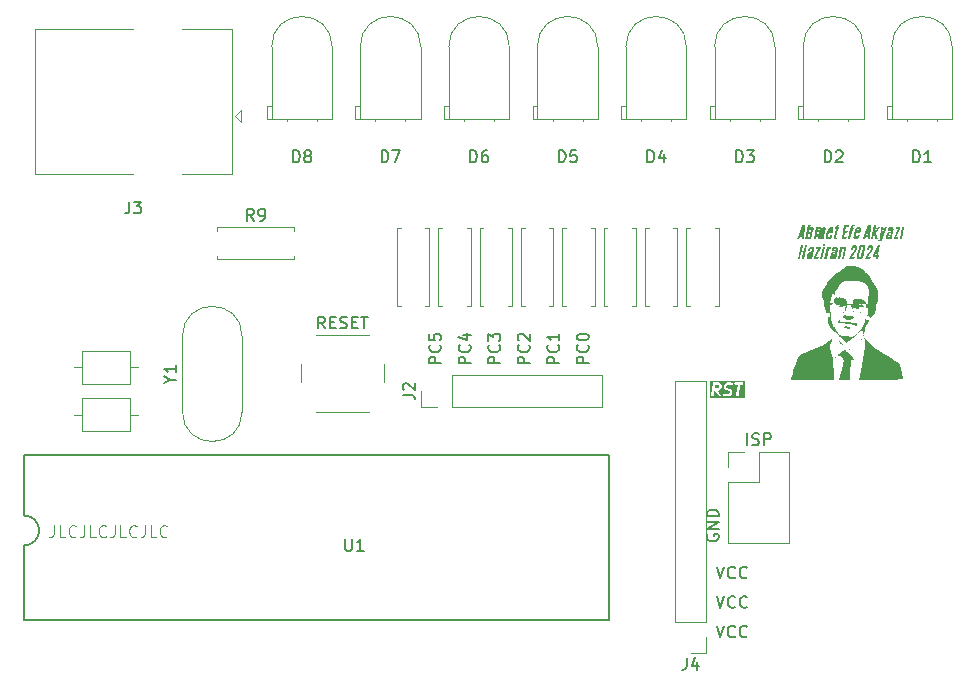
<source format=gbr>
%TF.GenerationSoftware,KiCad,Pcbnew,8.0.3*%
%TF.CreationDate,2024-06-16T11:30:52+03:00*%
%TF.ProjectId,AtmegaPCB,41746d65-6761-4504-9342-2e6b69636164,rev?*%
%TF.SameCoordinates,Original*%
%TF.FileFunction,Legend,Top*%
%TF.FilePolarity,Positive*%
%FSLAX46Y46*%
G04 Gerber Fmt 4.6, Leading zero omitted, Abs format (unit mm)*
G04 Created by KiCad (PCBNEW 8.0.3) date 2024-06-16 11:30:52*
%MOMM*%
%LPD*%
G01*
G04 APERTURE LIST*
%ADD10C,0.200000*%
%ADD11C,0.150000*%
%ADD12C,0.100000*%
%ADD13C,0.120000*%
%ADD14C,0.000000*%
%ADD15C,1.524000*%
%ADD16C,1.600000*%
%ADD17O,1.600000X1.600000*%
%ADD18R,1.800000X1.800000*%
%ADD19C,1.800000*%
%ADD20R,1.700000X1.700000*%
%ADD21O,1.700000X1.700000*%
%ADD22C,2.000000*%
%ADD23C,1.500000*%
%ADD24C,1.700000*%
%ADD25C,3.500000*%
G04 APERTURE END LIST*
D10*
G36*
X162394272Y-117492219D02*
G01*
X162412860Y-117512493D01*
X162434574Y-117567720D01*
X162423677Y-117664090D01*
X162385006Y-117728018D01*
X162352954Y-117757740D01*
X162284631Y-117791121D01*
X162169610Y-117791673D01*
X162168055Y-117791254D01*
X162164639Y-117791697D01*
X162035245Y-117792318D01*
X162075316Y-117466803D01*
X162342239Y-117465523D01*
X162394272Y-117492219D01*
G37*
G36*
X164578863Y-118578330D02*
G01*
X161652868Y-118578330D01*
X161652868Y-118374412D01*
X161763979Y-118374412D01*
X161774324Y-118412034D01*
X161798279Y-118442833D01*
X161832196Y-118462121D01*
X161870913Y-118466960D01*
X161908535Y-118456615D01*
X161939334Y-118432660D01*
X161958622Y-118398743D01*
X161962948Y-118379622D01*
X162010835Y-117990607D01*
X162103211Y-117990164D01*
X162359848Y-118433021D01*
X162390762Y-118456828D01*
X162428433Y-118466993D01*
X162467126Y-118461969D01*
X162500951Y-118442519D01*
X162524758Y-118411606D01*
X162534923Y-118373935D01*
X162529899Y-118335242D01*
X162521839Y-118317372D01*
X162515136Y-118305805D01*
X162723010Y-118305805D01*
X162725270Y-118344758D01*
X162742265Y-118379880D01*
X162771407Y-118405826D01*
X162789202Y-118414050D01*
X162927516Y-118460355D01*
X162939449Y-118465298D01*
X162943460Y-118465692D01*
X162945163Y-118466263D01*
X162947734Y-118466113D01*
X162958958Y-118467219D01*
X163180682Y-118465565D01*
X163182189Y-118466108D01*
X163196134Y-118465450D01*
X163216563Y-118465298D01*
X163218772Y-118464382D01*
X163221164Y-118464270D01*
X163239634Y-118457701D01*
X163338145Y-118409570D01*
X163348823Y-118405866D01*
X163355172Y-118401251D01*
X163357658Y-118400037D01*
X163359248Y-118398289D01*
X163364681Y-118394341D01*
X163416368Y-118346408D01*
X163424647Y-118340505D01*
X163429441Y-118334286D01*
X163431557Y-118332324D01*
X163432579Y-118330215D01*
X163436616Y-118324979D01*
X163486475Y-118242554D01*
X163486953Y-118242183D01*
X163490920Y-118235206D01*
X163504850Y-118212179D01*
X163505198Y-118210099D01*
X163506241Y-118208266D01*
X163510567Y-118189146D01*
X163519468Y-118106826D01*
X163520604Y-118104329D01*
X163520999Y-118092667D01*
X163522985Y-118074311D01*
X163521772Y-118069902D01*
X163521928Y-118065333D01*
X163516877Y-118046392D01*
X163477718Y-117946800D01*
X163474189Y-117936362D01*
X163472913Y-117934578D01*
X163472514Y-117933562D01*
X163471121Y-117932071D01*
X163462787Y-117920415D01*
X163414912Y-117868196D01*
X163409232Y-117861288D01*
X163407549Y-117860166D01*
X163406828Y-117859379D01*
X163405052Y-117858500D01*
X163392922Y-117850412D01*
X163307441Y-117806554D01*
X163299976Y-117800935D01*
X163287824Y-117796489D01*
X163285519Y-117795307D01*
X163284253Y-117795183D01*
X163281565Y-117794200D01*
X163114139Y-117752622D01*
X163047453Y-117718407D01*
X163028865Y-117698134D01*
X163007064Y-117642685D01*
X163012359Y-117593721D01*
X163050766Y-117530230D01*
X163082821Y-117500504D01*
X163151250Y-117467072D01*
X163348565Y-117465600D01*
X163492783Y-117513882D01*
X163531736Y-117511622D01*
X163566858Y-117494627D01*
X163592804Y-117465485D01*
X163605622Y-117428633D01*
X163603362Y-117389680D01*
X163586367Y-117354557D01*
X163578676Y-117347710D01*
X163700165Y-117347710D01*
X163700165Y-117386728D01*
X163715097Y-117422776D01*
X163742687Y-117450366D01*
X163778735Y-117465298D01*
X163798244Y-117467219D01*
X163970963Y-117466657D01*
X163859218Y-118374412D01*
X163869563Y-118412034D01*
X163893518Y-118442833D01*
X163927435Y-118462121D01*
X163966152Y-118466960D01*
X164003774Y-118456615D01*
X164034573Y-118432660D01*
X164053861Y-118398743D01*
X164058187Y-118379622D01*
X164170653Y-117466008D01*
X164389182Y-117465298D01*
X164425230Y-117450366D01*
X164452820Y-117422776D01*
X164467752Y-117386728D01*
X164467752Y-117347710D01*
X164452820Y-117311662D01*
X164425230Y-117284072D01*
X164389182Y-117269140D01*
X164369673Y-117267219D01*
X164082171Y-117268153D01*
X164076766Y-117267478D01*
X164074214Y-117268179D01*
X163778735Y-117269140D01*
X163742687Y-117284072D01*
X163715097Y-117311662D01*
X163700165Y-117347710D01*
X163578676Y-117347710D01*
X163557225Y-117328612D01*
X163539430Y-117320388D01*
X163401113Y-117274082D01*
X163389182Y-117269140D01*
X163385170Y-117268745D01*
X163383468Y-117268175D01*
X163380896Y-117268324D01*
X163369673Y-117267219D01*
X163147950Y-117268872D01*
X163146444Y-117268330D01*
X163132498Y-117268987D01*
X163112069Y-117269140D01*
X163109859Y-117270055D01*
X163107469Y-117270168D01*
X163088999Y-117276737D01*
X162990486Y-117324867D01*
X162979808Y-117328572D01*
X162973459Y-117333186D01*
X162970973Y-117334401D01*
X162969381Y-117336149D01*
X162963951Y-117340097D01*
X162912260Y-117388030D01*
X162903985Y-117393932D01*
X162899192Y-117400148D01*
X162897074Y-117402113D01*
X162896050Y-117404223D01*
X162892016Y-117409457D01*
X162842154Y-117491883D01*
X162841678Y-117492254D01*
X162837716Y-117499219D01*
X162823781Y-117522257D01*
X162823432Y-117524337D01*
X162822390Y-117526171D01*
X162818064Y-117545291D01*
X162809162Y-117627610D01*
X162808027Y-117630108D01*
X162807631Y-117641769D01*
X162805646Y-117660126D01*
X162806858Y-117664534D01*
X162806703Y-117669104D01*
X162811754Y-117688045D01*
X162850912Y-117787636D01*
X162854442Y-117798075D01*
X162855717Y-117799858D01*
X162856117Y-117800875D01*
X162857509Y-117802365D01*
X162865844Y-117814022D01*
X162913710Y-117866231D01*
X162919399Y-117873150D01*
X162921083Y-117874273D01*
X162921803Y-117875058D01*
X162923574Y-117875933D01*
X162935709Y-117884025D01*
X163021191Y-117927882D01*
X163028656Y-117933502D01*
X163040809Y-117937948D01*
X163043113Y-117939130D01*
X163044377Y-117939253D01*
X163047066Y-117940237D01*
X163214489Y-117981813D01*
X163281177Y-118016028D01*
X163299765Y-118036302D01*
X163321566Y-118091751D01*
X163316271Y-118140715D01*
X163277863Y-118204209D01*
X163245811Y-118233931D01*
X163177380Y-118267365D01*
X162980065Y-118268837D01*
X162835849Y-118220556D01*
X162796896Y-118222816D01*
X162761774Y-118239811D01*
X162735828Y-118268953D01*
X162723010Y-118305805D01*
X162515136Y-118305805D01*
X162330550Y-117987280D01*
X162346777Y-117981510D01*
X162445288Y-117933379D01*
X162455966Y-117929675D01*
X162462315Y-117925060D01*
X162464801Y-117923846D01*
X162466391Y-117922098D01*
X162471824Y-117918150D01*
X162523511Y-117870218D01*
X162531789Y-117864316D01*
X162536583Y-117858096D01*
X162538700Y-117856134D01*
X162539722Y-117854024D01*
X162543758Y-117848790D01*
X162593618Y-117766364D01*
X162594096Y-117765993D01*
X162598060Y-117759021D01*
X162611992Y-117735991D01*
X162612340Y-117733910D01*
X162613384Y-117732075D01*
X162617710Y-117712955D01*
X162632349Y-117583488D01*
X162633699Y-117580520D01*
X162634133Y-117567711D01*
X162636080Y-117550501D01*
X162634867Y-117546092D01*
X162635023Y-117541524D01*
X162629972Y-117522583D01*
X162590813Y-117422991D01*
X162587284Y-117412553D01*
X162586008Y-117410769D01*
X162585609Y-117409753D01*
X162584216Y-117408262D01*
X162575882Y-117396606D01*
X162528007Y-117344387D01*
X162522327Y-117337479D01*
X162520644Y-117336357D01*
X162519923Y-117335570D01*
X162518147Y-117334691D01*
X162506017Y-117326603D01*
X162427451Y-117286293D01*
X162425230Y-117284072D01*
X162414285Y-117279538D01*
X162398614Y-117271498D01*
X162393722Y-117271020D01*
X162389182Y-117269140D01*
X162369673Y-117267219D01*
X161993877Y-117269021D01*
X161981527Y-117267478D01*
X161975594Y-117269109D01*
X161969211Y-117269140D01*
X161956826Y-117274269D01*
X161943905Y-117277823D01*
X161938955Y-117281672D01*
X161933163Y-117284072D01*
X161923685Y-117293549D01*
X161913106Y-117301778D01*
X161910006Y-117307228D01*
X161905573Y-117311662D01*
X161900443Y-117324044D01*
X161893818Y-117335696D01*
X161891651Y-117345269D01*
X161890641Y-117347710D01*
X161890641Y-117349737D01*
X161889492Y-117354816D01*
X161826190Y-117869044D01*
X161825165Y-117871519D01*
X161825165Y-117877371D01*
X161763979Y-118374412D01*
X161652868Y-118374412D01*
X161652868Y-117156108D01*
X164578863Y-117156108D01*
X164578863Y-118578330D01*
G37*
D11*
X146369819Y-115663220D02*
X145369819Y-115663220D01*
X145369819Y-115663220D02*
X145369819Y-115282268D01*
X145369819Y-115282268D02*
X145417438Y-115187030D01*
X145417438Y-115187030D02*
X145465057Y-115139411D01*
X145465057Y-115139411D02*
X145560295Y-115091792D01*
X145560295Y-115091792D02*
X145703152Y-115091792D01*
X145703152Y-115091792D02*
X145798390Y-115139411D01*
X145798390Y-115139411D02*
X145846009Y-115187030D01*
X145846009Y-115187030D02*
X145893628Y-115282268D01*
X145893628Y-115282268D02*
X145893628Y-115663220D01*
X146274580Y-114091792D02*
X146322200Y-114139411D01*
X146322200Y-114139411D02*
X146369819Y-114282268D01*
X146369819Y-114282268D02*
X146369819Y-114377506D01*
X146369819Y-114377506D02*
X146322200Y-114520363D01*
X146322200Y-114520363D02*
X146226961Y-114615601D01*
X146226961Y-114615601D02*
X146131723Y-114663220D01*
X146131723Y-114663220D02*
X145941247Y-114710839D01*
X145941247Y-114710839D02*
X145798390Y-114710839D01*
X145798390Y-114710839D02*
X145607914Y-114663220D01*
X145607914Y-114663220D02*
X145512676Y-114615601D01*
X145512676Y-114615601D02*
X145417438Y-114520363D01*
X145417438Y-114520363D02*
X145369819Y-114377506D01*
X145369819Y-114377506D02*
X145369819Y-114282268D01*
X145369819Y-114282268D02*
X145417438Y-114139411D01*
X145417438Y-114139411D02*
X145465057Y-114091792D01*
X145465057Y-113710839D02*
X145417438Y-113663220D01*
X145417438Y-113663220D02*
X145369819Y-113567982D01*
X145369819Y-113567982D02*
X145369819Y-113329887D01*
X145369819Y-113329887D02*
X145417438Y-113234649D01*
X145417438Y-113234649D02*
X145465057Y-113187030D01*
X145465057Y-113187030D02*
X145560295Y-113139411D01*
X145560295Y-113139411D02*
X145655533Y-113139411D01*
X145655533Y-113139411D02*
X145798390Y-113187030D01*
X145798390Y-113187030D02*
X146369819Y-113758458D01*
X146369819Y-113758458D02*
X146369819Y-113139411D01*
D10*
G36*
X169601814Y-105150000D02*
G01*
X169434508Y-105150000D01*
X169451360Y-104935310D01*
X169261339Y-104935310D01*
X169191242Y-105150000D01*
X169018562Y-105150000D01*
X169144277Y-104788276D01*
X169309455Y-104788276D01*
X169463084Y-104788276D01*
X169509734Y-104184019D01*
X169507048Y-104184019D01*
X169309455Y-104788276D01*
X169144277Y-104788276D01*
X169436706Y-103946859D01*
X169673377Y-103946859D01*
X169601814Y-105150000D01*
G37*
G36*
X169723447Y-105150000D02*
G01*
X169975750Y-103936601D01*
X170153070Y-103936601D01*
X170089567Y-104242149D01*
X170115186Y-104198865D01*
X170150154Y-104160911D01*
X170161863Y-104151046D01*
X170206869Y-104124499D01*
X170256831Y-104112818D01*
X170272016Y-104112212D01*
X170321275Y-104118008D01*
X170366155Y-104140264D01*
X170391695Y-104171563D01*
X170407419Y-104218461D01*
X170410243Y-104271966D01*
X170404637Y-104322223D01*
X170400732Y-104342777D01*
X170232937Y-105150000D01*
X170056350Y-105150000D01*
X170220725Y-104359874D01*
X170224641Y-104309897D01*
X170217794Y-104285624D01*
X170174603Y-104260809D01*
X170170411Y-104260711D01*
X170123385Y-104274450D01*
X170120586Y-104276343D01*
X170086739Y-104313796D01*
X170082728Y-104320795D01*
X170064295Y-104367019D01*
X170059281Y-104387718D01*
X169900767Y-105150000D01*
X169723447Y-105150000D01*
G37*
G36*
X170417341Y-105150000D02*
G01*
X170630565Y-104124668D01*
X170807641Y-104124668D01*
X170784438Y-104236043D01*
X170811138Y-104192051D01*
X170845506Y-104155820D01*
X170856734Y-104146894D01*
X170901239Y-104123185D01*
X170949933Y-104113058D01*
X170970551Y-104112212D01*
X171020137Y-104118829D01*
X171055303Y-104135659D01*
X171086342Y-104175009D01*
X171097557Y-104215526D01*
X171130789Y-104177519D01*
X171171376Y-104145408D01*
X171180111Y-104140055D01*
X171227753Y-104120070D01*
X171278029Y-104112456D01*
X171289532Y-104112212D01*
X171338864Y-104117525D01*
X171383890Y-104138449D01*
X171413852Y-104179378D01*
X171426262Y-104231448D01*
X171427399Y-104283067D01*
X171421599Y-104335763D01*
X171416294Y-104364515D01*
X171252896Y-105150000D01*
X171076552Y-105150000D01*
X171240195Y-104362561D01*
X171245430Y-104313254D01*
X171238485Y-104284403D01*
X171194033Y-104260711D01*
X171146293Y-104272913D01*
X171125401Y-104289043D01*
X171097901Y-104331987D01*
X171085833Y-104372086D01*
X170924145Y-105150000D01*
X170746824Y-105150000D01*
X170910956Y-104361095D01*
X170915306Y-104311159D01*
X170910956Y-104288066D01*
X170868462Y-104260738D01*
X170866259Y-104260711D01*
X170817900Y-104273369D01*
X170792254Y-104296615D01*
X170766494Y-104341180D01*
X170754152Y-104381612D01*
X170594417Y-105150000D01*
X170417341Y-105150000D01*
G37*
G36*
X171955185Y-104115840D02*
G01*
X172004179Y-104129042D01*
X172015177Y-104134193D01*
X172055337Y-104165183D01*
X172075994Y-104197941D01*
X172090149Y-104246882D01*
X172093824Y-104298080D01*
X172091008Y-104348049D01*
X172084116Y-104398682D01*
X172078192Y-104430216D01*
X172032519Y-104649546D01*
X171713538Y-104649546D01*
X171671528Y-104851290D01*
X171662426Y-104903039D01*
X171657971Y-104952995D01*
X171658094Y-104970969D01*
X171686138Y-105012355D01*
X171710851Y-105015910D01*
X171757425Y-105000957D01*
X171763607Y-104994905D01*
X171788073Y-104952014D01*
X171793161Y-104936531D01*
X171805782Y-104888453D01*
X171813921Y-104851290D01*
X171832728Y-104760921D01*
X172008094Y-104760921D01*
X171996859Y-104815631D01*
X171985449Y-104865567D01*
X171971574Y-104916310D01*
X171956315Y-104962665D01*
X171937275Y-105008060D01*
X171912541Y-105050959D01*
X171897452Y-105071353D01*
X171862838Y-105106182D01*
X171821397Y-105132876D01*
X171808304Y-105139009D01*
X171760773Y-105154032D01*
X171709670Y-105161101D01*
X171676657Y-105162212D01*
X171624404Y-105158777D01*
X171574903Y-105146088D01*
X171557466Y-105137787D01*
X171518650Y-105105442D01*
X171496650Y-105066713D01*
X171484847Y-105018899D01*
X171481868Y-104966914D01*
X171482240Y-104954849D01*
X171486361Y-104903742D01*
X171493519Y-104853031D01*
X171501779Y-104808792D01*
X171557067Y-104543545D01*
X171734787Y-104543545D01*
X171877913Y-104543545D01*
X171905268Y-104412386D01*
X171914343Y-104362439D01*
X171918457Y-104325924D01*
X171912695Y-104276419D01*
X171910886Y-104272923D01*
X171871807Y-104255094D01*
X171823931Y-104269121D01*
X171815631Y-104276343D01*
X171788410Y-104318936D01*
X171782658Y-104334228D01*
X171768652Y-104383726D01*
X171761165Y-104417271D01*
X171734787Y-104543545D01*
X171557067Y-104543545D01*
X171581402Y-104426796D01*
X171593002Y-104379045D01*
X171608749Y-104330639D01*
X171622679Y-104296859D01*
X171646325Y-104252450D01*
X171676299Y-104210937D01*
X171688136Y-104197697D01*
X171725042Y-104165393D01*
X171767370Y-104140288D01*
X171780460Y-104134438D01*
X171830208Y-104119244D01*
X171881678Y-104112754D01*
X171902826Y-104112212D01*
X171955185Y-104115840D01*
G37*
G36*
X172270411Y-105156838D02*
G01*
X172220656Y-105153659D01*
X172175645Y-105140230D01*
X172143528Y-105102121D01*
X172139986Y-105087229D01*
X172139922Y-105036608D01*
X172146824Y-104993440D01*
X172295812Y-104277076D01*
X172213991Y-104277076D01*
X172241346Y-104145917D01*
X172323168Y-104145917D01*
X172364445Y-103946859D01*
X172541521Y-103946859D01*
X172500244Y-104145917D01*
X172597941Y-104145917D01*
X172570586Y-104277076D01*
X172472889Y-104277076D01*
X172330495Y-104961933D01*
X172330251Y-104998325D01*
X172355896Y-105014689D01*
X172406817Y-105018740D01*
X172419644Y-105018841D01*
X172390823Y-105156838D01*
X172270411Y-105156838D01*
G37*
G36*
X172777215Y-105150000D02*
G01*
X173027320Y-103946859D01*
X173422016Y-103946859D01*
X173389288Y-104104884D01*
X173174110Y-104104884D01*
X173101325Y-104454884D01*
X173305757Y-104454884D01*
X173273517Y-104609246D01*
X173069085Y-104609246D01*
X172989706Y-104991974D01*
X173212700Y-104991974D01*
X173179727Y-105150000D01*
X172777215Y-105150000D01*
G37*
G36*
X173356803Y-105150000D02*
G01*
X173534368Y-104295394D01*
X173456943Y-104295394D01*
X173484054Y-104164968D01*
X173562212Y-104164968D01*
X173573447Y-104111723D01*
X173588049Y-104061630D01*
X173612100Y-104015287D01*
X173644521Y-103978122D01*
X173688485Y-103949099D01*
X173735544Y-103934262D01*
X173778855Y-103930495D01*
X173827987Y-103933335D01*
X173849441Y-103937090D01*
X173885589Y-103946859D01*
X173861898Y-104060921D01*
X173822575Y-104058234D01*
X173775041Y-104070069D01*
X173771772Y-104072644D01*
X173748813Y-104117096D01*
X173738799Y-104164968D01*
X173840160Y-104164968D01*
X173813049Y-104295394D01*
X173711688Y-104295394D01*
X173534124Y-105150000D01*
X173356803Y-105150000D01*
G37*
G36*
X174262791Y-104115840D02*
G01*
X174311785Y-104129042D01*
X174322784Y-104134193D01*
X174362944Y-104165183D01*
X174383600Y-104197941D01*
X174397756Y-104246882D01*
X174401430Y-104298080D01*
X174398615Y-104348049D01*
X174391722Y-104398682D01*
X174385799Y-104430216D01*
X174340125Y-104649546D01*
X174021144Y-104649546D01*
X173979134Y-104851290D01*
X173970032Y-104903039D01*
X173965578Y-104952995D01*
X173965701Y-104970969D01*
X173993745Y-105012355D01*
X174018457Y-105015910D01*
X174065031Y-105000957D01*
X174071214Y-104994905D01*
X174095680Y-104952014D01*
X174100767Y-104936531D01*
X174113388Y-104888453D01*
X174121528Y-104851290D01*
X174140334Y-104760921D01*
X174315701Y-104760921D01*
X174304466Y-104815631D01*
X174293055Y-104865567D01*
X174279181Y-104916310D01*
X174263921Y-104962665D01*
X174244882Y-105008060D01*
X174220147Y-105050959D01*
X174205059Y-105071353D01*
X174170444Y-105106182D01*
X174129004Y-105132876D01*
X174115910Y-105139009D01*
X174068379Y-105154032D01*
X174017277Y-105161101D01*
X173984263Y-105162212D01*
X173932011Y-105158777D01*
X173882509Y-105146088D01*
X173865073Y-105137787D01*
X173826256Y-105105442D01*
X173804256Y-105066713D01*
X173792453Y-105018899D01*
X173789475Y-104966914D01*
X173789846Y-104954849D01*
X173793968Y-104903742D01*
X173801125Y-104853031D01*
X173809385Y-104808792D01*
X173864674Y-104543545D01*
X174042393Y-104543545D01*
X174185519Y-104543545D01*
X174212875Y-104412386D01*
X174221949Y-104362439D01*
X174226064Y-104325924D01*
X174220302Y-104276419D01*
X174218492Y-104272923D01*
X174179413Y-104255094D01*
X174131538Y-104269121D01*
X174123237Y-104276343D01*
X174096017Y-104318936D01*
X174090265Y-104334228D01*
X174076259Y-104383726D01*
X174068771Y-104417271D01*
X174042393Y-104543545D01*
X173864674Y-104543545D01*
X173889009Y-104426796D01*
X173900608Y-104379045D01*
X173916356Y-104330639D01*
X173930286Y-104296859D01*
X173953932Y-104252450D01*
X173983905Y-104210937D01*
X173995743Y-104197697D01*
X174032648Y-104165393D01*
X174074977Y-104140288D01*
X174088066Y-104134438D01*
X174137815Y-104119244D01*
X174189284Y-104112754D01*
X174210432Y-104112212D01*
X174262791Y-104115840D01*
G37*
G36*
X175162735Y-105150000D02*
G01*
X174995429Y-105150000D01*
X175012281Y-104935310D01*
X174822260Y-104935310D01*
X174752163Y-105150000D01*
X174579483Y-105150000D01*
X174705198Y-104788276D01*
X174870376Y-104788276D01*
X175024005Y-104788276D01*
X175070655Y-104184019D01*
X175067969Y-104184019D01*
X174870376Y-104788276D01*
X174705198Y-104788276D01*
X174997627Y-103946859D01*
X175234298Y-103946859D01*
X175162735Y-105150000D01*
G37*
G36*
X175284368Y-105150000D02*
G01*
X175536671Y-103936601D01*
X175713991Y-103936601D01*
X175577948Y-104590928D01*
X175845882Y-104124668D01*
X176025645Y-104124668D01*
X175727424Y-104629030D01*
X175823656Y-105150000D01*
X175643405Y-105150000D01*
X175563049Y-104662491D01*
X175461688Y-105150000D01*
X175284368Y-105150000D01*
G37*
G36*
X175872505Y-105331228D02*
G01*
X175898394Y-105206175D01*
X175956524Y-105206175D01*
X176005761Y-105201362D01*
X176007083Y-105201046D01*
X176034438Y-105178820D01*
X176044207Y-105147069D01*
X176049581Y-105103593D01*
X176092323Y-104124668D01*
X176261095Y-104124668D01*
X176216154Y-104648813D01*
X176185380Y-104925052D01*
X176200034Y-104925052D01*
X176281856Y-104648813D01*
X176449651Y-104124668D01*
X176617201Y-104124668D01*
X176221284Y-105193719D01*
X176202116Y-105240191D01*
X176184403Y-105272609D01*
X176149965Y-105309063D01*
X176136043Y-105317062D01*
X176087998Y-105329844D01*
X176060816Y-105331228D01*
X175872505Y-105331228D01*
G37*
G36*
X177033296Y-104115315D02*
G01*
X177083198Y-104127657D01*
X177091277Y-104131018D01*
X177132089Y-104158049D01*
X177154535Y-104187194D01*
X177172258Y-104234988D01*
X177177494Y-104280495D01*
X177175838Y-104332988D01*
X177169060Y-104383638D01*
X177163817Y-104410921D01*
X177010188Y-105150000D01*
X176831646Y-105150000D01*
X176852896Y-105048150D01*
X176825601Y-105090053D01*
X176813817Y-105103105D01*
X176774318Y-105134923D01*
X176756664Y-105144626D01*
X176709794Y-105158731D01*
X176686810Y-105160258D01*
X176635112Y-105154211D01*
X176588980Y-105130395D01*
X176561607Y-105088513D01*
X176560048Y-105083810D01*
X176549988Y-105031011D01*
X176548774Y-104981766D01*
X176552641Y-104937648D01*
X176732101Y-104937648D01*
X176732994Y-104987021D01*
X176733461Y-104989043D01*
X176770937Y-105020516D01*
X176777424Y-105020795D01*
X176824639Y-105005888D01*
X176836043Y-104996371D01*
X176866042Y-104957379D01*
X176870969Y-104946301D01*
X176944487Y-104593614D01*
X176899201Y-104613527D01*
X176869748Y-104628053D01*
X176828008Y-104655178D01*
X176818457Y-104663468D01*
X176788110Y-104702043D01*
X176784752Y-104708408D01*
X176767889Y-104756017D01*
X176764235Y-104771912D01*
X176740300Y-104886706D01*
X176732101Y-104937648D01*
X176552641Y-104937648D01*
X176553636Y-104926292D01*
X176561270Y-104880600D01*
X176574947Y-104815143D01*
X176587255Y-104766857D01*
X176604540Y-104720685D01*
X176625750Y-104681786D01*
X176658234Y-104640600D01*
X176696702Y-104606800D01*
X176708792Y-104598499D01*
X176751536Y-104573675D01*
X176799197Y-104551591D01*
X176822854Y-104542323D01*
X176868829Y-104525463D01*
X176918094Y-104507795D01*
X176965736Y-104491032D01*
X176984298Y-104401395D01*
X176993373Y-104352239D01*
X176997487Y-104318597D01*
X176989183Y-104272923D01*
X176948639Y-104258513D01*
X176901988Y-104273412D01*
X176873681Y-104314843D01*
X176872191Y-104318597D01*
X176857645Y-104365605D01*
X176850697Y-104396022D01*
X176841172Y-104441695D01*
X176666050Y-104441695D01*
X176672400Y-104410921D01*
X176684559Y-104360294D01*
X176700366Y-104310254D01*
X176710013Y-104285380D01*
X176732794Y-104240093D01*
X176762701Y-104198730D01*
X176769364Y-104191346D01*
X176806849Y-104159193D01*
X176851525Y-104135089D01*
X176858025Y-104132484D01*
X176908160Y-104118626D01*
X176957459Y-104112924D01*
X176984298Y-104112212D01*
X177033296Y-104115315D01*
G37*
G36*
X177148918Y-105150000D02*
G01*
X177177250Y-105013224D01*
X177550453Y-104279762D01*
X177346510Y-104279762D01*
X177378750Y-104124668D01*
X177762700Y-104124668D01*
X177735589Y-104255094D01*
X177361653Y-104998325D01*
X177571702Y-104998325D01*
X177540195Y-105150000D01*
X177148918Y-105150000D01*
G37*
G36*
X177691381Y-105150000D02*
G01*
X177904605Y-104124668D01*
X178081437Y-104124668D01*
X177868213Y-105150000D01*
X177691381Y-105150000D01*
G37*
G36*
X169088171Y-106830000D02*
G01*
X169338276Y-105626859D01*
X169517794Y-105626859D01*
X169416678Y-106113635D01*
X169576901Y-106113635D01*
X169678018Y-105626859D01*
X169857048Y-105626859D01*
X169606943Y-106830000D01*
X169427913Y-106830000D01*
X169544173Y-106270928D01*
X169383949Y-106270928D01*
X169267690Y-106830000D01*
X169088171Y-106830000D01*
G37*
G36*
X170305871Y-105795315D02*
G01*
X170355773Y-105807657D01*
X170363852Y-105811018D01*
X170404664Y-105838049D01*
X170427110Y-105867194D01*
X170444833Y-105914988D01*
X170450069Y-105960495D01*
X170448413Y-106012988D01*
X170441635Y-106063638D01*
X170436392Y-106090921D01*
X170282763Y-106830000D01*
X170104221Y-106830000D01*
X170125471Y-106728150D01*
X170098176Y-106770053D01*
X170086392Y-106783105D01*
X170046893Y-106814923D01*
X170029239Y-106824626D01*
X169982369Y-106838731D01*
X169959385Y-106840258D01*
X169907687Y-106834211D01*
X169861555Y-106810395D01*
X169834182Y-106768513D01*
X169832623Y-106763810D01*
X169822563Y-106711011D01*
X169821349Y-106661766D01*
X169825216Y-106617648D01*
X170004676Y-106617648D01*
X170005569Y-106667021D01*
X170006036Y-106669043D01*
X170043512Y-106700516D01*
X170050000Y-106700795D01*
X170097214Y-106685888D01*
X170108618Y-106676371D01*
X170138617Y-106637379D01*
X170143545Y-106626301D01*
X170217062Y-106273614D01*
X170171776Y-106293527D01*
X170142323Y-106308053D01*
X170100583Y-106335178D01*
X170091032Y-106343468D01*
X170060685Y-106382043D01*
X170057327Y-106388408D01*
X170040464Y-106436017D01*
X170036810Y-106451912D01*
X170012875Y-106566706D01*
X170004676Y-106617648D01*
X169825216Y-106617648D01*
X169826211Y-106606292D01*
X169833845Y-106560600D01*
X169847522Y-106495143D01*
X169859830Y-106446857D01*
X169877115Y-106400685D01*
X169898325Y-106361786D01*
X169930809Y-106320600D01*
X169969277Y-106286800D01*
X169981367Y-106278499D01*
X170024111Y-106253675D01*
X170071772Y-106231591D01*
X170095429Y-106222323D01*
X170141404Y-106205463D01*
X170190669Y-106187795D01*
X170238311Y-106171032D01*
X170256873Y-106081395D01*
X170265948Y-106032239D01*
X170270062Y-105998597D01*
X170261758Y-105952923D01*
X170221214Y-105938513D01*
X170174563Y-105953412D01*
X170146256Y-105994843D01*
X170144766Y-105998597D01*
X170130220Y-106045605D01*
X170123272Y-106076022D01*
X170113747Y-106121695D01*
X169938625Y-106121695D01*
X169944975Y-106090921D01*
X169957134Y-106040294D01*
X169972941Y-105990254D01*
X169982588Y-105965380D01*
X170005369Y-105920093D01*
X170035276Y-105878730D01*
X170041939Y-105871346D01*
X170079424Y-105839193D01*
X170124100Y-105815089D01*
X170130600Y-105812484D01*
X170180735Y-105798626D01*
X170230034Y-105792924D01*
X170256873Y-105792212D01*
X170305871Y-105795315D01*
G37*
G36*
X170421493Y-106830000D02*
G01*
X170449825Y-106693224D01*
X170823028Y-105959762D01*
X170619085Y-105959762D01*
X170651325Y-105804668D01*
X171035275Y-105804668D01*
X171008164Y-105935094D01*
X170634228Y-106678325D01*
X170844277Y-106678325D01*
X170812770Y-106830000D01*
X170421493Y-106830000D01*
G37*
G36*
X170963956Y-106830000D02*
G01*
X171177180Y-105804668D01*
X171354012Y-105804668D01*
X171140788Y-106830000D01*
X170963956Y-106830000D01*
G37*
G36*
X171195987Y-105710390D02*
G01*
X171228715Y-105553098D01*
X171407013Y-105553098D01*
X171374284Y-105710390D01*
X171195987Y-105710390D01*
G37*
G36*
X171327390Y-106830000D02*
G01*
X171540614Y-105804668D01*
X171719399Y-105804668D01*
X171695708Y-105918729D01*
X171723106Y-105874780D01*
X171757276Y-105839375D01*
X171775331Y-105825917D01*
X171822321Y-105802876D01*
X171871648Y-105793035D01*
X171892079Y-105792212D01*
X171889148Y-105815659D01*
X171879188Y-105865175D01*
X171878401Y-105868904D01*
X171868337Y-105917738D01*
X171867411Y-105922149D01*
X171862526Y-105945352D01*
X171812654Y-105949611D01*
X171794382Y-105952923D01*
X171745308Y-105967028D01*
X171724528Y-105975882D01*
X171684824Y-106004459D01*
X171675436Y-106016427D01*
X171506175Y-106830000D01*
X171327390Y-106830000D01*
G37*
G36*
X172310616Y-105795315D02*
G01*
X172360518Y-105807657D01*
X172368597Y-105811018D01*
X172409409Y-105838049D01*
X172431856Y-105867194D01*
X172449579Y-105914988D01*
X172454815Y-105960495D01*
X172453158Y-106012988D01*
X172446381Y-106063638D01*
X172441137Y-106090921D01*
X172287508Y-106830000D01*
X172108967Y-106830000D01*
X172130216Y-106728150D01*
X172102922Y-106770053D01*
X172091137Y-106783105D01*
X172051638Y-106814923D01*
X172033984Y-106824626D01*
X171987114Y-106838731D01*
X171964131Y-106840258D01*
X171912433Y-106834211D01*
X171866300Y-106810395D01*
X171838927Y-106768513D01*
X171837369Y-106763810D01*
X171827308Y-106711011D01*
X171826094Y-106661766D01*
X171829961Y-106617648D01*
X172009422Y-106617648D01*
X172010315Y-106667021D01*
X172010781Y-106669043D01*
X172048258Y-106700516D01*
X172054745Y-106700795D01*
X172101960Y-106685888D01*
X172113363Y-106676371D01*
X172143363Y-106637379D01*
X172148290Y-106626301D01*
X172221807Y-106273614D01*
X172176521Y-106293527D01*
X172147069Y-106308053D01*
X172105328Y-106335178D01*
X172095778Y-106343468D01*
X172065430Y-106382043D01*
X172062072Y-106388408D01*
X172045209Y-106436017D01*
X172041556Y-106451912D01*
X172017620Y-106566706D01*
X172009422Y-106617648D01*
X171829961Y-106617648D01*
X171830956Y-106606292D01*
X171838590Y-106560600D01*
X171852267Y-106495143D01*
X171864575Y-106446857D01*
X171881860Y-106400685D01*
X171903070Y-106361786D01*
X171935554Y-106320600D01*
X171974023Y-106286800D01*
X171986113Y-106278499D01*
X172028856Y-106253675D01*
X172076518Y-106231591D01*
X172100174Y-106222323D01*
X172146149Y-106205463D01*
X172195414Y-106187795D01*
X172243056Y-106171032D01*
X172261618Y-106081395D01*
X172270693Y-106032239D01*
X172274808Y-105998597D01*
X172266503Y-105952923D01*
X172225959Y-105938513D01*
X172179309Y-105953412D01*
X172151001Y-105994843D01*
X172149511Y-105998597D01*
X172134965Y-106045605D01*
X172128018Y-106076022D01*
X172118492Y-106121695D01*
X171943370Y-106121695D01*
X171949720Y-106090921D01*
X171961879Y-106040294D01*
X171977687Y-105990254D01*
X171987334Y-105965380D01*
X172010114Y-105920093D01*
X172040021Y-105878730D01*
X172046685Y-105871346D01*
X172084169Y-105839193D01*
X172128845Y-105815089D01*
X172135345Y-105812484D01*
X172185481Y-105798626D01*
X172234779Y-105792924D01*
X172261618Y-105792212D01*
X172310616Y-105795315D01*
G37*
G36*
X172465073Y-106830000D02*
G01*
X172678297Y-105804668D01*
X172855373Y-105804668D01*
X172830949Y-105922149D01*
X172857202Y-105878865D01*
X172893646Y-105840911D01*
X172905931Y-105831046D01*
X172949221Y-105805902D01*
X172999897Y-105793160D01*
X173019016Y-105792212D01*
X173067921Y-105798008D01*
X173112251Y-105820264D01*
X173137229Y-105851563D01*
X173152258Y-105898461D01*
X173154700Y-105951966D01*
X173148960Y-106002223D01*
X173145045Y-106022777D01*
X172977250Y-106830000D01*
X172799930Y-106830000D01*
X172965526Y-106033524D01*
X172967505Y-105983490D01*
X172960397Y-105963914D01*
X172918030Y-105938736D01*
X172911793Y-105938513D01*
X172863606Y-105952954D01*
X172862212Y-105953900D01*
X172828739Y-105989804D01*
X172824842Y-105996399D01*
X172806616Y-106042057D01*
X172802372Y-106059658D01*
X172642149Y-106830000D01*
X172465073Y-106830000D01*
G37*
G36*
X173431053Y-106830000D02*
G01*
X173445708Y-106758925D01*
X173457821Y-106710061D01*
X173473643Y-106662021D01*
X173486252Y-106630453D01*
X173508463Y-106582917D01*
X173532444Y-106538860D01*
X173554640Y-106502470D01*
X173582222Y-106461220D01*
X173612762Y-106418683D01*
X173642777Y-106379298D01*
X173653314Y-106365938D01*
X173810607Y-106168346D01*
X173839572Y-106128375D01*
X173841381Y-106125603D01*
X173865695Y-106081708D01*
X173868004Y-106076755D01*
X173886042Y-106030685D01*
X173890718Y-106016182D01*
X173904087Y-105967416D01*
X173910502Y-105938513D01*
X173919358Y-105889692D01*
X173924126Y-105840811D01*
X173924180Y-105836175D01*
X173914090Y-105787475D01*
X173912700Y-105785617D01*
X173881193Y-105771207D01*
X173842114Y-105783907D01*
X173811421Y-105823185D01*
X173805966Y-105834466D01*
X173788930Y-105882154D01*
X173776554Y-105930823D01*
X173772505Y-105949504D01*
X173740997Y-106101912D01*
X173569783Y-106101912D01*
X173585170Y-106028150D01*
X173597369Y-105973079D01*
X173610455Y-105921561D01*
X173624430Y-105873596D01*
X173641489Y-105823129D01*
X173648185Y-105805401D01*
X173670781Y-105756495D01*
X173697627Y-105714468D01*
X173732441Y-105675838D01*
X173747836Y-105662763D01*
X173791819Y-105636617D01*
X173838745Y-105621364D01*
X173892626Y-105613956D01*
X173918806Y-105613182D01*
X173971183Y-105618521D01*
X174016801Y-105636524D01*
X174043126Y-105658367D01*
X174070663Y-105700078D01*
X174086137Y-105747453D01*
X174090753Y-105779023D01*
X174092535Y-105832814D01*
X174088795Y-105885021D01*
X174081065Y-105934699D01*
X174078785Y-105946085D01*
X174067105Y-105993930D01*
X174050958Y-106042287D01*
X174047278Y-106051598D01*
X174027389Y-106096388D01*
X174003217Y-106141443D01*
X174001605Y-106144166D01*
X173975043Y-106186175D01*
X173946650Y-106225743D01*
X173797173Y-106422602D01*
X173767559Y-106462536D01*
X173737822Y-106503203D01*
X173708879Y-106545273D01*
X173681158Y-106589420D01*
X173656761Y-106633230D01*
X173634404Y-106679938D01*
X173631577Y-106686385D01*
X173902930Y-106686385D01*
X173873133Y-106830000D01*
X173431053Y-106830000D01*
G37*
G36*
X174611383Y-105615328D02*
G01*
X174662823Y-105626665D01*
X174707222Y-105648841D01*
X174742329Y-105683935D01*
X174764697Y-105730477D01*
X174770725Y-105755819D01*
X174775416Y-105808301D01*
X174773244Y-105857123D01*
X174765662Y-105911238D01*
X174761933Y-105930453D01*
X174642254Y-106505401D01*
X174630776Y-106553672D01*
X174615616Y-106602969D01*
X174597801Y-106648283D01*
X174575281Y-106692682D01*
X174546776Y-106734734D01*
X174529658Y-106754773D01*
X174491283Y-106789054D01*
X174447111Y-106815387D01*
X174433426Y-106821451D01*
X174385597Y-106836316D01*
X174336510Y-106843311D01*
X174305687Y-106844410D01*
X174255189Y-106841222D01*
X174203334Y-106828668D01*
X174159141Y-106804110D01*
X174124990Y-106765481D01*
X174105057Y-106719376D01*
X174098569Y-106687850D01*
X174095177Y-106637394D01*
X174096833Y-106602121D01*
X174274180Y-106602121D01*
X174278294Y-106650954D01*
X174280041Y-106655854D01*
X174302267Y-106680279D01*
X174337683Y-106686385D01*
X174374808Y-106680034D01*
X174407780Y-106655122D01*
X174432594Y-106611974D01*
X174436845Y-106601388D01*
X174451614Y-106554788D01*
X174462247Y-106508820D01*
X174584124Y-105922882D01*
X174592251Y-105874191D01*
X174592672Y-105823475D01*
X174569469Y-105780732D01*
X174528192Y-105770474D01*
X174483740Y-105780000D01*
X174447996Y-105814060D01*
X174443196Y-105821765D01*
X174423309Y-105869275D01*
X174410869Y-105917910D01*
X174409979Y-105922149D01*
X174287857Y-106508820D01*
X174278891Y-106558151D01*
X174274180Y-106602121D01*
X174096833Y-106602121D01*
X174097549Y-106586885D01*
X174103972Y-106537933D01*
X174110048Y-106505401D01*
X174229727Y-105930453D01*
X174241741Y-105880521D01*
X174258285Y-105829346D01*
X174278037Y-105783466D01*
X174292986Y-105755819D01*
X174321604Y-105714937D01*
X174358538Y-105677791D01*
X174401186Y-105648841D01*
X174450120Y-105628122D01*
X174500267Y-105616749D01*
X174550007Y-105612591D01*
X174561653Y-105612449D01*
X174611383Y-105615328D01*
G37*
G36*
X174770481Y-106830000D02*
G01*
X174785136Y-106758925D01*
X174797248Y-106710061D01*
X174813071Y-106662021D01*
X174825680Y-106630453D01*
X174847891Y-106582917D01*
X174871871Y-106538860D01*
X174894068Y-106502470D01*
X174921650Y-106461220D01*
X174952190Y-106418683D01*
X174982205Y-106379298D01*
X174992742Y-106365938D01*
X175150034Y-106168346D01*
X175179000Y-106128375D01*
X175180809Y-106125603D01*
X175205122Y-106081708D01*
X175207431Y-106076755D01*
X175225469Y-106030685D01*
X175230146Y-106016182D01*
X175243515Y-105967416D01*
X175249930Y-105938513D01*
X175258785Y-105889692D01*
X175263554Y-105840811D01*
X175263607Y-105836175D01*
X175253518Y-105787475D01*
X175252128Y-105785617D01*
X175220621Y-105771207D01*
X175181542Y-105783907D01*
X175150849Y-105823185D01*
X175145394Y-105834466D01*
X175128358Y-105882154D01*
X175115982Y-105930823D01*
X175111933Y-105949504D01*
X175080425Y-106101912D01*
X174909211Y-106101912D01*
X174924598Y-106028150D01*
X174936797Y-105973079D01*
X174949883Y-105921561D01*
X174963858Y-105873596D01*
X174980917Y-105823129D01*
X174987613Y-105805401D01*
X175010209Y-105756495D01*
X175037055Y-105714468D01*
X175071869Y-105675838D01*
X175087264Y-105662763D01*
X175131247Y-105636617D01*
X175178173Y-105621364D01*
X175232054Y-105613956D01*
X175258234Y-105613182D01*
X175310611Y-105618521D01*
X175356229Y-105636524D01*
X175382554Y-105658367D01*
X175410091Y-105700078D01*
X175425564Y-105747453D01*
X175430181Y-105779023D01*
X175431962Y-105832814D01*
X175428222Y-105885021D01*
X175420492Y-105934699D01*
X175418213Y-105946085D01*
X175406532Y-105993930D01*
X175390386Y-106042287D01*
X175386706Y-106051598D01*
X175366817Y-106096388D01*
X175342644Y-106141443D01*
X175341032Y-106144166D01*
X175314471Y-106186175D01*
X175286078Y-106225743D01*
X175136601Y-106422602D01*
X175106987Y-106462536D01*
X175077250Y-106503203D01*
X175048307Y-106545273D01*
X175020586Y-106589420D01*
X174996189Y-106633230D01*
X174973831Y-106679938D01*
X174971004Y-106686385D01*
X175242358Y-106686385D01*
X175212561Y-106830000D01*
X174770481Y-106830000D01*
G37*
G36*
X175898150Y-106470474D02*
G01*
X175989009Y-106470474D01*
X175958234Y-106617997D01*
X175867376Y-106617997D01*
X175823412Y-106830000D01*
X175663677Y-106830000D01*
X175707641Y-106617997D01*
X175417236Y-106617997D01*
X175445324Y-106483419D01*
X175451928Y-106470474D01*
X175586496Y-106470474D01*
X175738415Y-106470474D01*
X175862002Y-105876475D01*
X175586496Y-106470474D01*
X175451928Y-106470474D01*
X175882274Y-105626859D01*
X176073517Y-105626859D01*
X175898150Y-106470474D01*
G37*
D11*
X138869819Y-115663220D02*
X137869819Y-115663220D01*
X137869819Y-115663220D02*
X137869819Y-115282268D01*
X137869819Y-115282268D02*
X137917438Y-115187030D01*
X137917438Y-115187030D02*
X137965057Y-115139411D01*
X137965057Y-115139411D02*
X138060295Y-115091792D01*
X138060295Y-115091792D02*
X138203152Y-115091792D01*
X138203152Y-115091792D02*
X138298390Y-115139411D01*
X138298390Y-115139411D02*
X138346009Y-115187030D01*
X138346009Y-115187030D02*
X138393628Y-115282268D01*
X138393628Y-115282268D02*
X138393628Y-115663220D01*
X138774580Y-114091792D02*
X138822200Y-114139411D01*
X138822200Y-114139411D02*
X138869819Y-114282268D01*
X138869819Y-114282268D02*
X138869819Y-114377506D01*
X138869819Y-114377506D02*
X138822200Y-114520363D01*
X138822200Y-114520363D02*
X138726961Y-114615601D01*
X138726961Y-114615601D02*
X138631723Y-114663220D01*
X138631723Y-114663220D02*
X138441247Y-114710839D01*
X138441247Y-114710839D02*
X138298390Y-114710839D01*
X138298390Y-114710839D02*
X138107914Y-114663220D01*
X138107914Y-114663220D02*
X138012676Y-114615601D01*
X138012676Y-114615601D02*
X137917438Y-114520363D01*
X137917438Y-114520363D02*
X137869819Y-114377506D01*
X137869819Y-114377506D02*
X137869819Y-114282268D01*
X137869819Y-114282268D02*
X137917438Y-114139411D01*
X137917438Y-114139411D02*
X137965057Y-114091792D01*
X137869819Y-113187030D02*
X137869819Y-113663220D01*
X137869819Y-113663220D02*
X138346009Y-113710839D01*
X138346009Y-113710839D02*
X138298390Y-113663220D01*
X138298390Y-113663220D02*
X138250771Y-113567982D01*
X138250771Y-113567982D02*
X138250771Y-113329887D01*
X138250771Y-113329887D02*
X138298390Y-113234649D01*
X138298390Y-113234649D02*
X138346009Y-113187030D01*
X138346009Y-113187030D02*
X138441247Y-113139411D01*
X138441247Y-113139411D02*
X138679342Y-113139411D01*
X138679342Y-113139411D02*
X138774580Y-113187030D01*
X138774580Y-113187030D02*
X138822200Y-113234649D01*
X138822200Y-113234649D02*
X138869819Y-113329887D01*
X138869819Y-113329887D02*
X138869819Y-113567982D01*
X138869819Y-113567982D02*
X138822200Y-113663220D01*
X138822200Y-113663220D02*
X138774580Y-113710839D01*
X151369819Y-115663220D02*
X150369819Y-115663220D01*
X150369819Y-115663220D02*
X150369819Y-115282268D01*
X150369819Y-115282268D02*
X150417438Y-115187030D01*
X150417438Y-115187030D02*
X150465057Y-115139411D01*
X150465057Y-115139411D02*
X150560295Y-115091792D01*
X150560295Y-115091792D02*
X150703152Y-115091792D01*
X150703152Y-115091792D02*
X150798390Y-115139411D01*
X150798390Y-115139411D02*
X150846009Y-115187030D01*
X150846009Y-115187030D02*
X150893628Y-115282268D01*
X150893628Y-115282268D02*
X150893628Y-115663220D01*
X151274580Y-114091792D02*
X151322200Y-114139411D01*
X151322200Y-114139411D02*
X151369819Y-114282268D01*
X151369819Y-114282268D02*
X151369819Y-114377506D01*
X151369819Y-114377506D02*
X151322200Y-114520363D01*
X151322200Y-114520363D02*
X151226961Y-114615601D01*
X151226961Y-114615601D02*
X151131723Y-114663220D01*
X151131723Y-114663220D02*
X150941247Y-114710839D01*
X150941247Y-114710839D02*
X150798390Y-114710839D01*
X150798390Y-114710839D02*
X150607914Y-114663220D01*
X150607914Y-114663220D02*
X150512676Y-114615601D01*
X150512676Y-114615601D02*
X150417438Y-114520363D01*
X150417438Y-114520363D02*
X150369819Y-114377506D01*
X150369819Y-114377506D02*
X150369819Y-114282268D01*
X150369819Y-114282268D02*
X150417438Y-114139411D01*
X150417438Y-114139411D02*
X150465057Y-114091792D01*
X150369819Y-113472744D02*
X150369819Y-113377506D01*
X150369819Y-113377506D02*
X150417438Y-113282268D01*
X150417438Y-113282268D02*
X150465057Y-113234649D01*
X150465057Y-113234649D02*
X150560295Y-113187030D01*
X150560295Y-113187030D02*
X150750771Y-113139411D01*
X150750771Y-113139411D02*
X150988866Y-113139411D01*
X150988866Y-113139411D02*
X151179342Y-113187030D01*
X151179342Y-113187030D02*
X151274580Y-113234649D01*
X151274580Y-113234649D02*
X151322200Y-113282268D01*
X151322200Y-113282268D02*
X151369819Y-113377506D01*
X151369819Y-113377506D02*
X151369819Y-113472744D01*
X151369819Y-113472744D02*
X151322200Y-113567982D01*
X151322200Y-113567982D02*
X151274580Y-113615601D01*
X151274580Y-113615601D02*
X151179342Y-113663220D01*
X151179342Y-113663220D02*
X150988866Y-113710839D01*
X150988866Y-113710839D02*
X150750771Y-113710839D01*
X150750771Y-113710839D02*
X150560295Y-113663220D01*
X150560295Y-113663220D02*
X150465057Y-113615601D01*
X150465057Y-113615601D02*
X150417438Y-113567982D01*
X150417438Y-113567982D02*
X150369819Y-113472744D01*
X161417438Y-130139411D02*
X161369819Y-130234649D01*
X161369819Y-130234649D02*
X161369819Y-130377506D01*
X161369819Y-130377506D02*
X161417438Y-130520363D01*
X161417438Y-130520363D02*
X161512676Y-130615601D01*
X161512676Y-130615601D02*
X161607914Y-130663220D01*
X161607914Y-130663220D02*
X161798390Y-130710839D01*
X161798390Y-130710839D02*
X161941247Y-130710839D01*
X161941247Y-130710839D02*
X162131723Y-130663220D01*
X162131723Y-130663220D02*
X162226961Y-130615601D01*
X162226961Y-130615601D02*
X162322200Y-130520363D01*
X162322200Y-130520363D02*
X162369819Y-130377506D01*
X162369819Y-130377506D02*
X162369819Y-130282268D01*
X162369819Y-130282268D02*
X162322200Y-130139411D01*
X162322200Y-130139411D02*
X162274580Y-130091792D01*
X162274580Y-130091792D02*
X161941247Y-130091792D01*
X161941247Y-130091792D02*
X161941247Y-130282268D01*
X162369819Y-129663220D02*
X161369819Y-129663220D01*
X161369819Y-129663220D02*
X162369819Y-129091792D01*
X162369819Y-129091792D02*
X161369819Y-129091792D01*
X162369819Y-128615601D02*
X161369819Y-128615601D01*
X161369819Y-128615601D02*
X161369819Y-128377506D01*
X161369819Y-128377506D02*
X161417438Y-128234649D01*
X161417438Y-128234649D02*
X161512676Y-128139411D01*
X161512676Y-128139411D02*
X161607914Y-128091792D01*
X161607914Y-128091792D02*
X161798390Y-128044173D01*
X161798390Y-128044173D02*
X161941247Y-128044173D01*
X161941247Y-128044173D02*
X162131723Y-128091792D01*
X162131723Y-128091792D02*
X162226961Y-128139411D01*
X162226961Y-128139411D02*
X162322200Y-128234649D01*
X162322200Y-128234649D02*
X162369819Y-128377506D01*
X162369819Y-128377506D02*
X162369819Y-128615601D01*
X143869819Y-115663220D02*
X142869819Y-115663220D01*
X142869819Y-115663220D02*
X142869819Y-115282268D01*
X142869819Y-115282268D02*
X142917438Y-115187030D01*
X142917438Y-115187030D02*
X142965057Y-115139411D01*
X142965057Y-115139411D02*
X143060295Y-115091792D01*
X143060295Y-115091792D02*
X143203152Y-115091792D01*
X143203152Y-115091792D02*
X143298390Y-115139411D01*
X143298390Y-115139411D02*
X143346009Y-115187030D01*
X143346009Y-115187030D02*
X143393628Y-115282268D01*
X143393628Y-115282268D02*
X143393628Y-115663220D01*
X143774580Y-114091792D02*
X143822200Y-114139411D01*
X143822200Y-114139411D02*
X143869819Y-114282268D01*
X143869819Y-114282268D02*
X143869819Y-114377506D01*
X143869819Y-114377506D02*
X143822200Y-114520363D01*
X143822200Y-114520363D02*
X143726961Y-114615601D01*
X143726961Y-114615601D02*
X143631723Y-114663220D01*
X143631723Y-114663220D02*
X143441247Y-114710839D01*
X143441247Y-114710839D02*
X143298390Y-114710839D01*
X143298390Y-114710839D02*
X143107914Y-114663220D01*
X143107914Y-114663220D02*
X143012676Y-114615601D01*
X143012676Y-114615601D02*
X142917438Y-114520363D01*
X142917438Y-114520363D02*
X142869819Y-114377506D01*
X142869819Y-114377506D02*
X142869819Y-114282268D01*
X142869819Y-114282268D02*
X142917438Y-114139411D01*
X142917438Y-114139411D02*
X142965057Y-114091792D01*
X142869819Y-113758458D02*
X142869819Y-113139411D01*
X142869819Y-113139411D02*
X143250771Y-113472744D01*
X143250771Y-113472744D02*
X143250771Y-113329887D01*
X143250771Y-113329887D02*
X143298390Y-113234649D01*
X143298390Y-113234649D02*
X143346009Y-113187030D01*
X143346009Y-113187030D02*
X143441247Y-113139411D01*
X143441247Y-113139411D02*
X143679342Y-113139411D01*
X143679342Y-113139411D02*
X143774580Y-113187030D01*
X143774580Y-113187030D02*
X143822200Y-113234649D01*
X143822200Y-113234649D02*
X143869819Y-113329887D01*
X143869819Y-113329887D02*
X143869819Y-113615601D01*
X143869819Y-113615601D02*
X143822200Y-113710839D01*
X143822200Y-113710839D02*
X143774580Y-113758458D01*
D12*
X106089598Y-129372419D02*
X106089598Y-130086704D01*
X106089598Y-130086704D02*
X106041979Y-130229561D01*
X106041979Y-130229561D02*
X105946741Y-130324800D01*
X105946741Y-130324800D02*
X105803884Y-130372419D01*
X105803884Y-130372419D02*
X105708646Y-130372419D01*
X107041979Y-130372419D02*
X106565789Y-130372419D01*
X106565789Y-130372419D02*
X106565789Y-129372419D01*
X107946741Y-130277180D02*
X107899122Y-130324800D01*
X107899122Y-130324800D02*
X107756265Y-130372419D01*
X107756265Y-130372419D02*
X107661027Y-130372419D01*
X107661027Y-130372419D02*
X107518170Y-130324800D01*
X107518170Y-130324800D02*
X107422932Y-130229561D01*
X107422932Y-130229561D02*
X107375313Y-130134323D01*
X107375313Y-130134323D02*
X107327694Y-129943847D01*
X107327694Y-129943847D02*
X107327694Y-129800990D01*
X107327694Y-129800990D02*
X107375313Y-129610514D01*
X107375313Y-129610514D02*
X107422932Y-129515276D01*
X107422932Y-129515276D02*
X107518170Y-129420038D01*
X107518170Y-129420038D02*
X107661027Y-129372419D01*
X107661027Y-129372419D02*
X107756265Y-129372419D01*
X107756265Y-129372419D02*
X107899122Y-129420038D01*
X107899122Y-129420038D02*
X107946741Y-129467657D01*
X108661027Y-129372419D02*
X108661027Y-130086704D01*
X108661027Y-130086704D02*
X108613408Y-130229561D01*
X108613408Y-130229561D02*
X108518170Y-130324800D01*
X108518170Y-130324800D02*
X108375313Y-130372419D01*
X108375313Y-130372419D02*
X108280075Y-130372419D01*
X109613408Y-130372419D02*
X109137218Y-130372419D01*
X109137218Y-130372419D02*
X109137218Y-129372419D01*
X110518170Y-130277180D02*
X110470551Y-130324800D01*
X110470551Y-130324800D02*
X110327694Y-130372419D01*
X110327694Y-130372419D02*
X110232456Y-130372419D01*
X110232456Y-130372419D02*
X110089599Y-130324800D01*
X110089599Y-130324800D02*
X109994361Y-130229561D01*
X109994361Y-130229561D02*
X109946742Y-130134323D01*
X109946742Y-130134323D02*
X109899123Y-129943847D01*
X109899123Y-129943847D02*
X109899123Y-129800990D01*
X109899123Y-129800990D02*
X109946742Y-129610514D01*
X109946742Y-129610514D02*
X109994361Y-129515276D01*
X109994361Y-129515276D02*
X110089599Y-129420038D01*
X110089599Y-129420038D02*
X110232456Y-129372419D01*
X110232456Y-129372419D02*
X110327694Y-129372419D01*
X110327694Y-129372419D02*
X110470551Y-129420038D01*
X110470551Y-129420038D02*
X110518170Y-129467657D01*
X111232456Y-129372419D02*
X111232456Y-130086704D01*
X111232456Y-130086704D02*
X111184837Y-130229561D01*
X111184837Y-130229561D02*
X111089599Y-130324800D01*
X111089599Y-130324800D02*
X110946742Y-130372419D01*
X110946742Y-130372419D02*
X110851504Y-130372419D01*
X112184837Y-130372419D02*
X111708647Y-130372419D01*
X111708647Y-130372419D02*
X111708647Y-129372419D01*
X113089599Y-130277180D02*
X113041980Y-130324800D01*
X113041980Y-130324800D02*
X112899123Y-130372419D01*
X112899123Y-130372419D02*
X112803885Y-130372419D01*
X112803885Y-130372419D02*
X112661028Y-130324800D01*
X112661028Y-130324800D02*
X112565790Y-130229561D01*
X112565790Y-130229561D02*
X112518171Y-130134323D01*
X112518171Y-130134323D02*
X112470552Y-129943847D01*
X112470552Y-129943847D02*
X112470552Y-129800990D01*
X112470552Y-129800990D02*
X112518171Y-129610514D01*
X112518171Y-129610514D02*
X112565790Y-129515276D01*
X112565790Y-129515276D02*
X112661028Y-129420038D01*
X112661028Y-129420038D02*
X112803885Y-129372419D01*
X112803885Y-129372419D02*
X112899123Y-129372419D01*
X112899123Y-129372419D02*
X113041980Y-129420038D01*
X113041980Y-129420038D02*
X113089599Y-129467657D01*
X113803885Y-129372419D02*
X113803885Y-130086704D01*
X113803885Y-130086704D02*
X113756266Y-130229561D01*
X113756266Y-130229561D02*
X113661028Y-130324800D01*
X113661028Y-130324800D02*
X113518171Y-130372419D01*
X113518171Y-130372419D02*
X113422933Y-130372419D01*
X114756266Y-130372419D02*
X114280076Y-130372419D01*
X114280076Y-130372419D02*
X114280076Y-129372419D01*
X115661028Y-130277180D02*
X115613409Y-130324800D01*
X115613409Y-130324800D02*
X115470552Y-130372419D01*
X115470552Y-130372419D02*
X115375314Y-130372419D01*
X115375314Y-130372419D02*
X115232457Y-130324800D01*
X115232457Y-130324800D02*
X115137219Y-130229561D01*
X115137219Y-130229561D02*
X115089600Y-130134323D01*
X115089600Y-130134323D02*
X115041981Y-129943847D01*
X115041981Y-129943847D02*
X115041981Y-129800990D01*
X115041981Y-129800990D02*
X115089600Y-129610514D01*
X115089600Y-129610514D02*
X115137219Y-129515276D01*
X115137219Y-129515276D02*
X115232457Y-129420038D01*
X115232457Y-129420038D02*
X115375314Y-129372419D01*
X115375314Y-129372419D02*
X115470552Y-129372419D01*
X115470552Y-129372419D02*
X115613409Y-129420038D01*
X115613409Y-129420038D02*
X115661028Y-129467657D01*
D11*
X162193922Y-132869819D02*
X162527255Y-133869819D01*
X162527255Y-133869819D02*
X162860588Y-132869819D01*
X163765350Y-133774580D02*
X163717731Y-133822200D01*
X163717731Y-133822200D02*
X163574874Y-133869819D01*
X163574874Y-133869819D02*
X163479636Y-133869819D01*
X163479636Y-133869819D02*
X163336779Y-133822200D01*
X163336779Y-133822200D02*
X163241541Y-133726961D01*
X163241541Y-133726961D02*
X163193922Y-133631723D01*
X163193922Y-133631723D02*
X163146303Y-133441247D01*
X163146303Y-133441247D02*
X163146303Y-133298390D01*
X163146303Y-133298390D02*
X163193922Y-133107914D01*
X163193922Y-133107914D02*
X163241541Y-133012676D01*
X163241541Y-133012676D02*
X163336779Y-132917438D01*
X163336779Y-132917438D02*
X163479636Y-132869819D01*
X163479636Y-132869819D02*
X163574874Y-132869819D01*
X163574874Y-132869819D02*
X163717731Y-132917438D01*
X163717731Y-132917438D02*
X163765350Y-132965057D01*
X164765350Y-133774580D02*
X164717731Y-133822200D01*
X164717731Y-133822200D02*
X164574874Y-133869819D01*
X164574874Y-133869819D02*
X164479636Y-133869819D01*
X164479636Y-133869819D02*
X164336779Y-133822200D01*
X164336779Y-133822200D02*
X164241541Y-133726961D01*
X164241541Y-133726961D02*
X164193922Y-133631723D01*
X164193922Y-133631723D02*
X164146303Y-133441247D01*
X164146303Y-133441247D02*
X164146303Y-133298390D01*
X164146303Y-133298390D02*
X164193922Y-133107914D01*
X164193922Y-133107914D02*
X164241541Y-133012676D01*
X164241541Y-133012676D02*
X164336779Y-132917438D01*
X164336779Y-132917438D02*
X164479636Y-132869819D01*
X164479636Y-132869819D02*
X164574874Y-132869819D01*
X164574874Y-132869819D02*
X164717731Y-132917438D01*
X164717731Y-132917438D02*
X164765350Y-132965057D01*
X148869819Y-115663220D02*
X147869819Y-115663220D01*
X147869819Y-115663220D02*
X147869819Y-115282268D01*
X147869819Y-115282268D02*
X147917438Y-115187030D01*
X147917438Y-115187030D02*
X147965057Y-115139411D01*
X147965057Y-115139411D02*
X148060295Y-115091792D01*
X148060295Y-115091792D02*
X148203152Y-115091792D01*
X148203152Y-115091792D02*
X148298390Y-115139411D01*
X148298390Y-115139411D02*
X148346009Y-115187030D01*
X148346009Y-115187030D02*
X148393628Y-115282268D01*
X148393628Y-115282268D02*
X148393628Y-115663220D01*
X148774580Y-114091792D02*
X148822200Y-114139411D01*
X148822200Y-114139411D02*
X148869819Y-114282268D01*
X148869819Y-114282268D02*
X148869819Y-114377506D01*
X148869819Y-114377506D02*
X148822200Y-114520363D01*
X148822200Y-114520363D02*
X148726961Y-114615601D01*
X148726961Y-114615601D02*
X148631723Y-114663220D01*
X148631723Y-114663220D02*
X148441247Y-114710839D01*
X148441247Y-114710839D02*
X148298390Y-114710839D01*
X148298390Y-114710839D02*
X148107914Y-114663220D01*
X148107914Y-114663220D02*
X148012676Y-114615601D01*
X148012676Y-114615601D02*
X147917438Y-114520363D01*
X147917438Y-114520363D02*
X147869819Y-114377506D01*
X147869819Y-114377506D02*
X147869819Y-114282268D01*
X147869819Y-114282268D02*
X147917438Y-114139411D01*
X147917438Y-114139411D02*
X147965057Y-114091792D01*
X148869819Y-113139411D02*
X148869819Y-113710839D01*
X148869819Y-113425125D02*
X147869819Y-113425125D01*
X147869819Y-113425125D02*
X148012676Y-113520363D01*
X148012676Y-113520363D02*
X148107914Y-113615601D01*
X148107914Y-113615601D02*
X148155533Y-113710839D01*
X162193922Y-137869819D02*
X162527255Y-138869819D01*
X162527255Y-138869819D02*
X162860588Y-137869819D01*
X163765350Y-138774580D02*
X163717731Y-138822200D01*
X163717731Y-138822200D02*
X163574874Y-138869819D01*
X163574874Y-138869819D02*
X163479636Y-138869819D01*
X163479636Y-138869819D02*
X163336779Y-138822200D01*
X163336779Y-138822200D02*
X163241541Y-138726961D01*
X163241541Y-138726961D02*
X163193922Y-138631723D01*
X163193922Y-138631723D02*
X163146303Y-138441247D01*
X163146303Y-138441247D02*
X163146303Y-138298390D01*
X163146303Y-138298390D02*
X163193922Y-138107914D01*
X163193922Y-138107914D02*
X163241541Y-138012676D01*
X163241541Y-138012676D02*
X163336779Y-137917438D01*
X163336779Y-137917438D02*
X163479636Y-137869819D01*
X163479636Y-137869819D02*
X163574874Y-137869819D01*
X163574874Y-137869819D02*
X163717731Y-137917438D01*
X163717731Y-137917438D02*
X163765350Y-137965057D01*
X164765350Y-138774580D02*
X164717731Y-138822200D01*
X164717731Y-138822200D02*
X164574874Y-138869819D01*
X164574874Y-138869819D02*
X164479636Y-138869819D01*
X164479636Y-138869819D02*
X164336779Y-138822200D01*
X164336779Y-138822200D02*
X164241541Y-138726961D01*
X164241541Y-138726961D02*
X164193922Y-138631723D01*
X164193922Y-138631723D02*
X164146303Y-138441247D01*
X164146303Y-138441247D02*
X164146303Y-138298390D01*
X164146303Y-138298390D02*
X164193922Y-138107914D01*
X164193922Y-138107914D02*
X164241541Y-138012676D01*
X164241541Y-138012676D02*
X164336779Y-137917438D01*
X164336779Y-137917438D02*
X164479636Y-137869819D01*
X164479636Y-137869819D02*
X164574874Y-137869819D01*
X164574874Y-137869819D02*
X164717731Y-137917438D01*
X164717731Y-137917438D02*
X164765350Y-137965057D01*
X162193922Y-135369819D02*
X162527255Y-136369819D01*
X162527255Y-136369819D02*
X162860588Y-135369819D01*
X163765350Y-136274580D02*
X163717731Y-136322200D01*
X163717731Y-136322200D02*
X163574874Y-136369819D01*
X163574874Y-136369819D02*
X163479636Y-136369819D01*
X163479636Y-136369819D02*
X163336779Y-136322200D01*
X163336779Y-136322200D02*
X163241541Y-136226961D01*
X163241541Y-136226961D02*
X163193922Y-136131723D01*
X163193922Y-136131723D02*
X163146303Y-135941247D01*
X163146303Y-135941247D02*
X163146303Y-135798390D01*
X163146303Y-135798390D02*
X163193922Y-135607914D01*
X163193922Y-135607914D02*
X163241541Y-135512676D01*
X163241541Y-135512676D02*
X163336779Y-135417438D01*
X163336779Y-135417438D02*
X163479636Y-135369819D01*
X163479636Y-135369819D02*
X163574874Y-135369819D01*
X163574874Y-135369819D02*
X163717731Y-135417438D01*
X163717731Y-135417438D02*
X163765350Y-135465057D01*
X164765350Y-136274580D02*
X164717731Y-136322200D01*
X164717731Y-136322200D02*
X164574874Y-136369819D01*
X164574874Y-136369819D02*
X164479636Y-136369819D01*
X164479636Y-136369819D02*
X164336779Y-136322200D01*
X164336779Y-136322200D02*
X164241541Y-136226961D01*
X164241541Y-136226961D02*
X164193922Y-136131723D01*
X164193922Y-136131723D02*
X164146303Y-135941247D01*
X164146303Y-135941247D02*
X164146303Y-135798390D01*
X164146303Y-135798390D02*
X164193922Y-135607914D01*
X164193922Y-135607914D02*
X164241541Y-135512676D01*
X164241541Y-135512676D02*
X164336779Y-135417438D01*
X164336779Y-135417438D02*
X164479636Y-135369819D01*
X164479636Y-135369819D02*
X164574874Y-135369819D01*
X164574874Y-135369819D02*
X164717731Y-135417438D01*
X164717731Y-135417438D02*
X164765350Y-135465057D01*
X141369819Y-115663220D02*
X140369819Y-115663220D01*
X140369819Y-115663220D02*
X140369819Y-115282268D01*
X140369819Y-115282268D02*
X140417438Y-115187030D01*
X140417438Y-115187030D02*
X140465057Y-115139411D01*
X140465057Y-115139411D02*
X140560295Y-115091792D01*
X140560295Y-115091792D02*
X140703152Y-115091792D01*
X140703152Y-115091792D02*
X140798390Y-115139411D01*
X140798390Y-115139411D02*
X140846009Y-115187030D01*
X140846009Y-115187030D02*
X140893628Y-115282268D01*
X140893628Y-115282268D02*
X140893628Y-115663220D01*
X141274580Y-114091792D02*
X141322200Y-114139411D01*
X141322200Y-114139411D02*
X141369819Y-114282268D01*
X141369819Y-114282268D02*
X141369819Y-114377506D01*
X141369819Y-114377506D02*
X141322200Y-114520363D01*
X141322200Y-114520363D02*
X141226961Y-114615601D01*
X141226961Y-114615601D02*
X141131723Y-114663220D01*
X141131723Y-114663220D02*
X140941247Y-114710839D01*
X140941247Y-114710839D02*
X140798390Y-114710839D01*
X140798390Y-114710839D02*
X140607914Y-114663220D01*
X140607914Y-114663220D02*
X140512676Y-114615601D01*
X140512676Y-114615601D02*
X140417438Y-114520363D01*
X140417438Y-114520363D02*
X140369819Y-114377506D01*
X140369819Y-114377506D02*
X140369819Y-114282268D01*
X140369819Y-114282268D02*
X140417438Y-114139411D01*
X140417438Y-114139411D02*
X140465057Y-114091792D01*
X140703152Y-113234649D02*
X141369819Y-113234649D01*
X140322200Y-113472744D02*
X141036485Y-113710839D01*
X141036485Y-113710839D02*
X141036485Y-113091792D01*
X178844405Y-98639819D02*
X178844405Y-97639819D01*
X178844405Y-97639819D02*
X179082500Y-97639819D01*
X179082500Y-97639819D02*
X179225357Y-97687438D01*
X179225357Y-97687438D02*
X179320595Y-97782676D01*
X179320595Y-97782676D02*
X179368214Y-97877914D01*
X179368214Y-97877914D02*
X179415833Y-98068390D01*
X179415833Y-98068390D02*
X179415833Y-98211247D01*
X179415833Y-98211247D02*
X179368214Y-98401723D01*
X179368214Y-98401723D02*
X179320595Y-98496961D01*
X179320595Y-98496961D02*
X179225357Y-98592200D01*
X179225357Y-98592200D02*
X179082500Y-98639819D01*
X179082500Y-98639819D02*
X178844405Y-98639819D01*
X180368214Y-98639819D02*
X179796786Y-98639819D01*
X180082500Y-98639819D02*
X180082500Y-97639819D01*
X180082500Y-97639819D02*
X179987262Y-97782676D01*
X179987262Y-97782676D02*
X179892024Y-97877914D01*
X179892024Y-97877914D02*
X179796786Y-97925533D01*
X123023333Y-103584819D02*
X122690000Y-103108628D01*
X122451905Y-103584819D02*
X122451905Y-102584819D01*
X122451905Y-102584819D02*
X122832857Y-102584819D01*
X122832857Y-102584819D02*
X122928095Y-102632438D01*
X122928095Y-102632438D02*
X122975714Y-102680057D01*
X122975714Y-102680057D02*
X123023333Y-102775295D01*
X123023333Y-102775295D02*
X123023333Y-102918152D01*
X123023333Y-102918152D02*
X122975714Y-103013390D01*
X122975714Y-103013390D02*
X122928095Y-103061009D01*
X122928095Y-103061009D02*
X122832857Y-103108628D01*
X122832857Y-103108628D02*
X122451905Y-103108628D01*
X123499524Y-103584819D02*
X123690000Y-103584819D01*
X123690000Y-103584819D02*
X123785238Y-103537200D01*
X123785238Y-103537200D02*
X123832857Y-103489580D01*
X123832857Y-103489580D02*
X123928095Y-103346723D01*
X123928095Y-103346723D02*
X123975714Y-103156247D01*
X123975714Y-103156247D02*
X123975714Y-102775295D01*
X123975714Y-102775295D02*
X123928095Y-102680057D01*
X123928095Y-102680057D02*
X123880476Y-102632438D01*
X123880476Y-102632438D02*
X123785238Y-102584819D01*
X123785238Y-102584819D02*
X123594762Y-102584819D01*
X123594762Y-102584819D02*
X123499524Y-102632438D01*
X123499524Y-102632438D02*
X123451905Y-102680057D01*
X123451905Y-102680057D02*
X123404286Y-102775295D01*
X123404286Y-102775295D02*
X123404286Y-103013390D01*
X123404286Y-103013390D02*
X123451905Y-103108628D01*
X123451905Y-103108628D02*
X123499524Y-103156247D01*
X123499524Y-103156247D02*
X123594762Y-103203866D01*
X123594762Y-103203866D02*
X123785238Y-103203866D01*
X123785238Y-103203866D02*
X123880476Y-103156247D01*
X123880476Y-103156247D02*
X123928095Y-103108628D01*
X123928095Y-103108628D02*
X123975714Y-103013390D01*
X148844405Y-98639819D02*
X148844405Y-97639819D01*
X148844405Y-97639819D02*
X149082500Y-97639819D01*
X149082500Y-97639819D02*
X149225357Y-97687438D01*
X149225357Y-97687438D02*
X149320595Y-97782676D01*
X149320595Y-97782676D02*
X149368214Y-97877914D01*
X149368214Y-97877914D02*
X149415833Y-98068390D01*
X149415833Y-98068390D02*
X149415833Y-98211247D01*
X149415833Y-98211247D02*
X149368214Y-98401723D01*
X149368214Y-98401723D02*
X149320595Y-98496961D01*
X149320595Y-98496961D02*
X149225357Y-98592200D01*
X149225357Y-98592200D02*
X149082500Y-98639819D01*
X149082500Y-98639819D02*
X148844405Y-98639819D01*
X150320595Y-97639819D02*
X149844405Y-97639819D01*
X149844405Y-97639819D02*
X149796786Y-98116009D01*
X149796786Y-98116009D02*
X149844405Y-98068390D01*
X149844405Y-98068390D02*
X149939643Y-98020771D01*
X149939643Y-98020771D02*
X150177738Y-98020771D01*
X150177738Y-98020771D02*
X150272976Y-98068390D01*
X150272976Y-98068390D02*
X150320595Y-98116009D01*
X150320595Y-98116009D02*
X150368214Y-98211247D01*
X150368214Y-98211247D02*
X150368214Y-98449342D01*
X150368214Y-98449342D02*
X150320595Y-98544580D01*
X150320595Y-98544580D02*
X150272976Y-98592200D01*
X150272976Y-98592200D02*
X150177738Y-98639819D01*
X150177738Y-98639819D02*
X149939643Y-98639819D01*
X149939643Y-98639819D02*
X149844405Y-98592200D01*
X149844405Y-98592200D02*
X149796786Y-98544580D01*
X159666666Y-140604819D02*
X159666666Y-141319104D01*
X159666666Y-141319104D02*
X159619047Y-141461961D01*
X159619047Y-141461961D02*
X159523809Y-141557200D01*
X159523809Y-141557200D02*
X159380952Y-141604819D01*
X159380952Y-141604819D02*
X159285714Y-141604819D01*
X160571428Y-140938152D02*
X160571428Y-141604819D01*
X160333333Y-140557200D02*
X160095238Y-141271485D01*
X160095238Y-141271485D02*
X160714285Y-141271485D01*
X130748095Y-130534819D02*
X130748095Y-131344342D01*
X130748095Y-131344342D02*
X130795714Y-131439580D01*
X130795714Y-131439580D02*
X130843333Y-131487200D01*
X130843333Y-131487200D02*
X130938571Y-131534819D01*
X130938571Y-131534819D02*
X131129047Y-131534819D01*
X131129047Y-131534819D02*
X131224285Y-131487200D01*
X131224285Y-131487200D02*
X131271904Y-131439580D01*
X131271904Y-131439580D02*
X131319523Y-131344342D01*
X131319523Y-131344342D02*
X131319523Y-130534819D01*
X132319523Y-131534819D02*
X131748095Y-131534819D01*
X132033809Y-131534819D02*
X132033809Y-130534819D01*
X132033809Y-130534819D02*
X131938571Y-130677676D01*
X131938571Y-130677676D02*
X131843333Y-130772914D01*
X131843333Y-130772914D02*
X131748095Y-130820533D01*
X164793810Y-122584819D02*
X164793810Y-121584819D01*
X165222381Y-122537200D02*
X165365238Y-122584819D01*
X165365238Y-122584819D02*
X165603333Y-122584819D01*
X165603333Y-122584819D02*
X165698571Y-122537200D01*
X165698571Y-122537200D02*
X165746190Y-122489580D01*
X165746190Y-122489580D02*
X165793809Y-122394342D01*
X165793809Y-122394342D02*
X165793809Y-122299104D01*
X165793809Y-122299104D02*
X165746190Y-122203866D01*
X165746190Y-122203866D02*
X165698571Y-122156247D01*
X165698571Y-122156247D02*
X165603333Y-122108628D01*
X165603333Y-122108628D02*
X165412857Y-122061009D01*
X165412857Y-122061009D02*
X165317619Y-122013390D01*
X165317619Y-122013390D02*
X165270000Y-121965771D01*
X165270000Y-121965771D02*
X165222381Y-121870533D01*
X165222381Y-121870533D02*
X165222381Y-121775295D01*
X165222381Y-121775295D02*
X165270000Y-121680057D01*
X165270000Y-121680057D02*
X165317619Y-121632438D01*
X165317619Y-121632438D02*
X165412857Y-121584819D01*
X165412857Y-121584819D02*
X165650952Y-121584819D01*
X165650952Y-121584819D02*
X165793809Y-121632438D01*
X166222381Y-122584819D02*
X166222381Y-121584819D01*
X166222381Y-121584819D02*
X166603333Y-121584819D01*
X166603333Y-121584819D02*
X166698571Y-121632438D01*
X166698571Y-121632438D02*
X166746190Y-121680057D01*
X166746190Y-121680057D02*
X166793809Y-121775295D01*
X166793809Y-121775295D02*
X166793809Y-121918152D01*
X166793809Y-121918152D02*
X166746190Y-122013390D01*
X166746190Y-122013390D02*
X166698571Y-122061009D01*
X166698571Y-122061009D02*
X166603333Y-122108628D01*
X166603333Y-122108628D02*
X166222381Y-122108628D01*
X133844405Y-98639819D02*
X133844405Y-97639819D01*
X133844405Y-97639819D02*
X134082500Y-97639819D01*
X134082500Y-97639819D02*
X134225357Y-97687438D01*
X134225357Y-97687438D02*
X134320595Y-97782676D01*
X134320595Y-97782676D02*
X134368214Y-97877914D01*
X134368214Y-97877914D02*
X134415833Y-98068390D01*
X134415833Y-98068390D02*
X134415833Y-98211247D01*
X134415833Y-98211247D02*
X134368214Y-98401723D01*
X134368214Y-98401723D02*
X134320595Y-98496961D01*
X134320595Y-98496961D02*
X134225357Y-98592200D01*
X134225357Y-98592200D02*
X134082500Y-98639819D01*
X134082500Y-98639819D02*
X133844405Y-98639819D01*
X134749167Y-97639819D02*
X135415833Y-97639819D01*
X135415833Y-97639819D02*
X134987262Y-98639819D01*
X156344405Y-98639819D02*
X156344405Y-97639819D01*
X156344405Y-97639819D02*
X156582500Y-97639819D01*
X156582500Y-97639819D02*
X156725357Y-97687438D01*
X156725357Y-97687438D02*
X156820595Y-97782676D01*
X156820595Y-97782676D02*
X156868214Y-97877914D01*
X156868214Y-97877914D02*
X156915833Y-98068390D01*
X156915833Y-98068390D02*
X156915833Y-98211247D01*
X156915833Y-98211247D02*
X156868214Y-98401723D01*
X156868214Y-98401723D02*
X156820595Y-98496961D01*
X156820595Y-98496961D02*
X156725357Y-98592200D01*
X156725357Y-98592200D02*
X156582500Y-98639819D01*
X156582500Y-98639819D02*
X156344405Y-98639819D01*
X157772976Y-97973152D02*
X157772976Y-98639819D01*
X157534881Y-97592200D02*
X157296786Y-98306485D01*
X157296786Y-98306485D02*
X157915833Y-98306485D01*
X129047618Y-112704819D02*
X128714285Y-112228628D01*
X128476190Y-112704819D02*
X128476190Y-111704819D01*
X128476190Y-111704819D02*
X128857142Y-111704819D01*
X128857142Y-111704819D02*
X128952380Y-111752438D01*
X128952380Y-111752438D02*
X128999999Y-111800057D01*
X128999999Y-111800057D02*
X129047618Y-111895295D01*
X129047618Y-111895295D02*
X129047618Y-112038152D01*
X129047618Y-112038152D02*
X128999999Y-112133390D01*
X128999999Y-112133390D02*
X128952380Y-112181009D01*
X128952380Y-112181009D02*
X128857142Y-112228628D01*
X128857142Y-112228628D02*
X128476190Y-112228628D01*
X129476190Y-112181009D02*
X129809523Y-112181009D01*
X129952380Y-112704819D02*
X129476190Y-112704819D01*
X129476190Y-112704819D02*
X129476190Y-111704819D01*
X129476190Y-111704819D02*
X129952380Y-111704819D01*
X130333333Y-112657200D02*
X130476190Y-112704819D01*
X130476190Y-112704819D02*
X130714285Y-112704819D01*
X130714285Y-112704819D02*
X130809523Y-112657200D01*
X130809523Y-112657200D02*
X130857142Y-112609580D01*
X130857142Y-112609580D02*
X130904761Y-112514342D01*
X130904761Y-112514342D02*
X130904761Y-112419104D01*
X130904761Y-112419104D02*
X130857142Y-112323866D01*
X130857142Y-112323866D02*
X130809523Y-112276247D01*
X130809523Y-112276247D02*
X130714285Y-112228628D01*
X130714285Y-112228628D02*
X130523809Y-112181009D01*
X130523809Y-112181009D02*
X130428571Y-112133390D01*
X130428571Y-112133390D02*
X130380952Y-112085771D01*
X130380952Y-112085771D02*
X130333333Y-111990533D01*
X130333333Y-111990533D02*
X130333333Y-111895295D01*
X130333333Y-111895295D02*
X130380952Y-111800057D01*
X130380952Y-111800057D02*
X130428571Y-111752438D01*
X130428571Y-111752438D02*
X130523809Y-111704819D01*
X130523809Y-111704819D02*
X130761904Y-111704819D01*
X130761904Y-111704819D02*
X130904761Y-111752438D01*
X131333333Y-112181009D02*
X131666666Y-112181009D01*
X131809523Y-112704819D02*
X131333333Y-112704819D01*
X131333333Y-112704819D02*
X131333333Y-111704819D01*
X131333333Y-111704819D02*
X131809523Y-111704819D01*
X132095238Y-111704819D02*
X132666666Y-111704819D01*
X132380952Y-112704819D02*
X132380952Y-111704819D01*
X163844405Y-98639819D02*
X163844405Y-97639819D01*
X163844405Y-97639819D02*
X164082500Y-97639819D01*
X164082500Y-97639819D02*
X164225357Y-97687438D01*
X164225357Y-97687438D02*
X164320595Y-97782676D01*
X164320595Y-97782676D02*
X164368214Y-97877914D01*
X164368214Y-97877914D02*
X164415833Y-98068390D01*
X164415833Y-98068390D02*
X164415833Y-98211247D01*
X164415833Y-98211247D02*
X164368214Y-98401723D01*
X164368214Y-98401723D02*
X164320595Y-98496961D01*
X164320595Y-98496961D02*
X164225357Y-98592200D01*
X164225357Y-98592200D02*
X164082500Y-98639819D01*
X164082500Y-98639819D02*
X163844405Y-98639819D01*
X164749167Y-97639819D02*
X165368214Y-97639819D01*
X165368214Y-97639819D02*
X165034881Y-98020771D01*
X165034881Y-98020771D02*
X165177738Y-98020771D01*
X165177738Y-98020771D02*
X165272976Y-98068390D01*
X165272976Y-98068390D02*
X165320595Y-98116009D01*
X165320595Y-98116009D02*
X165368214Y-98211247D01*
X165368214Y-98211247D02*
X165368214Y-98449342D01*
X165368214Y-98449342D02*
X165320595Y-98544580D01*
X165320595Y-98544580D02*
X165272976Y-98592200D01*
X165272976Y-98592200D02*
X165177738Y-98639819D01*
X165177738Y-98639819D02*
X164892024Y-98639819D01*
X164892024Y-98639819D02*
X164796786Y-98592200D01*
X164796786Y-98592200D02*
X164749167Y-98544580D01*
X135624819Y-118333333D02*
X136339104Y-118333333D01*
X136339104Y-118333333D02*
X136481961Y-118380952D01*
X136481961Y-118380952D02*
X136577200Y-118476190D01*
X136577200Y-118476190D02*
X136624819Y-118619047D01*
X136624819Y-118619047D02*
X136624819Y-118714285D01*
X135720057Y-117904761D02*
X135672438Y-117857142D01*
X135672438Y-117857142D02*
X135624819Y-117761904D01*
X135624819Y-117761904D02*
X135624819Y-117523809D01*
X135624819Y-117523809D02*
X135672438Y-117428571D01*
X135672438Y-117428571D02*
X135720057Y-117380952D01*
X135720057Y-117380952D02*
X135815295Y-117333333D01*
X135815295Y-117333333D02*
X135910533Y-117333333D01*
X135910533Y-117333333D02*
X136053390Y-117380952D01*
X136053390Y-117380952D02*
X136624819Y-117952380D01*
X136624819Y-117952380D02*
X136624819Y-117333333D01*
X115953628Y-117036190D02*
X116429819Y-117036190D01*
X115429819Y-117369523D02*
X115953628Y-117036190D01*
X115953628Y-117036190D02*
X115429819Y-116702857D01*
X116429819Y-115845714D02*
X116429819Y-116417142D01*
X116429819Y-116131428D02*
X115429819Y-116131428D01*
X115429819Y-116131428D02*
X115572676Y-116226666D01*
X115572676Y-116226666D02*
X115667914Y-116321904D01*
X115667914Y-116321904D02*
X115715533Y-116417142D01*
X126344405Y-98639819D02*
X126344405Y-97639819D01*
X126344405Y-97639819D02*
X126582500Y-97639819D01*
X126582500Y-97639819D02*
X126725357Y-97687438D01*
X126725357Y-97687438D02*
X126820595Y-97782676D01*
X126820595Y-97782676D02*
X126868214Y-97877914D01*
X126868214Y-97877914D02*
X126915833Y-98068390D01*
X126915833Y-98068390D02*
X126915833Y-98211247D01*
X126915833Y-98211247D02*
X126868214Y-98401723D01*
X126868214Y-98401723D02*
X126820595Y-98496961D01*
X126820595Y-98496961D02*
X126725357Y-98592200D01*
X126725357Y-98592200D02*
X126582500Y-98639819D01*
X126582500Y-98639819D02*
X126344405Y-98639819D01*
X127487262Y-98068390D02*
X127392024Y-98020771D01*
X127392024Y-98020771D02*
X127344405Y-97973152D01*
X127344405Y-97973152D02*
X127296786Y-97877914D01*
X127296786Y-97877914D02*
X127296786Y-97830295D01*
X127296786Y-97830295D02*
X127344405Y-97735057D01*
X127344405Y-97735057D02*
X127392024Y-97687438D01*
X127392024Y-97687438D02*
X127487262Y-97639819D01*
X127487262Y-97639819D02*
X127677738Y-97639819D01*
X127677738Y-97639819D02*
X127772976Y-97687438D01*
X127772976Y-97687438D02*
X127820595Y-97735057D01*
X127820595Y-97735057D02*
X127868214Y-97830295D01*
X127868214Y-97830295D02*
X127868214Y-97877914D01*
X127868214Y-97877914D02*
X127820595Y-97973152D01*
X127820595Y-97973152D02*
X127772976Y-98020771D01*
X127772976Y-98020771D02*
X127677738Y-98068390D01*
X127677738Y-98068390D02*
X127487262Y-98068390D01*
X127487262Y-98068390D02*
X127392024Y-98116009D01*
X127392024Y-98116009D02*
X127344405Y-98163628D01*
X127344405Y-98163628D02*
X127296786Y-98258866D01*
X127296786Y-98258866D02*
X127296786Y-98449342D01*
X127296786Y-98449342D02*
X127344405Y-98544580D01*
X127344405Y-98544580D02*
X127392024Y-98592200D01*
X127392024Y-98592200D02*
X127487262Y-98639819D01*
X127487262Y-98639819D02*
X127677738Y-98639819D01*
X127677738Y-98639819D02*
X127772976Y-98592200D01*
X127772976Y-98592200D02*
X127820595Y-98544580D01*
X127820595Y-98544580D02*
X127868214Y-98449342D01*
X127868214Y-98449342D02*
X127868214Y-98258866D01*
X127868214Y-98258866D02*
X127820595Y-98163628D01*
X127820595Y-98163628D02*
X127772976Y-98116009D01*
X127772976Y-98116009D02*
X127677738Y-98068390D01*
X171344405Y-98639819D02*
X171344405Y-97639819D01*
X171344405Y-97639819D02*
X171582500Y-97639819D01*
X171582500Y-97639819D02*
X171725357Y-97687438D01*
X171725357Y-97687438D02*
X171820595Y-97782676D01*
X171820595Y-97782676D02*
X171868214Y-97877914D01*
X171868214Y-97877914D02*
X171915833Y-98068390D01*
X171915833Y-98068390D02*
X171915833Y-98211247D01*
X171915833Y-98211247D02*
X171868214Y-98401723D01*
X171868214Y-98401723D02*
X171820595Y-98496961D01*
X171820595Y-98496961D02*
X171725357Y-98592200D01*
X171725357Y-98592200D02*
X171582500Y-98639819D01*
X171582500Y-98639819D02*
X171344405Y-98639819D01*
X172296786Y-97735057D02*
X172344405Y-97687438D01*
X172344405Y-97687438D02*
X172439643Y-97639819D01*
X172439643Y-97639819D02*
X172677738Y-97639819D01*
X172677738Y-97639819D02*
X172772976Y-97687438D01*
X172772976Y-97687438D02*
X172820595Y-97735057D01*
X172820595Y-97735057D02*
X172868214Y-97830295D01*
X172868214Y-97830295D02*
X172868214Y-97925533D01*
X172868214Y-97925533D02*
X172820595Y-98068390D01*
X172820595Y-98068390D02*
X172249167Y-98639819D01*
X172249167Y-98639819D02*
X172868214Y-98639819D01*
X112484166Y-101974819D02*
X112484166Y-102689104D01*
X112484166Y-102689104D02*
X112436547Y-102831961D01*
X112436547Y-102831961D02*
X112341309Y-102927200D01*
X112341309Y-102927200D02*
X112198452Y-102974819D01*
X112198452Y-102974819D02*
X112103214Y-102974819D01*
X112865119Y-101974819D02*
X113484166Y-101974819D01*
X113484166Y-101974819D02*
X113150833Y-102355771D01*
X113150833Y-102355771D02*
X113293690Y-102355771D01*
X113293690Y-102355771D02*
X113388928Y-102403390D01*
X113388928Y-102403390D02*
X113436547Y-102451009D01*
X113436547Y-102451009D02*
X113484166Y-102546247D01*
X113484166Y-102546247D02*
X113484166Y-102784342D01*
X113484166Y-102784342D02*
X113436547Y-102879580D01*
X113436547Y-102879580D02*
X113388928Y-102927200D01*
X113388928Y-102927200D02*
X113293690Y-102974819D01*
X113293690Y-102974819D02*
X113007976Y-102974819D01*
X113007976Y-102974819D02*
X112912738Y-102927200D01*
X112912738Y-102927200D02*
X112865119Y-102879580D01*
X141344405Y-98639819D02*
X141344405Y-97639819D01*
X141344405Y-97639819D02*
X141582500Y-97639819D01*
X141582500Y-97639819D02*
X141725357Y-97687438D01*
X141725357Y-97687438D02*
X141820595Y-97782676D01*
X141820595Y-97782676D02*
X141868214Y-97877914D01*
X141868214Y-97877914D02*
X141915833Y-98068390D01*
X141915833Y-98068390D02*
X141915833Y-98211247D01*
X141915833Y-98211247D02*
X141868214Y-98401723D01*
X141868214Y-98401723D02*
X141820595Y-98496961D01*
X141820595Y-98496961D02*
X141725357Y-98592200D01*
X141725357Y-98592200D02*
X141582500Y-98639819D01*
X141582500Y-98639819D02*
X141344405Y-98639819D01*
X142772976Y-97639819D02*
X142582500Y-97639819D01*
X142582500Y-97639819D02*
X142487262Y-97687438D01*
X142487262Y-97687438D02*
X142439643Y-97735057D01*
X142439643Y-97735057D02*
X142344405Y-97877914D01*
X142344405Y-97877914D02*
X142296786Y-98068390D01*
X142296786Y-98068390D02*
X142296786Y-98449342D01*
X142296786Y-98449342D02*
X142344405Y-98544580D01*
X142344405Y-98544580D02*
X142392024Y-98592200D01*
X142392024Y-98592200D02*
X142487262Y-98639819D01*
X142487262Y-98639819D02*
X142677738Y-98639819D01*
X142677738Y-98639819D02*
X142772976Y-98592200D01*
X142772976Y-98592200D02*
X142820595Y-98544580D01*
X142820595Y-98544580D02*
X142868214Y-98449342D01*
X142868214Y-98449342D02*
X142868214Y-98211247D01*
X142868214Y-98211247D02*
X142820595Y-98116009D01*
X142820595Y-98116009D02*
X142772976Y-98068390D01*
X142772976Y-98068390D02*
X142677738Y-98020771D01*
X142677738Y-98020771D02*
X142487262Y-98020771D01*
X142487262Y-98020771D02*
X142392024Y-98068390D01*
X142392024Y-98068390D02*
X142344405Y-98116009D01*
X142344405Y-98116009D02*
X142296786Y-98211247D01*
D13*
%TO.C,C1*%
X107790000Y-116000000D02*
X108480000Y-116000000D01*
X108480000Y-114580000D02*
X108480000Y-117420000D01*
X108480000Y-117420000D02*
X112520000Y-117420000D01*
X112520000Y-114580000D02*
X108480000Y-114580000D01*
X112520000Y-117420000D02*
X112520000Y-114580000D01*
X113210000Y-116000000D02*
X112520000Y-116000000D01*
%TO.C,D1*%
X176622500Y-93895000D02*
X177022500Y-93895000D01*
X176622500Y-95015000D02*
X176622500Y-93895000D01*
X177022500Y-93895000D02*
X177022500Y-95015000D01*
X177022500Y-95015000D02*
X176622500Y-95015000D01*
X177022500Y-95015000D02*
X177022500Y-88855000D01*
X178312500Y-95015000D02*
X178312500Y-95015000D01*
X178312500Y-95015000D02*
X178312500Y-95145000D01*
X178312500Y-95145000D02*
X178312500Y-95015000D01*
X178312500Y-95145000D02*
X178312500Y-95145000D01*
X180852500Y-95015000D02*
X180852500Y-95015000D01*
X180852500Y-95015000D02*
X180852500Y-95145000D01*
X180852500Y-95145000D02*
X180852500Y-95015000D01*
X180852500Y-95145000D02*
X180852500Y-95145000D01*
X182142500Y-95015000D02*
X177022500Y-95015000D01*
X182142500Y-95015000D02*
X182142500Y-88855000D01*
X177022500Y-88855000D02*
G75*
G02*
X182142500Y-88855000I2560000J0D01*
G01*
%TO.C,R9*%
X119920000Y-104130000D02*
X126460000Y-104130000D01*
X119920000Y-104460000D02*
X119920000Y-104130000D01*
X119920000Y-106540000D02*
X119920000Y-106870000D01*
X119920000Y-106870000D02*
X126460000Y-106870000D01*
X126460000Y-104130000D02*
X126460000Y-104460000D01*
X126460000Y-106870000D02*
X126460000Y-106540000D01*
%TO.C,D5*%
X146622500Y-93895000D02*
X147022500Y-93895000D01*
X146622500Y-95015000D02*
X146622500Y-93895000D01*
X147022500Y-93895000D02*
X147022500Y-95015000D01*
X147022500Y-95015000D02*
X146622500Y-95015000D01*
X147022500Y-95015000D02*
X147022500Y-88855000D01*
X148312500Y-95015000D02*
X148312500Y-95015000D01*
X148312500Y-95015000D02*
X148312500Y-95145000D01*
X148312500Y-95145000D02*
X148312500Y-95015000D01*
X148312500Y-95145000D02*
X148312500Y-95145000D01*
X150852500Y-95015000D02*
X150852500Y-95015000D01*
X150852500Y-95015000D02*
X150852500Y-95145000D01*
X150852500Y-95145000D02*
X150852500Y-95015000D01*
X150852500Y-95145000D02*
X150852500Y-95145000D01*
X152142500Y-95015000D02*
X147022500Y-95015000D01*
X152142500Y-95015000D02*
X152142500Y-88855000D01*
X147022500Y-88855000D02*
G75*
G02*
X152142500Y-88855000I2560000J0D01*
G01*
%TO.C,R2*%
X156130000Y-104230000D02*
X156460000Y-104230000D01*
X156130000Y-110770000D02*
X156130000Y-104230000D01*
X156460000Y-110770000D02*
X156130000Y-110770000D01*
X158540000Y-110770000D02*
X158870000Y-110770000D01*
X158870000Y-104230000D02*
X158540000Y-104230000D01*
X158870000Y-110770000D02*
X158870000Y-104230000D01*
%TO.C,R4*%
X149130000Y-104230000D02*
X149460000Y-104230000D01*
X149130000Y-110770000D02*
X149130000Y-104230000D01*
X149460000Y-110770000D02*
X149130000Y-110770000D01*
X151540000Y-110770000D02*
X151870000Y-110770000D01*
X151870000Y-104230000D02*
X151540000Y-104230000D01*
X151870000Y-110770000D02*
X151870000Y-104230000D01*
%TO.C,R3*%
X152630000Y-104230000D02*
X152960000Y-104230000D01*
X152630000Y-110770000D02*
X152630000Y-104230000D01*
X152960000Y-110770000D02*
X152630000Y-110770000D01*
X155040000Y-110770000D02*
X155370000Y-110770000D01*
X155370000Y-104230000D02*
X155040000Y-104230000D01*
X155370000Y-110770000D02*
X155370000Y-104230000D01*
%TO.C,J4*%
X158670000Y-137550000D02*
X158670000Y-117170000D01*
X161330000Y-117170000D02*
X158670000Y-117170000D01*
X161330000Y-137550000D02*
X158670000Y-137550000D01*
X161330000Y-137550000D02*
X161330000Y-117170000D01*
X161330000Y-138820000D02*
X161330000Y-140150000D01*
X161330000Y-140150000D02*
X160000000Y-140150000D01*
D11*
%TO.C,U1*%
X103570000Y-123460000D02*
X104840000Y-123460000D01*
X103570000Y-128540000D02*
X103570000Y-123460000D01*
X103570000Y-131080000D02*
X103570000Y-137430000D01*
X103570000Y-137430000D02*
X104840000Y-137430000D01*
X104840000Y-123460000D02*
X153100000Y-123460000D01*
X104840000Y-137430000D02*
X153100000Y-137430000D01*
X153100000Y-123460000D02*
X153100000Y-137430000D01*
X103570000Y-128540000D02*
G75*
G02*
X104840000Y-129810000I1J-1269999D01*
G01*
X104840000Y-129810000D02*
G75*
G02*
X103570000Y-131080000I-1269999J-1D01*
G01*
D13*
%TO.C,ISP*%
X163170000Y-123130000D02*
X164500000Y-123130000D01*
X163170000Y-124460000D02*
X163170000Y-123130000D01*
X163170000Y-125730000D02*
X163170000Y-130870000D01*
X163170000Y-125730000D02*
X165770000Y-125730000D01*
X163170000Y-130870000D02*
X168370000Y-130870000D01*
X165770000Y-123130000D02*
X168370000Y-123130000D01*
X165770000Y-125730000D02*
X165770000Y-123130000D01*
X168370000Y-123130000D02*
X168370000Y-130870000D01*
%TO.C,D7*%
X131622500Y-93895000D02*
X132022500Y-93895000D01*
X131622500Y-95015000D02*
X131622500Y-93895000D01*
X132022500Y-93895000D02*
X132022500Y-95015000D01*
X132022500Y-95015000D02*
X131622500Y-95015000D01*
X132022500Y-95015000D02*
X132022500Y-88855000D01*
X133312500Y-95015000D02*
X133312500Y-95015000D01*
X133312500Y-95015000D02*
X133312500Y-95145000D01*
X133312500Y-95145000D02*
X133312500Y-95015000D01*
X133312500Y-95145000D02*
X133312500Y-95145000D01*
X135852500Y-95015000D02*
X135852500Y-95015000D01*
X135852500Y-95015000D02*
X135852500Y-95145000D01*
X135852500Y-95145000D02*
X135852500Y-95015000D01*
X135852500Y-95145000D02*
X135852500Y-95145000D01*
X137142500Y-95015000D02*
X132022500Y-95015000D01*
X137142500Y-95015000D02*
X137142500Y-88855000D01*
X132022500Y-88855000D02*
G75*
G02*
X137142500Y-88855000I2560000J0D01*
G01*
%TO.C,R8*%
X135130000Y-104230000D02*
X135460000Y-104230000D01*
X135130000Y-110770000D02*
X135130000Y-104230000D01*
X135460000Y-110770000D02*
X135130000Y-110770000D01*
X137540000Y-110770000D02*
X137870000Y-110770000D01*
X137870000Y-104230000D02*
X137540000Y-104230000D01*
X137870000Y-110770000D02*
X137870000Y-104230000D01*
%TO.C,R5*%
X145630000Y-104230000D02*
X145960000Y-104230000D01*
X145630000Y-110770000D02*
X145630000Y-104230000D01*
X145960000Y-110770000D02*
X145630000Y-110770000D01*
X148040000Y-110770000D02*
X148370000Y-110770000D01*
X148370000Y-104230000D02*
X148040000Y-104230000D01*
X148370000Y-110770000D02*
X148370000Y-104230000D01*
%TO.C,D4*%
X154122500Y-93895000D02*
X154522500Y-93895000D01*
X154122500Y-95015000D02*
X154122500Y-93895000D01*
X154522500Y-93895000D02*
X154522500Y-95015000D01*
X154522500Y-95015000D02*
X154122500Y-95015000D01*
X154522500Y-95015000D02*
X154522500Y-88855000D01*
X155812500Y-95015000D02*
X155812500Y-95015000D01*
X155812500Y-95015000D02*
X155812500Y-95145000D01*
X155812500Y-95145000D02*
X155812500Y-95015000D01*
X155812500Y-95145000D02*
X155812500Y-95145000D01*
X158352500Y-95015000D02*
X158352500Y-95015000D01*
X158352500Y-95015000D02*
X158352500Y-95145000D01*
X158352500Y-95145000D02*
X158352500Y-95015000D01*
X158352500Y-95145000D02*
X158352500Y-95145000D01*
X159642500Y-95015000D02*
X154522500Y-95015000D01*
X159642500Y-95015000D02*
X159642500Y-88855000D01*
X154522500Y-88855000D02*
G75*
G02*
X159642500Y-88855000I2560000J0D01*
G01*
%TO.C,RESET*%
X127000000Y-115750000D02*
X127000000Y-117250000D01*
X128250000Y-119750000D02*
X132750000Y-119750000D01*
X132750000Y-113250000D02*
X128250000Y-113250000D01*
X134000000Y-117250000D02*
X134000000Y-115750000D01*
%TO.C,R6*%
X142130000Y-104230000D02*
X142460000Y-104230000D01*
X142130000Y-110770000D02*
X142130000Y-104230000D01*
X142460000Y-110770000D02*
X142130000Y-110770000D01*
X144540000Y-110770000D02*
X144870000Y-110770000D01*
X144870000Y-104230000D02*
X144540000Y-104230000D01*
X144870000Y-110770000D02*
X144870000Y-104230000D01*
%TO.C,D3*%
X161622500Y-93895000D02*
X162022500Y-93895000D01*
X161622500Y-95015000D02*
X161622500Y-93895000D01*
X162022500Y-93895000D02*
X162022500Y-95015000D01*
X162022500Y-95015000D02*
X161622500Y-95015000D01*
X162022500Y-95015000D02*
X162022500Y-88855000D01*
X163312500Y-95015000D02*
X163312500Y-95015000D01*
X163312500Y-95015000D02*
X163312500Y-95145000D01*
X163312500Y-95145000D02*
X163312500Y-95015000D01*
X163312500Y-95145000D02*
X163312500Y-95145000D01*
X165852500Y-95015000D02*
X165852500Y-95015000D01*
X165852500Y-95015000D02*
X165852500Y-95145000D01*
X165852500Y-95145000D02*
X165852500Y-95015000D01*
X165852500Y-95145000D02*
X165852500Y-95145000D01*
X167142500Y-95015000D02*
X162022500Y-95015000D01*
X167142500Y-95015000D02*
X167142500Y-88855000D01*
X162022500Y-88855000D02*
G75*
G02*
X167142500Y-88855000I2560000J0D01*
G01*
%TO.C,J2*%
X137170000Y-119330000D02*
X137170000Y-118000000D01*
X138500000Y-119330000D02*
X137170000Y-119330000D01*
X139770000Y-116670000D02*
X152530000Y-116670000D01*
X139770000Y-119330000D02*
X139770000Y-116670000D01*
X139770000Y-119330000D02*
X152530000Y-119330000D01*
X152530000Y-119330000D02*
X152530000Y-116670000D01*
%TO.C,Y1*%
X116975000Y-119760000D02*
X116975000Y-113360000D01*
X122025000Y-119760000D02*
X122025000Y-113360000D01*
X116975000Y-113360000D02*
G75*
G02*
X122025000Y-113360000I2525000J0D01*
G01*
X122025000Y-119760000D02*
G75*
G02*
X116975000Y-119760000I-2525000J0D01*
G01*
%TO.C,D8*%
X124122500Y-93895000D02*
X124522500Y-93895000D01*
X124122500Y-95015000D02*
X124122500Y-93895000D01*
X124522500Y-93895000D02*
X124522500Y-95015000D01*
X124522500Y-95015000D02*
X124122500Y-95015000D01*
X124522500Y-95015000D02*
X124522500Y-88855000D01*
X125812500Y-95015000D02*
X125812500Y-95015000D01*
X125812500Y-95015000D02*
X125812500Y-95145000D01*
X125812500Y-95145000D02*
X125812500Y-95015000D01*
X125812500Y-95145000D02*
X125812500Y-95145000D01*
X128352500Y-95015000D02*
X128352500Y-95015000D01*
X128352500Y-95015000D02*
X128352500Y-95145000D01*
X128352500Y-95145000D02*
X128352500Y-95015000D01*
X128352500Y-95145000D02*
X128352500Y-95145000D01*
X129642500Y-95015000D02*
X124522500Y-95015000D01*
X129642500Y-95015000D02*
X129642500Y-88855000D01*
X124522500Y-88855000D02*
G75*
G02*
X129642500Y-88855000I2560000J0D01*
G01*
%TO.C,D2*%
X169122500Y-93895000D02*
X169522500Y-93895000D01*
X169122500Y-95015000D02*
X169122500Y-93895000D01*
X169522500Y-93895000D02*
X169522500Y-95015000D01*
X169522500Y-95015000D02*
X169122500Y-95015000D01*
X169522500Y-95015000D02*
X169522500Y-88855000D01*
X170812500Y-95015000D02*
X170812500Y-95015000D01*
X170812500Y-95015000D02*
X170812500Y-95145000D01*
X170812500Y-95145000D02*
X170812500Y-95015000D01*
X170812500Y-95145000D02*
X170812500Y-95145000D01*
X173352500Y-95015000D02*
X173352500Y-95015000D01*
X173352500Y-95015000D02*
X173352500Y-95145000D01*
X173352500Y-95145000D02*
X173352500Y-95015000D01*
X173352500Y-95145000D02*
X173352500Y-95145000D01*
X174642500Y-95015000D02*
X169522500Y-95015000D01*
X174642500Y-95015000D02*
X174642500Y-88855000D01*
X169522500Y-88855000D02*
G75*
G02*
X174642500Y-88855000I2560000J0D01*
G01*
%TO.C,R7*%
X138630000Y-104230000D02*
X138960000Y-104230000D01*
X138630000Y-110770000D02*
X138630000Y-104230000D01*
X138960000Y-110770000D02*
X138630000Y-110770000D01*
X141040000Y-110770000D02*
X141370000Y-110770000D01*
X141370000Y-104230000D02*
X141040000Y-104230000D01*
X141370000Y-110770000D02*
X141370000Y-104230000D01*
%TO.C,C2*%
X107790000Y-120000000D02*
X108480000Y-120000000D01*
X108480000Y-118580000D02*
X108480000Y-121420000D01*
X108480000Y-121420000D02*
X112520000Y-121420000D01*
X112520000Y-118580000D02*
X108480000Y-118580000D01*
X112520000Y-121420000D02*
X112520000Y-118580000D01*
X113210000Y-120000000D02*
X112520000Y-120000000D01*
%TO.C,J3*%
X104457500Y-87340000D02*
X112817500Y-87340000D01*
X104457500Y-99660000D02*
X104457500Y-87340000D01*
X112817500Y-99660000D02*
X104457500Y-99660000D01*
X116917500Y-99660000D02*
X121177500Y-99660000D01*
X121177500Y-87340000D02*
X116917500Y-87340000D01*
X121177500Y-99660000D02*
X121177500Y-87340000D01*
X121397500Y-94750000D02*
X121897500Y-95250000D01*
X121897500Y-94250000D02*
X121397500Y-94750000D01*
X121897500Y-95250000D02*
X121897500Y-94250000D01*
%TO.C,R1*%
X159630000Y-104230000D02*
X159960000Y-104230000D01*
X159630000Y-110770000D02*
X159630000Y-104230000D01*
X159960000Y-110770000D02*
X159630000Y-110770000D01*
X162040000Y-110770000D02*
X162370000Y-110770000D01*
X162370000Y-104230000D02*
X162040000Y-104230000D01*
X162370000Y-110770000D02*
X162370000Y-104230000D01*
%TO.C,D6*%
X139122500Y-93895000D02*
X139522500Y-93895000D01*
X139122500Y-95015000D02*
X139122500Y-93895000D01*
X139522500Y-93895000D02*
X139522500Y-95015000D01*
X139522500Y-95015000D02*
X139122500Y-95015000D01*
X139522500Y-95015000D02*
X139522500Y-88855000D01*
X140812500Y-95015000D02*
X140812500Y-95015000D01*
X140812500Y-95015000D02*
X140812500Y-95145000D01*
X140812500Y-95145000D02*
X140812500Y-95015000D01*
X140812500Y-95145000D02*
X140812500Y-95145000D01*
X143352500Y-95015000D02*
X143352500Y-95015000D01*
X143352500Y-95015000D02*
X143352500Y-95145000D01*
X143352500Y-95145000D02*
X143352500Y-95015000D01*
X143352500Y-95145000D02*
X143352500Y-95145000D01*
X144642500Y-95015000D02*
X139522500Y-95015000D01*
X144642500Y-95015000D02*
X144642500Y-88855000D01*
X139522500Y-88855000D02*
G75*
G02*
X144642500Y-88855000I2560000J0D01*
G01*
D14*
%TO.C,G\u002A\u002A\u002A*%
G36*
X171525079Y-111446337D02*
G01*
X171519371Y-111452045D01*
X171513663Y-111446337D01*
X171519371Y-111440629D01*
X171525079Y-111446337D01*
G37*
G36*
X171559326Y-111549078D02*
G01*
X171553618Y-111554786D01*
X171547911Y-111549078D01*
X171553618Y-111543370D01*
X171559326Y-111549078D01*
G37*
G36*
X171639236Y-111492000D02*
G01*
X171633528Y-111497707D01*
X171627821Y-111492000D01*
X171633528Y-111486292D01*
X171639236Y-111492000D01*
G37*
G36*
X172015955Y-113512584D02*
G01*
X172010248Y-113518292D01*
X172004540Y-113512584D01*
X172010248Y-113506876D01*
X172015955Y-113512584D01*
G37*
G36*
X172267102Y-115133618D02*
G01*
X172261394Y-115139325D01*
X172255686Y-115133618D01*
X172261394Y-115127910D01*
X172267102Y-115133618D01*
G37*
G36*
X172267102Y-115167865D02*
G01*
X172261394Y-115173573D01*
X172255686Y-115167865D01*
X172261394Y-115162157D01*
X172267102Y-115167865D01*
G37*
G36*
X173271686Y-114471505D02*
G01*
X173265978Y-114477213D01*
X173260270Y-114471505D01*
X173265978Y-114465797D01*
X173271686Y-114471505D01*
G37*
G36*
X173351596Y-114482921D02*
G01*
X173345888Y-114488629D01*
X173340180Y-114482921D01*
X173345888Y-114477213D01*
X173351596Y-114482921D01*
G37*
G36*
X173420090Y-114448674D02*
G01*
X173414382Y-114454382D01*
X173408675Y-114448674D01*
X173414382Y-114442966D01*
X173420090Y-114448674D01*
G37*
G36*
X173933798Y-114129033D02*
G01*
X173928090Y-114134741D01*
X173922382Y-114129033D01*
X173928090Y-114123325D01*
X173933798Y-114129033D01*
G37*
G36*
X174630158Y-113284269D02*
G01*
X174624450Y-113289977D01*
X174618742Y-113284269D01*
X174624450Y-113278561D01*
X174630158Y-113284269D01*
G37*
G36*
X175212360Y-111754561D02*
G01*
X175206652Y-111760269D01*
X175200944Y-111754561D01*
X175206652Y-111748854D01*
X175212360Y-111754561D01*
G37*
G36*
X171532690Y-111478681D02*
G01*
X171534056Y-111492229D01*
X171532690Y-111493902D01*
X171525903Y-111492335D01*
X171525079Y-111486292D01*
X171529256Y-111476895D01*
X171532690Y-111478681D01*
G37*
G36*
X171544105Y-111512928D02*
G01*
X171545471Y-111526476D01*
X171544105Y-111528149D01*
X171537319Y-111526582D01*
X171536495Y-111520539D01*
X171540672Y-111511142D01*
X171544105Y-111512928D01*
G37*
G36*
X171589956Y-111621140D02*
G01*
X171591317Y-111638981D01*
X171589055Y-111643020D01*
X171583866Y-111639616D01*
X171583059Y-111628037D01*
X171585847Y-111615856D01*
X171589956Y-111621140D01*
G37*
G36*
X172206405Y-113333500D02*
G01*
X172207766Y-113351341D01*
X172205504Y-113355380D01*
X172200316Y-113351975D01*
X172199508Y-113340397D01*
X172202296Y-113328216D01*
X172206405Y-113333500D01*
G37*
G36*
X172982487Y-114207041D02*
G01*
X172983854Y-114220589D01*
X172982487Y-114222262D01*
X172975701Y-114220695D01*
X172974877Y-114214651D01*
X172979054Y-114205255D01*
X172982487Y-114207041D01*
G37*
G36*
X173496195Y-114423940D02*
G01*
X173497561Y-114437487D01*
X173496195Y-114439161D01*
X173489409Y-114437594D01*
X173488585Y-114431550D01*
X173492761Y-114422154D01*
X173496195Y-114423940D01*
G37*
G36*
X174637768Y-113305198D02*
G01*
X174639134Y-113318746D01*
X174637768Y-113320419D01*
X174630982Y-113318852D01*
X174630158Y-113312809D01*
X174634335Y-113303412D01*
X174637768Y-113305198D01*
G37*
G36*
X174900518Y-111689634D02*
G01*
X174901879Y-111707476D01*
X174899616Y-111711515D01*
X174894428Y-111708110D01*
X174893621Y-111696531D01*
X174896409Y-111684350D01*
X174900518Y-111689634D01*
G37*
G36*
X171570394Y-111574510D02*
G01*
X171574681Y-111582833D01*
X171577602Y-111598918D01*
X171569934Y-111595796D01*
X171564565Y-111588274D01*
X171561056Y-111573333D01*
X171562481Y-111570658D01*
X171570394Y-111574510D01*
G37*
G36*
X172475956Y-113697826D02*
G01*
X172478293Y-113700943D01*
X172475705Y-113710716D01*
X172467551Y-113712359D01*
X172451931Y-113706399D01*
X172449753Y-113700943D01*
X172457947Y-113689854D01*
X172460495Y-113689528D01*
X172475956Y-113697826D01*
G37*
G36*
X173538811Y-114441114D02*
G01*
X173535068Y-114451956D01*
X173522703Y-114457723D01*
X173504440Y-114461177D01*
X173500000Y-114460419D01*
X173508127Y-114448846D01*
X173524665Y-114440098D01*
X173537855Y-114440025D01*
X173538811Y-114441114D01*
G37*
G36*
X174251923Y-113888852D02*
G01*
X174251298Y-113895724D01*
X174236845Y-113913025D01*
X174231321Y-113915702D01*
X174220707Y-113912586D01*
X174221332Y-113905713D01*
X174235785Y-113888413D01*
X174241309Y-113885736D01*
X174251923Y-113888852D01*
G37*
G36*
X172524623Y-113748176D02*
G01*
X172526673Y-113750140D01*
X172539492Y-113764563D01*
X172535601Y-113769120D01*
X172527075Y-113769438D01*
X172506308Y-113762905D01*
X172500655Y-113757263D01*
X172496871Y-113741716D01*
X172507032Y-113738093D01*
X172524623Y-113748176D01*
G37*
G36*
X174653586Y-113379202D02*
G01*
X174654039Y-113380325D01*
X174661038Y-113405503D01*
X174661118Y-113419703D01*
X174654822Y-113420975D01*
X174649376Y-113411185D01*
X174642905Y-113383387D01*
X174642297Y-113371807D01*
X174645489Y-113364407D01*
X174653586Y-113379202D01*
G37*
G36*
X173435080Y-114058734D02*
G01*
X173441847Y-114067885D01*
X173427762Y-114078444D01*
X173417236Y-114081883D01*
X173389455Y-114087994D01*
X173377204Y-114085258D01*
X173374428Y-114072270D01*
X173374427Y-114071955D01*
X173384638Y-114058360D01*
X173408675Y-114054831D01*
X173435080Y-114058734D01*
G37*
G36*
X173689424Y-114359899D02*
G01*
X173684108Y-114366626D01*
X173665319Y-114381576D01*
X173646960Y-114385491D01*
X173637205Y-114377011D01*
X173636989Y-114374471D01*
X173644991Y-114363381D01*
X173647471Y-114363056D01*
X173666204Y-114359361D01*
X173678864Y-114355211D01*
X173692938Y-114351442D01*
X173689424Y-114359899D01*
G37*
G36*
X175187482Y-111775195D02*
G01*
X175189528Y-111784125D01*
X175181279Y-111799547D01*
X175162262Y-111819160D01*
X175141076Y-111835062D01*
X175128950Y-111839800D01*
X175127896Y-111831621D01*
X175137096Y-111810970D01*
X175139974Y-111805932D01*
X175158130Y-111782930D01*
X175175733Y-111771907D01*
X175187482Y-111775195D01*
G37*
G36*
X173457740Y-114474741D02*
G01*
X173456799Y-114490550D01*
X173453494Y-114495353D01*
X173435915Y-114505855D01*
X173410898Y-114510897D01*
X173387523Y-114509940D01*
X173374872Y-114502445D01*
X173374427Y-114500045D01*
X173383880Y-114490448D01*
X173394976Y-114488629D01*
X173419660Y-114481987D01*
X173428228Y-114475925D01*
X173445636Y-114467881D01*
X173457740Y-114474741D01*
G37*
G36*
X174755165Y-111293904D02*
G01*
X174744248Y-111310507D01*
X174742032Y-111312773D01*
X174723283Y-111320510D01*
X174690861Y-111324895D01*
X174670684Y-111325303D01*
X174638840Y-111324240D01*
X174627804Y-111322194D01*
X174635554Y-111318267D01*
X174647281Y-111314930D01*
X174684084Y-111304501D01*
X174718630Y-111294064D01*
X174746430Y-111288266D01*
X174755165Y-111293904D01*
G37*
G36*
X172830426Y-111477340D02*
G01*
X172835935Y-111487860D01*
X172836611Y-111513588D01*
X172835664Y-111532953D01*
X172830891Y-111573572D01*
X172821442Y-111593438D01*
X172805628Y-111594433D01*
X172789371Y-111584534D01*
X172772399Y-111565302D01*
X172771878Y-111549607D01*
X172787334Y-111543370D01*
X172800317Y-111536022D01*
X172801604Y-111512189D01*
X172803463Y-111487085D01*
X172818540Y-111476983D01*
X172830426Y-111477340D01*
G37*
G36*
X174505610Y-111345427D02*
G01*
X174515551Y-111347307D01*
X174510293Y-111349588D01*
X174487229Y-111353216D01*
X174453156Y-111356283D01*
X174414002Y-111358568D01*
X174375696Y-111359849D01*
X174344167Y-111359904D01*
X174325343Y-111358514D01*
X174322884Y-111356577D01*
X174335616Y-111354235D01*
X174365912Y-111351343D01*
X174408528Y-111348356D01*
X174436090Y-111346796D01*
X174478104Y-111345219D01*
X174505610Y-111345427D01*
G37*
G36*
X173864698Y-114207064D02*
G01*
X173865304Y-114214651D01*
X173858039Y-114225749D01*
X173855817Y-114226067D01*
X173843828Y-114234968D01*
X173832414Y-114251752D01*
X173816954Y-114270906D01*
X173791327Y-114294764D01*
X173762305Y-114317877D01*
X173736661Y-114334791D01*
X173722496Y-114340224D01*
X173725101Y-114332933D01*
X173740213Y-114314190D01*
X173755664Y-114297415D01*
X173799250Y-114252459D01*
X173829689Y-114222651D01*
X173849238Y-114206284D01*
X173860156Y-114201657D01*
X173864698Y-114207064D01*
G37*
G36*
X174484607Y-113562243D02*
G01*
X174487740Y-113580025D01*
X174475718Y-113612992D01*
X174470629Y-113623144D01*
X174454223Y-113653093D01*
X174441456Y-113673590D01*
X174437696Y-113678112D01*
X174427951Y-113689976D01*
X174409878Y-113715174D01*
X174390427Y-113743730D01*
X174362094Y-113783114D01*
X174343397Y-113801835D01*
X174334310Y-113799916D01*
X174333349Y-113792366D01*
X174341990Y-113778118D01*
X174356180Y-113766788D01*
X174374012Y-113751711D01*
X174379012Y-113742084D01*
X174385306Y-113726884D01*
X174400885Y-113702452D01*
X174405349Y-113696313D01*
X174425538Y-113663580D01*
X174445590Y-113622436D01*
X174452326Y-113605795D01*
X174467454Y-113572010D01*
X174479532Y-113560136D01*
X174484607Y-113562243D01*
G37*
G36*
X173139253Y-112529171D02*
G01*
X173189665Y-112534771D01*
X173248854Y-112542362D01*
X173326298Y-112552515D01*
X173383977Y-112560421D01*
X173424783Y-112566657D01*
X173451607Y-112571803D01*
X173467341Y-112576438D01*
X173474876Y-112581140D01*
X173477103Y-112586489D01*
X173477169Y-112588081D01*
X173486663Y-112602458D01*
X173498384Y-112607918D01*
X173516561Y-112622736D01*
X173525787Y-112648406D01*
X173523080Y-112673739D01*
X173517965Y-112681294D01*
X173501552Y-112699265D01*
X173485842Y-112717791D01*
X173466330Y-112735320D01*
X173451595Y-112740650D01*
X173435113Y-112738397D01*
X173401177Y-112733311D01*
X173354880Y-112726167D01*
X173305933Y-112718473D01*
X173248506Y-112709963D01*
X173194534Y-112703008D01*
X173150804Y-112698425D01*
X173127603Y-112697014D01*
X173094224Y-112692986D01*
X173064690Y-112679170D01*
X173031592Y-112652908D01*
X172982629Y-112609458D01*
X173024796Y-112567290D01*
X173043358Y-112549291D01*
X173059879Y-112536947D01*
X173078566Y-112529791D01*
X173103622Y-112527355D01*
X173139253Y-112529171D01*
G37*
G36*
X172586919Y-113791290D02*
G01*
X172598158Y-113809393D01*
X172610288Y-113832764D01*
X172624471Y-113835195D01*
X172643182Y-113821386D01*
X172663992Y-113810992D01*
X172680369Y-113814770D01*
X172685673Y-113828653D01*
X172678561Y-113843046D01*
X172669401Y-113860787D01*
X172670851Y-113868768D01*
X172682230Y-113866732D01*
X172694059Y-113854674D01*
X172705652Y-113841419D01*
X172716727Y-113841835D01*
X172734982Y-113857032D01*
X172739406Y-113861216D01*
X172759178Y-113882581D01*
X172768974Y-113898252D01*
X172769196Y-113899641D01*
X172775717Y-113914534D01*
X172791740Y-113939039D01*
X172797889Y-113947339D01*
X172815036Y-113976126D01*
X172820294Y-113999146D01*
X172819499Y-114002641D01*
X172820666Y-114017783D01*
X172831317Y-114020584D01*
X172851302Y-114029668D01*
X172856591Y-114037707D01*
X172872195Y-114052295D01*
X172884099Y-114054831D01*
X172907470Y-114061988D01*
X172914088Y-114079339D01*
X172906889Y-114094176D01*
X172900030Y-114108516D01*
X172907618Y-114114224D01*
X172917352Y-114126922D01*
X172916638Y-114132515D01*
X172906518Y-114132231D01*
X172883146Y-114118116D01*
X172849693Y-114092197D01*
X172837869Y-114082166D01*
X172789383Y-114039255D01*
X172738538Y-113992513D01*
X172688142Y-113944725D01*
X172641005Y-113898673D01*
X172599935Y-113857141D01*
X172567740Y-113822911D01*
X172547231Y-113798766D01*
X172541079Y-113788110D01*
X172550683Y-113782231D01*
X172564193Y-113780854D01*
X172586919Y-113791290D01*
G37*
G36*
X173094491Y-111588157D02*
G01*
X173127544Y-111601509D01*
X173168843Y-111628487D01*
X173188237Y-111642929D01*
X173228872Y-111664282D01*
X173287523Y-111679311D01*
X173308102Y-111682604D01*
X173367442Y-111694595D01*
X173407049Y-111710425D01*
X173416548Y-111717361D01*
X173441546Y-111740125D01*
X173513487Y-111693118D01*
X173575398Y-111657357D01*
X173627039Y-111639557D01*
X173672444Y-111639885D01*
X173715646Y-111658507D01*
X173760681Y-111695591D01*
X173768717Y-111703648D01*
X173793429Y-111730176D01*
X173804204Y-111747650D01*
X173803572Y-111762832D01*
X173796518Y-111777937D01*
X173753958Y-111833389D01*
X173692172Y-111877078D01*
X173677853Y-111884217D01*
X173640632Y-111907496D01*
X173603012Y-111939822D01*
X173588593Y-111955472D01*
X173548666Y-112003539D01*
X173430154Y-112005777D01*
X173375320Y-112006070D01*
X173324469Y-112005035D01*
X173284861Y-112002879D01*
X173269624Y-112001153D01*
X173239870Y-111991997D01*
X173213533Y-111972148D01*
X173186337Y-111940067D01*
X173161104Y-111909138D01*
X173141124Y-111892830D01*
X173119213Y-111886614D01*
X173100324Y-111885842D01*
X173062376Y-111880356D01*
X173027931Y-111860902D01*
X173014810Y-111850045D01*
X172989597Y-111824365D01*
X172961211Y-111790186D01*
X172933678Y-111753101D01*
X172911025Y-111718700D01*
X172897276Y-111692576D01*
X172894967Y-111683584D01*
X172904493Y-111668846D01*
X172929315Y-111648675D01*
X172963791Y-111626755D01*
X173002284Y-111606767D01*
X173030021Y-111595391D01*
X173063909Y-111586696D01*
X173094491Y-111588157D01*
G37*
G36*
X172615719Y-112009960D02*
G01*
X172648871Y-112020145D01*
X172662921Y-112030731D01*
X172670657Y-112053723D01*
X172670168Y-112085495D01*
X172668699Y-112109654D01*
X172675156Y-112126985D01*
X172692286Y-112138290D01*
X172722832Y-112144370D01*
X172769541Y-112146027D01*
X172835157Y-112144062D01*
X172865523Y-112142537D01*
X172931610Y-112139520D01*
X172983126Y-112139028D01*
X173028248Y-112141675D01*
X173075156Y-112148074D01*
X173132029Y-112158836D01*
X173159841Y-112164593D01*
X173224101Y-112177443D01*
X173271241Y-112185091D01*
X173306251Y-112188019D01*
X173334125Y-112186709D01*
X173353263Y-112183254D01*
X173407318Y-112174765D01*
X173463997Y-112174601D01*
X173526712Y-112183451D01*
X173598875Y-112202002D01*
X173683898Y-112230940D01*
X173781894Y-112269589D01*
X173825005Y-112286901D01*
X173860412Y-112300202D01*
X173882614Y-112307463D01*
X173886676Y-112308224D01*
X173900835Y-112300954D01*
X173924591Y-112282387D01*
X173940290Y-112268269D01*
X173982212Y-112238332D01*
X174022190Y-112227973D01*
X174056074Y-112237451D01*
X174076703Y-112262022D01*
X174092170Y-112301875D01*
X174101497Y-112349850D01*
X174103705Y-112398783D01*
X174097813Y-112441512D01*
X174087263Y-112465504D01*
X174061803Y-112483778D01*
X174023474Y-112490816D01*
X173979727Y-112485793D01*
X173960652Y-112479537D01*
X173937964Y-112466684D01*
X173928585Y-112457429D01*
X173913611Y-112450268D01*
X173884097Y-112445872D01*
X173865851Y-112445213D01*
X173825714Y-112441936D01*
X173806045Y-112431847D01*
X173804342Y-112428729D01*
X173788713Y-112415418D01*
X173753755Y-112401116D01*
X173702902Y-112386588D01*
X173639588Y-112372601D01*
X173567247Y-112359923D01*
X173489313Y-112349319D01*
X173416468Y-112342123D01*
X173357544Y-112336790D01*
X173302507Y-112330705D01*
X173257852Y-112324650D01*
X173231731Y-112319831D01*
X173180225Y-112308931D01*
X173111854Y-112296902D01*
X173032499Y-112284590D01*
X172948043Y-112272839D01*
X172864366Y-112262493D01*
X172787350Y-112254397D01*
X172758259Y-112251859D01*
X172615844Y-112240388D01*
X172585503Y-112269456D01*
X172564539Y-112287284D01*
X172546221Y-112292777D01*
X172520176Y-112287947D01*
X172508166Y-112284444D01*
X172461169Y-112270363D01*
X172461169Y-112202938D01*
X172466481Y-112143475D01*
X172481001Y-112089527D01*
X172502608Y-112046228D01*
X172529179Y-112018712D01*
X172539375Y-112013720D01*
X172576101Y-112007389D01*
X172615719Y-112009960D01*
G37*
G36*
X173138244Y-114555597D02*
G01*
X173162602Y-114579955D01*
X173111548Y-114580419D01*
X173060495Y-114580883D01*
X173097999Y-114612979D01*
X173153417Y-114647414D01*
X173218457Y-114667616D01*
X173258233Y-114671280D01*
X173271105Y-114672319D01*
X173284561Y-114676611D01*
X173300592Y-114685918D01*
X173321189Y-114702003D01*
X173348342Y-114726631D01*
X173384043Y-114761562D01*
X173430280Y-114808562D01*
X173489046Y-114869391D01*
X173529369Y-114911406D01*
X173578887Y-114965116D01*
X173629833Y-115023997D01*
X173680183Y-115085313D01*
X173727912Y-115146328D01*
X173770998Y-115204307D01*
X173807415Y-115256515D01*
X173835141Y-115300216D01*
X173852151Y-115332674D01*
X173856421Y-115351155D01*
X173855803Y-115352607D01*
X173840798Y-115363884D01*
X173813398Y-115376746D01*
X173806617Y-115379290D01*
X173779005Y-115387181D01*
X173755705Y-115386404D01*
X173726508Y-115375878D01*
X173712177Y-115369302D01*
X173666694Y-115349564D01*
X173636468Y-115342112D01*
X173617098Y-115347621D01*
X173604183Y-115366767D01*
X173597128Y-115386966D01*
X173587251Y-115426880D01*
X173578162Y-115475227D01*
X173574514Y-115500380D01*
X173567909Y-115542265D01*
X173559787Y-115579093D01*
X173554764Y-115595212D01*
X173550389Y-115616933D01*
X173546311Y-115656469D01*
X173542910Y-115708803D01*
X173540563Y-115768919D01*
X173540077Y-115790022D01*
X173538388Y-115856683D01*
X173535645Y-115938707D01*
X173532136Y-116028664D01*
X173528148Y-116119127D01*
X173524662Y-116189573D01*
X173520766Y-116270370D01*
X173516655Y-116367090D01*
X173512591Y-116472828D01*
X173508831Y-116580680D01*
X173505637Y-116683742D01*
X173504394Y-116728966D01*
X173496413Y-117034337D01*
X173035652Y-117034337D01*
X172574891Y-117034337D01*
X172581017Y-117008651D01*
X172585680Y-116987731D01*
X172593823Y-116949867D01*
X172604292Y-116900468D01*
X172615718Y-116845977D01*
X172631326Y-116776303D01*
X172651940Y-116691711D01*
X172675745Y-116599072D01*
X172700927Y-116505258D01*
X172725672Y-116417140D01*
X172748164Y-116341590D01*
X172752876Y-116326561D01*
X172763412Y-116293177D01*
X172778334Y-116245651D01*
X172795238Y-116191640D01*
X172804795Y-116161033D01*
X172821836Y-116106736D01*
X172838379Y-116054582D01*
X172851988Y-116012234D01*
X172857469Y-115995505D01*
X172884857Y-115910299D01*
X172905061Y-115839372D01*
X172919434Y-115775829D01*
X172929333Y-115712775D01*
X172936112Y-115643313D01*
X172940483Y-115573123D01*
X172943138Y-115511427D01*
X172944374Y-115457586D01*
X172944180Y-115415810D01*
X172942543Y-115390310D01*
X172941035Y-115384764D01*
X172934098Y-115367159D01*
X172926924Y-115336355D01*
X172924551Y-115322462D01*
X172905482Y-115249004D01*
X172870460Y-115183395D01*
X172816425Y-115120118D01*
X172807439Y-115111389D01*
X172758477Y-115069483D01*
X172718625Y-115046184D01*
X172700929Y-115040998D01*
X172664846Y-115031101D01*
X172633930Y-115017040D01*
X172633754Y-115016930D01*
X172593929Y-115004904D01*
X172565981Y-115006423D01*
X172535052Y-115007776D01*
X172512877Y-115002403D01*
X172511199Y-115001224D01*
X172489889Y-114992245D01*
X172463521Y-114988487D01*
X172440966Y-114986608D01*
X172437938Y-114979460D01*
X172448460Y-114965165D01*
X172502474Y-114907763D01*
X172572851Y-114845226D01*
X172654763Y-114780911D01*
X172743382Y-114718176D01*
X172833878Y-114660379D01*
X172921422Y-114610877D01*
X173001186Y-114573029D01*
X173026842Y-114562985D01*
X173113886Y-114531238D01*
X173138244Y-114555597D01*
G37*
G36*
X172000082Y-113532861D02*
G01*
X171998507Y-113545185D01*
X171990271Y-113575907D01*
X171976374Y-113621919D01*
X171957816Y-113680109D01*
X171935598Y-113747370D01*
X171910719Y-113820591D01*
X171884180Y-113896663D01*
X171872585Y-113929258D01*
X171853898Y-113983447D01*
X171841224Y-114027339D01*
X171833137Y-114068730D01*
X171828211Y-114115416D01*
X171825020Y-114175193D01*
X171824328Y-114193065D01*
X171823317Y-114312325D01*
X171830100Y-114425793D01*
X171845552Y-114539223D01*
X171870549Y-114658371D01*
X171905966Y-114788991D01*
X171924024Y-114848224D01*
X171944519Y-114908913D01*
X171969340Y-114975587D01*
X171993664Y-115035383D01*
X171997492Y-115044141D01*
X172015851Y-115086234D01*
X172030015Y-115119982D01*
X172037872Y-115140293D01*
X172038787Y-115143690D01*
X172043077Y-115156778D01*
X172054173Y-115184026D01*
X172065608Y-115210335D01*
X172082114Y-115264109D01*
X172089215Y-115324416D01*
X172086252Y-115381227D01*
X172078791Y-115411061D01*
X172077953Y-115417106D01*
X172077497Y-115430508D01*
X172077459Y-115452412D01*
X172077875Y-115483961D01*
X172078781Y-115526302D01*
X172080213Y-115580579D01*
X172082206Y-115647937D01*
X172084796Y-115729520D01*
X172088020Y-115826474D01*
X172091913Y-115939943D01*
X172096510Y-116071073D01*
X172101848Y-116221008D01*
X172107963Y-116390893D01*
X172114889Y-116581873D01*
X172118688Y-116686157D01*
X172121629Y-116767461D01*
X172124289Y-116842259D01*
X172126554Y-116907201D01*
X172128307Y-116958938D01*
X172129432Y-116994121D01*
X172129812Y-117008651D01*
X172130113Y-117034337D01*
X170313661Y-117034337D01*
X168497211Y-117034337D01*
X168505442Y-116935510D01*
X168511929Y-116882713D01*
X168521700Y-116831872D01*
X168532874Y-116792385D01*
X168535332Y-116786159D01*
X168548305Y-116751859D01*
X168556039Y-116723618D01*
X168556989Y-116715519D01*
X168564974Y-116692965D01*
X168579533Y-116675002D01*
X168600200Y-116649598D01*
X168621462Y-116613462D01*
X168638848Y-116575452D01*
X168647885Y-116544428D01*
X168648315Y-116538764D01*
X168654676Y-116516105D01*
X168670207Y-116487783D01*
X168672380Y-116484649D01*
X168682773Y-116467129D01*
X168690125Y-116445650D01*
X168695199Y-116415577D01*
X168698757Y-116372274D01*
X168701560Y-116311106D01*
X168701751Y-116305943D01*
X168707057Y-116161033D01*
X168762850Y-116052032D01*
X168788423Y-115999131D01*
X168811548Y-115946055D01*
X168828924Y-115900626D01*
X168835085Y-115880796D01*
X168847063Y-115838479D01*
X168862529Y-115788070D01*
X168879793Y-115734585D01*
X168897167Y-115683041D01*
X168912958Y-115638456D01*
X168925479Y-115605846D01*
X168932898Y-115590406D01*
X168943399Y-115570211D01*
X168948373Y-115556000D01*
X168954838Y-115536028D01*
X168967093Y-115500248D01*
X168983175Y-115454330D01*
X168995684Y-115419128D01*
X169012617Y-115369905D01*
X169026112Y-115327141D01*
X169034504Y-115296334D01*
X169036450Y-115284668D01*
X169042928Y-115257066D01*
X169060321Y-115216687D01*
X169085565Y-115168809D01*
X169115598Y-115118708D01*
X169147356Y-115071659D01*
X169177778Y-115032941D01*
X169190398Y-115019460D01*
X169211573Y-115001155D01*
X169239651Y-114979896D01*
X169267799Y-114960484D01*
X169289183Y-114947724D01*
X169295967Y-114945258D01*
X169311741Y-114938056D01*
X169320102Y-114930988D01*
X169336388Y-114919230D01*
X169367944Y-114899835D01*
X169409753Y-114875638D01*
X169456798Y-114849480D01*
X169504063Y-114824196D01*
X169546531Y-114802625D01*
X169550158Y-114800860D01*
X169653430Y-114752274D01*
X169743128Y-114713428D01*
X169825055Y-114681985D01*
X169905012Y-114655608D01*
X169926877Y-114649092D01*
X170055921Y-114608762D01*
X170179589Y-114564985D01*
X170292801Y-114519717D01*
X170390478Y-114474913D01*
X170423461Y-114457882D01*
X170526258Y-114404054D01*
X170615995Y-114360334D01*
X170698551Y-114324077D01*
X170779805Y-114292638D01*
X170828719Y-114275547D01*
X170910115Y-114245249D01*
X171000851Y-114206704D01*
X171095973Y-114162423D01*
X171190528Y-114114916D01*
X171279563Y-114066696D01*
X171358124Y-114020272D01*
X171421258Y-113978157D01*
X171433753Y-113968824D01*
X171466968Y-113944726D01*
X171496651Y-113925574D01*
X171509811Y-113918549D01*
X171530580Y-113906447D01*
X171562673Y-113884441D01*
X171599653Y-113856975D01*
X171604961Y-113852864D01*
X171641215Y-113825044D01*
X171672420Y-113801848D01*
X171692620Y-113787691D01*
X171694430Y-113786561D01*
X171713171Y-113773802D01*
X171742957Y-113751995D01*
X171772618Y-113729483D01*
X171811690Y-113699947D01*
X171850774Y-113671369D01*
X171873658Y-113655280D01*
X171918139Y-113622054D01*
X171951019Y-113589206D01*
X171974268Y-113558554D01*
X171989877Y-113539147D01*
X171999650Y-113532585D01*
X172000082Y-113532861D01*
G37*
G36*
X174674117Y-113453707D02*
G01*
X174680229Y-113466921D01*
X174700063Y-113496493D01*
X174724363Y-113516788D01*
X174738016Y-113527803D01*
X174765127Y-113552681D01*
X174803209Y-113588949D01*
X174849772Y-113634132D01*
X174902327Y-113685756D01*
X174958383Y-113741348D01*
X175015453Y-113798432D01*
X175071047Y-113854536D01*
X175122674Y-113907184D01*
X175167847Y-113953904D01*
X175204076Y-113992221D01*
X175218068Y-114007465D01*
X175246575Y-114037775D01*
X175285930Y-114077922D01*
X175333115Y-114124994D01*
X175385111Y-114176078D01*
X175438900Y-114228263D01*
X175491463Y-114278636D01*
X175539782Y-114324285D01*
X175580838Y-114362299D01*
X175611612Y-114389765D01*
X175628383Y-114403306D01*
X175660278Y-114423082D01*
X175703691Y-114447629D01*
X175749562Y-114471835D01*
X175752291Y-114473213D01*
X175798492Y-114497453D01*
X175843259Y-114522556D01*
X175877258Y-114543280D01*
X175878539Y-114544128D01*
X175911911Y-114566361D01*
X175941588Y-114586156D01*
X175949396Y-114591370D01*
X175971987Y-114605717D01*
X176006841Y-114627036D01*
X176046510Y-114650772D01*
X176047462Y-114651336D01*
X176094824Y-114679912D01*
X176149474Y-114713723D01*
X176199618Y-114745470D01*
X176199821Y-114745601D01*
X176238986Y-114770395D01*
X176272214Y-114790691D01*
X176293725Y-114802979D01*
X176296854Y-114804504D01*
X176318713Y-114816264D01*
X176342517Y-114831265D01*
X176365249Y-114844995D01*
X176402038Y-114865491D01*
X176446545Y-114889263D01*
X176468090Y-114900452D01*
X176521251Y-114929385D01*
X176576329Y-114961940D01*
X176623418Y-114992201D01*
X176633618Y-114999311D01*
X176742099Y-115075024D01*
X176838458Y-115138524D01*
X176920863Y-115188630D01*
X176964675Y-115212728D01*
X177016758Y-115242315D01*
X177072985Y-115277998D01*
X177115844Y-115308147D01*
X177217377Y-115380009D01*
X177325061Y-115447836D01*
X177428731Y-115505252D01*
X177436042Y-115508951D01*
X177528413Y-115559113D01*
X177600937Y-115607510D01*
X177656236Y-115656459D01*
X177696926Y-115708274D01*
X177725478Y-115764892D01*
X177740478Y-115807374D01*
X177758783Y-115865476D01*
X177778531Y-115932577D01*
X177797854Y-116002059D01*
X177814888Y-116067303D01*
X177827768Y-116121690D01*
X177832283Y-116143910D01*
X177842005Y-116194343D01*
X177852263Y-116243759D01*
X177860706Y-116280898D01*
X177871614Y-116326991D01*
X177882354Y-116375174D01*
X177884151Y-116383640D01*
X177893917Y-116429972D01*
X177904184Y-116478318D01*
X177905907Y-116486382D01*
X177913137Y-116532441D01*
X177917149Y-116581529D01*
X177917391Y-116591303D01*
X177919590Y-116624208D01*
X177924594Y-116646395D01*
X177927617Y-116650867D01*
X177933415Y-116664489D01*
X177939271Y-116694429D01*
X177943918Y-116734211D01*
X177943926Y-116734305D01*
X177949248Y-116783823D01*
X177956292Y-116832770D01*
X177961978Y-116863101D01*
X177975244Y-116923190D01*
X177983972Y-116964928D01*
X177988825Y-116992192D01*
X177990469Y-117008863D01*
X177989567Y-117018817D01*
X177988989Y-117020809D01*
X177983187Y-117022656D01*
X177966537Y-117024343D01*
X177938246Y-117025875D01*
X177897519Y-117027259D01*
X177843564Y-117028499D01*
X177775585Y-117029601D01*
X177692791Y-117030572D01*
X177594385Y-117031417D01*
X177479576Y-117032142D01*
X177347568Y-117032753D01*
X177197568Y-117033255D01*
X177028783Y-117033654D01*
X176840418Y-117033956D01*
X176631679Y-117034166D01*
X176401774Y-117034291D01*
X176149907Y-117034336D01*
X176124450Y-117034337D01*
X174264419Y-117034337D01*
X174269867Y-117008651D01*
X174279225Y-116962742D01*
X174290434Y-116905045D01*
X174302482Y-116841087D01*
X174314356Y-116776394D01*
X174325045Y-116716494D01*
X174333537Y-116666911D01*
X174338819Y-116633172D01*
X174339368Y-116629078D01*
X174345646Y-116587455D01*
X174356046Y-116527444D01*
X174369821Y-116452961D01*
X174386226Y-116367926D01*
X174404513Y-116276256D01*
X174423936Y-116181869D01*
X174430717Y-116149618D01*
X174443989Y-116086007D01*
X174457332Y-116020628D01*
X174468991Y-115962154D01*
X174475768Y-115927011D01*
X174486127Y-115871907D01*
X174498204Y-115807702D01*
X174509490Y-115747733D01*
X174510125Y-115744359D01*
X174520241Y-115689538D01*
X174532253Y-115622815D01*
X174544259Y-115554800D01*
X174549989Y-115521752D01*
X174562068Y-115452249D01*
X174575965Y-115373397D01*
X174589367Y-115298298D01*
X174594367Y-115270606D01*
X174612974Y-115164034D01*
X174627390Y-115071077D01*
X174638780Y-114983158D01*
X174648305Y-114891696D01*
X174653167Y-114836809D01*
X174676801Y-114672434D01*
X174703659Y-114562831D01*
X174738235Y-114432933D01*
X174763618Y-114316726D01*
X174780835Y-114207480D01*
X174790910Y-114098467D01*
X174794870Y-113982961D01*
X174795005Y-113963505D01*
X174795686Y-113775146D01*
X174751865Y-113695856D01*
X174724703Y-113641777D01*
X174700240Y-113584135D01*
X174680695Y-113529071D01*
X174668289Y-113482726D01*
X174664999Y-113455505D01*
X174667160Y-113444624D01*
X174674117Y-113453707D01*
G37*
G36*
X173683664Y-107393475D02*
G01*
X173772003Y-107403039D01*
X173863247Y-107417299D01*
X173952717Y-107435598D01*
X174035733Y-107457280D01*
X174107615Y-107481685D01*
X174127866Y-107490124D01*
X174238418Y-107536118D01*
X174331433Y-107568756D01*
X174384719Y-107583385D01*
X174440084Y-107603873D01*
X174503828Y-107639525D01*
X174571353Y-107686720D01*
X174638061Y-107741836D01*
X174699353Y-107801253D01*
X174750633Y-107861348D01*
X174767220Y-107884629D01*
X174799389Y-107927926D01*
X174842364Y-107979089D01*
X174891000Y-108032607D01*
X174940157Y-108082968D01*
X174984690Y-108124661D01*
X175011990Y-108146946D01*
X175051203Y-108177916D01*
X175074166Y-108202596D01*
X175084597Y-108225769D01*
X175086424Y-108242686D01*
X175085359Y-108257681D01*
X175078050Y-108264871D01*
X175059109Y-108265848D01*
X175023148Y-108262202D01*
X175021146Y-108261967D01*
X174978756Y-108253745D01*
X174941074Y-108241015D01*
X174924575Y-108232112D01*
X174897784Y-108214657D01*
X174884832Y-108212344D01*
X174882268Y-108225406D01*
X174883364Y-108234894D01*
X174897636Y-108258366D01*
X174919631Y-108268482D01*
X174951631Y-108281688D01*
X174973456Y-108296343D01*
X175004575Y-108310432D01*
X175023873Y-108309949D01*
X175047830Y-108309120D01*
X175059194Y-108314250D01*
X175076077Y-108323207D01*
X175102287Y-108323462D01*
X175126570Y-108316201D01*
X175136942Y-108306062D01*
X175149017Y-108292421D01*
X175162984Y-108297048D01*
X175172894Y-108316768D01*
X175174254Y-108325970D01*
X175181170Y-108351262D01*
X175196729Y-108386681D01*
X175211529Y-108414051D01*
X175230098Y-108446434D01*
X175242814Y-108470313D01*
X175246607Y-108479374D01*
X175252493Y-108493210D01*
X175267974Y-108520704D01*
X175289785Y-108556651D01*
X175314661Y-108595843D01*
X175339337Y-108633074D01*
X175360547Y-108663139D01*
X175367678Y-108672427D01*
X175392425Y-108702168D01*
X175425477Y-108740391D01*
X175459502Y-108778623D01*
X175498151Y-108827673D01*
X175531394Y-108881276D01*
X175546118Y-108912045D01*
X175564064Y-108949090D01*
X175591720Y-108997825D01*
X175625157Y-109051628D01*
X175656881Y-109098813D01*
X175694006Y-109154170D01*
X175730660Y-109212970D01*
X175762175Y-109267504D01*
X175780936Y-109303691D01*
X175799281Y-109344222D01*
X175813290Y-109381155D01*
X175824432Y-109420180D01*
X175834177Y-109466982D01*
X175843993Y-109527250D01*
X175850799Y-109574157D01*
X175857226Y-109614027D01*
X175863842Y-109646384D01*
X175868004Y-109660816D01*
X175870700Y-109676628D01*
X175874308Y-109710795D01*
X175878510Y-109758873D01*
X175882987Y-109816421D01*
X175887421Y-109878994D01*
X175891493Y-109942150D01*
X175894884Y-110001445D01*
X175897277Y-110052437D01*
X175898215Y-110082157D01*
X175895459Y-110127181D01*
X175886851Y-110184734D01*
X175874124Y-110245808D01*
X175859013Y-110301399D01*
X175852083Y-110321726D01*
X175839418Y-110358181D01*
X175830965Y-110387065D01*
X175828809Y-110399009D01*
X175823069Y-110416952D01*
X175808589Y-110445106D01*
X175800694Y-110458204D01*
X175773705Y-110509987D01*
X175747655Y-110575792D01*
X175725629Y-110646910D01*
X175711489Y-110710022D01*
X175704688Y-110771945D01*
X175701936Y-110854714D01*
X175703269Y-110956699D01*
X175705018Y-111003977D01*
X175702025Y-111047656D01*
X175690954Y-111105127D01*
X175675749Y-111160943D01*
X175649985Y-111248995D01*
X175631518Y-111322879D01*
X175618693Y-111389430D01*
X175615717Y-111408853D01*
X175604598Y-111443796D01*
X175579197Y-111477355D01*
X175561271Y-111494471D01*
X175508958Y-111540605D01*
X175469307Y-111573849D01*
X175438526Y-111597136D01*
X175412821Y-111613401D01*
X175396676Y-111621770D01*
X175362296Y-111647882D01*
X175330303Y-111693373D01*
X175325034Y-111703018D01*
X175299628Y-111747114D01*
X175270852Y-111791544D01*
X175254875Y-111813640D01*
X175225382Y-111854278D01*
X175189663Y-111907077D01*
X175152747Y-111964336D01*
X175119663Y-112018351D01*
X175107243Y-112039763D01*
X175093538Y-112070273D01*
X175087290Y-112096550D01*
X175087265Y-112097286D01*
X175079987Y-112120034D01*
X175062302Y-112149499D01*
X175054202Y-112160073D01*
X175028165Y-112195538D01*
X175005189Y-112232777D01*
X175001528Y-112239730D01*
X174979506Y-112276049D01*
X174953622Y-112309404D01*
X174952309Y-112310826D01*
X174910827Y-112364098D01*
X174867573Y-112437470D01*
X174840804Y-112490876D01*
X174814583Y-112546950D01*
X174796967Y-112588944D01*
X174786258Y-112623151D01*
X174780760Y-112655865D01*
X174778774Y-112693381D01*
X174778562Y-112721621D01*
X174777213Y-112770475D01*
X174773644Y-112814781D01*
X174768576Y-112846137D01*
X174767591Y-112849661D01*
X174758751Y-112879321D01*
X174746816Y-112921136D01*
X174736331Y-112958921D01*
X174716722Y-113014683D01*
X174688788Y-113060334D01*
X174664539Y-113088769D01*
X174636715Y-113120179D01*
X174621405Y-113143851D01*
X174615051Y-113168262D01*
X174614092Y-113201887D01*
X174614200Y-113208635D01*
X174614564Y-113243427D01*
X174613488Y-113257330D01*
X174610214Y-113252275D01*
X174604708Y-113232898D01*
X174591095Y-113198439D01*
X174572864Y-113170160D01*
X174572149Y-113169376D01*
X174559257Y-113146648D01*
X174552104Y-113110949D01*
X174550650Y-113060094D01*
X174554857Y-112991896D01*
X174564690Y-112904170D01*
X174567243Y-112884719D01*
X174574207Y-112829378D01*
X174579807Y-112778584D01*
X174583362Y-112738927D01*
X174584272Y-112720647D01*
X174583069Y-112695900D01*
X174577197Y-112690069D01*
X174566931Y-112696725D01*
X174553407Y-112712137D01*
X174531146Y-112741893D01*
X174503714Y-112781104D01*
X174485146Y-112808820D01*
X174428528Y-112887976D01*
X174365478Y-112964729D01*
X174302707Y-113031076D01*
X174284016Y-113048585D01*
X174260893Y-113070246D01*
X174230035Y-113100115D01*
X174197013Y-113132683D01*
X174167395Y-113162441D01*
X174146751Y-113183880D01*
X174142652Y-113188427D01*
X174124915Y-113205875D01*
X174098790Y-113228498D01*
X174093380Y-113232898D01*
X174066219Y-113255833D01*
X174030726Y-113287246D01*
X173998684Y-113316548D01*
X173963038Y-113347197D01*
X173928074Y-113373105D01*
X173903168Y-113387731D01*
X173873093Y-113405589D01*
X173851062Y-113426321D01*
X173850774Y-113426727D01*
X173836523Y-113441878D01*
X173828517Y-113443453D01*
X173815805Y-113445597D01*
X173789808Y-113459362D01*
X173754960Y-113481971D01*
X173715698Y-113510650D01*
X173695371Y-113526747D01*
X173660440Y-113553254D01*
X173620431Y-113580969D01*
X173609055Y-113588319D01*
X173581812Y-113609063D01*
X173544752Y-113642078D01*
X173503134Y-113682491D01*
X173469235Y-113717801D01*
X173430545Y-113757914D01*
X173399244Y-113787169D01*
X173377918Y-113803310D01*
X173369457Y-113804878D01*
X173357788Y-113805027D01*
X173335555Y-113821396D01*
X173318528Y-113838070D01*
X173290057Y-113863631D01*
X173263683Y-113880148D01*
X173251296Y-113883595D01*
X173228711Y-113888466D01*
X173220315Y-113895011D01*
X173212993Y-113903210D01*
X173201993Y-113903600D01*
X173182231Y-113894708D01*
X173148622Y-113875065D01*
X173146113Y-113873547D01*
X173109219Y-113845221D01*
X173079089Y-113811658D01*
X173071911Y-113800273D01*
X173054758Y-113774051D01*
X173039337Y-113759261D01*
X173035467Y-113758053D01*
X173021815Y-113749929D01*
X172998516Y-113728547D01*
X172970352Y-113698341D01*
X172967315Y-113694848D01*
X172932017Y-113658020D01*
X172893815Y-113624356D01*
X172863916Y-113603041D01*
X172835713Y-113584716D01*
X172818062Y-113569787D01*
X172815057Y-113564672D01*
X172807511Y-113550917D01*
X172789105Y-113530354D01*
X172786714Y-113528052D01*
X172767369Y-113506405D01*
X172758271Y-113489743D01*
X172758175Y-113488726D01*
X172748171Y-113478109D01*
X172723162Y-113465830D01*
X172709461Y-113461012D01*
X172675205Y-113448154D01*
X172648346Y-113434512D01*
X172642922Y-113430645D01*
X172616619Y-113418023D01*
X172600113Y-113415550D01*
X172583183Y-113411727D01*
X172576295Y-113395999D01*
X172575326Y-113375595D01*
X172570078Y-113347466D01*
X172557319Y-113334309D01*
X172541526Y-113339291D01*
X172535256Y-113347242D01*
X172523422Y-113355444D01*
X172514661Y-113347834D01*
X172514996Y-113331242D01*
X172517106Y-113326670D01*
X172519904Y-113303464D01*
X172511190Y-113275832D01*
X172495366Y-113253042D01*
X172477999Y-113244314D01*
X172462999Y-113237935D01*
X172461169Y-113232672D01*
X172456335Y-113218450D01*
X172441085Y-113191590D01*
X172414293Y-113150273D01*
X172374835Y-113092679D01*
X172373111Y-113090202D01*
X172349958Y-113055178D01*
X172329802Y-113021763D01*
X172324589Y-113012181D01*
X172304708Y-112983151D01*
X172277073Y-112952977D01*
X172271474Y-112947864D01*
X172245001Y-112921599D01*
X172225047Y-112896586D01*
X172222147Y-112891750D01*
X172206853Y-112870815D01*
X172195649Y-112871943D01*
X172188976Y-112894662D01*
X172187191Y-112929448D01*
X172185663Y-112972518D01*
X172181730Y-113002376D01*
X172176369Y-113016747D01*
X172170557Y-113013356D01*
X172165271Y-112989928D01*
X172164360Y-112982612D01*
X172159722Y-112953725D01*
X172150367Y-112934663D01*
X172130939Y-112918883D01*
X172096957Y-112900296D01*
X172032597Y-112861107D01*
X171983775Y-112815675D01*
X171943214Y-112756886D01*
X171934981Y-112742022D01*
X171909726Y-112701434D01*
X171875525Y-112654715D01*
X171839661Y-112611794D01*
X171838701Y-112610741D01*
X171786276Y-112543092D01*
X171733089Y-112453871D01*
X171710989Y-112410966D01*
X171691905Y-112372247D01*
X171676426Y-112338982D01*
X171664035Y-112308143D01*
X171654215Y-112276701D01*
X171646448Y-112241627D01*
X171640216Y-112199894D01*
X171635003Y-112148473D01*
X171630292Y-112084335D01*
X171625564Y-112004451D01*
X171620303Y-111905794D01*
X171618368Y-111868719D01*
X171614625Y-111806832D01*
X171610334Y-111751707D01*
X171605931Y-111708018D01*
X171601851Y-111680436D01*
X171600288Y-111674651D01*
X171599530Y-111668127D01*
X171608569Y-111679084D01*
X171613903Y-111687080D01*
X171655692Y-111736615D01*
X171702958Y-111764875D01*
X171742936Y-111771685D01*
X171774012Y-111768342D01*
X171796982Y-111754686D01*
X171817513Y-111730997D01*
X171833347Y-111709106D01*
X171841609Y-111690939D01*
X171843327Y-111669241D01*
X171839529Y-111636756D01*
X171834898Y-111608278D01*
X171826099Y-111555117D01*
X171815785Y-111492382D01*
X171806086Y-111433037D01*
X171805464Y-111429213D01*
X171797322Y-111382407D01*
X171789450Y-111342655D01*
X171783199Y-111316624D01*
X171781731Y-111312202D01*
X171770214Y-111293904D01*
X171760419Y-111296592D01*
X171754379Y-111318423D01*
X171753394Y-111337887D01*
X171749645Y-111369222D01*
X171736678Y-111382486D01*
X171711913Y-111378519D01*
X171679191Y-111361951D01*
X171643147Y-111328271D01*
X171614418Y-111274048D01*
X171593669Y-111200580D01*
X171591983Y-111191816D01*
X171582882Y-111154532D01*
X171571942Y-111126139D01*
X171564663Y-111115800D01*
X171552933Y-111096974D01*
X171545070Y-111067079D01*
X171544668Y-111063910D01*
X171542764Y-111058659D01*
X171540858Y-111073396D01*
X171539162Y-111105280D01*
X171537890Y-111151469D01*
X171537821Y-111155236D01*
X171535482Y-111214489D01*
X171531017Y-111268246D01*
X171525073Y-111310090D01*
X171520368Y-111328881D01*
X171511443Y-111365464D01*
X171509458Y-111399390D01*
X171509870Y-111403083D01*
X171510449Y-111416041D01*
X171506177Y-111410450D01*
X171498240Y-111389779D01*
X171487823Y-111357499D01*
X171476111Y-111317080D01*
X171464291Y-111271993D01*
X171462252Y-111263685D01*
X171446645Y-111210194D01*
X171425327Y-111150520D01*
X171405709Y-111103865D01*
X171376857Y-111034526D01*
X171365419Y-110998985D01*
X171791145Y-110998985D01*
X171792348Y-111043382D01*
X171793452Y-111056488D01*
X171797747Y-111103451D01*
X171800331Y-111146726D01*
X171800661Y-111175700D01*
X171804825Y-111209581D01*
X171817258Y-111248999D01*
X171822794Y-111261317D01*
X171837431Y-111299497D01*
X171850421Y-111348028D01*
X171856968Y-111383550D01*
X171864819Y-111438554D01*
X171873676Y-111498950D01*
X171878632Y-111531955D01*
X171884632Y-111583785D01*
X171888900Y-111644088D01*
X171890380Y-111691775D01*
X171891846Y-111734773D01*
X171895514Y-111791394D01*
X171900837Y-111856132D01*
X171907267Y-111923482D01*
X171914258Y-111987938D01*
X171921263Y-112043994D01*
X171927735Y-112086144D01*
X171931205Y-112102741D01*
X171948113Y-112163414D01*
X171967340Y-112224480D01*
X171986776Y-112279825D01*
X172004311Y-112323332D01*
X172014192Y-112343242D01*
X172032829Y-112381945D01*
X172047938Y-112424087D01*
X172049043Y-112428089D01*
X172063546Y-112461366D01*
X172092303Y-112502510D01*
X172137196Y-112554145D01*
X172146996Y-112564608D01*
X172188557Y-112610281D01*
X172215209Y-112644122D01*
X172229209Y-112669355D01*
X172232854Y-112687327D01*
X172238279Y-112712755D01*
X172249978Y-112719191D01*
X172263798Y-112729034D01*
X172267102Y-112746303D01*
X172273469Y-112802384D01*
X172294842Y-112851133D01*
X172328192Y-112893875D01*
X172358630Y-112930426D01*
X172385881Y-112968603D01*
X172398260Y-112989398D01*
X172414161Y-113013899D01*
X172440420Y-113047966D01*
X172473654Y-113087855D01*
X172510476Y-113129820D01*
X172547501Y-113170117D01*
X172581345Y-113204999D01*
X172608621Y-113230721D01*
X172625944Y-113243539D01*
X172628675Y-113244308D01*
X172645481Y-113251153D01*
X172670123Y-113268079D01*
X172675986Y-113272854D01*
X172704141Y-113291635D01*
X172729776Y-113301115D01*
X172733373Y-113301393D01*
X172757191Y-113309195D01*
X172766718Y-113319038D01*
X172785254Y-113333010D01*
X172822057Y-113346249D01*
X172872560Y-113357991D01*
X172932198Y-113367473D01*
X172996407Y-113373930D01*
X173060621Y-113376598D01*
X173105241Y-113375696D01*
X173153944Y-113372212D01*
X173193597Y-113367620D01*
X173218999Y-113362619D01*
X173225395Y-113359496D01*
X173239219Y-113353761D01*
X173269302Y-113348641D01*
X173308315Y-113345300D01*
X173348808Y-113343651D01*
X173371148Y-113344855D01*
X173379957Y-113350223D01*
X173379863Y-113361065D01*
X173378860Y-113365303D01*
X173377899Y-113378774D01*
X173386314Y-113388100D01*
X173408627Y-113395932D01*
X173444972Y-113404022D01*
X173483784Y-113412917D01*
X173513489Y-113421481D01*
X173526648Y-113427264D01*
X173532220Y-113431296D01*
X173540428Y-113432648D01*
X173555855Y-113430635D01*
X173583082Y-113424570D01*
X173626691Y-113413770D01*
X173641020Y-113410167D01*
X173689216Y-113394895D01*
X173738208Y-113374544D01*
X173760885Y-113362869D01*
X173800526Y-113340659D01*
X173839628Y-113319631D01*
X173853888Y-113312287D01*
X173885398Y-113293066D01*
X173922948Y-113265535D01*
X173945214Y-113247095D01*
X173981165Y-113218137D01*
X174017736Y-113192701D01*
X174036540Y-113181776D01*
X174063605Y-113164299D01*
X174096706Y-113137640D01*
X174131177Y-113106302D01*
X174162352Y-113074791D01*
X174185565Y-113047609D01*
X174196150Y-113029260D01*
X174196360Y-113027509D01*
X174203731Y-113013138D01*
X174223390Y-112987170D01*
X174251654Y-112954322D01*
X174263663Y-112941254D01*
X174316599Y-112881493D01*
X174374558Y-112810678D01*
X174434284Y-112733284D01*
X174492520Y-112653788D01*
X174546008Y-112576663D01*
X174591492Y-112506385D01*
X174625715Y-112447429D01*
X174632134Y-112434973D01*
X174654590Y-112388725D01*
X174672616Y-112349364D01*
X174684047Y-112321753D01*
X174686996Y-112311602D01*
X174690440Y-112296928D01*
X174699662Y-112265087D01*
X174713230Y-112220575D01*
X174729718Y-112167891D01*
X174747694Y-112111531D01*
X174765732Y-112055994D01*
X174782402Y-112005775D01*
X174796274Y-111965373D01*
X174802319Y-111948629D01*
X174812338Y-111916303D01*
X174822681Y-111874858D01*
X174826307Y-111857773D01*
X174837944Y-111814474D01*
X174853824Y-111772991D01*
X174859937Y-111760739D01*
X174882333Y-111720314D01*
X174873501Y-111783101D01*
X174868199Y-111833413D01*
X174864914Y-111888731D01*
X174864424Y-111911575D01*
X174865618Y-111950781D01*
X174871542Y-111975633D01*
X174885158Y-111994541D01*
X174897724Y-112006077D01*
X174926754Y-112026982D01*
X174953941Y-112040453D01*
X174957050Y-112041362D01*
X174997888Y-112041472D01*
X175045278Y-112026431D01*
X175092753Y-111999843D01*
X175133841Y-111965309D01*
X175161543Y-111927494D01*
X175173146Y-111900992D01*
X175187865Y-111862537D01*
X175203549Y-111818427D01*
X175218048Y-111774960D01*
X175229208Y-111738436D01*
X175234880Y-111715152D01*
X175235191Y-111711879D01*
X175225193Y-111706011D01*
X175198693Y-111707551D01*
X175194090Y-111708360D01*
X175157536Y-111710176D01*
X175133932Y-111698824D01*
X175114360Y-111688131D01*
X175086410Y-111688476D01*
X175070068Y-111691684D01*
X175039525Y-111696798D01*
X175018850Y-111697047D01*
X175016069Y-111696108D01*
X175008495Y-111680359D01*
X175235191Y-111680359D01*
X175243878Y-111691443D01*
X175246607Y-111691775D01*
X175257691Y-111683088D01*
X175258023Y-111680359D01*
X175249336Y-111669275D01*
X175246607Y-111668943D01*
X175235523Y-111677630D01*
X175235191Y-111680359D01*
X175008495Y-111680359D01*
X175007734Y-111678777D01*
X175008328Y-111647207D01*
X175017087Y-111607832D01*
X175030786Y-111572166D01*
X175043886Y-111539775D01*
X175050254Y-111514731D01*
X175050056Y-111507379D01*
X175041883Y-111507545D01*
X175025819Y-111522067D01*
X175005808Y-111545780D01*
X174985798Y-111573515D01*
X174969734Y-111600107D01*
X174961562Y-111620389D01*
X174961214Y-111623701D01*
X174953615Y-111642406D01*
X174937224Y-111652718D01*
X174922375Y-111649131D01*
X174916298Y-111635685D01*
X174919102Y-111613174D01*
X174931709Y-111577701D01*
X174948140Y-111540276D01*
X174976547Y-111475888D01*
X174996390Y-111424179D01*
X175010184Y-111377866D01*
X175019985Y-111332179D01*
X175024391Y-111298920D01*
X175028649Y-111250119D01*
X175032625Y-111189727D01*
X175036185Y-111121694D01*
X175039195Y-111049971D01*
X175041521Y-110978507D01*
X175043028Y-110911252D01*
X175043582Y-110852156D01*
X175043050Y-110805170D01*
X175041298Y-110774243D01*
X175039263Y-110764247D01*
X175019417Y-110747452D01*
X174990226Y-110744729D01*
X174959817Y-110755453D01*
X174941238Y-110771771D01*
X174928454Y-110796610D01*
X174915377Y-110835796D01*
X174904752Y-110881046D01*
X174904378Y-110883075D01*
X174893884Y-110938604D01*
X174881994Y-110998257D01*
X174873006Y-111041078D01*
X174862545Y-111089419D01*
X174852252Y-111137411D01*
X174846187Y-111165983D01*
X174833921Y-111203805D01*
X174816380Y-111236126D01*
X174810798Y-111242994D01*
X174791866Y-111259222D01*
X174779902Y-111263330D01*
X174779527Y-111255128D01*
X174786973Y-111243983D01*
X174799120Y-111219099D01*
X174812242Y-111175818D01*
X174825593Y-111118511D01*
X174838428Y-111051548D01*
X174850000Y-110979298D01*
X174859565Y-110906132D01*
X174866376Y-110836420D01*
X174869688Y-110774533D01*
X174869888Y-110758064D01*
X174864463Y-110718853D01*
X174846883Y-110687778D01*
X174815192Y-110663934D01*
X174767434Y-110646416D01*
X174701651Y-110634318D01*
X174615889Y-110626735D01*
X174582409Y-110625050D01*
X174534720Y-110623537D01*
X174500100Y-110623517D01*
X174481780Y-110624905D01*
X174482992Y-110627617D01*
X174483126Y-110627654D01*
X174509663Y-110641641D01*
X174537979Y-110666089D01*
X174544074Y-110672921D01*
X174567147Y-110696085D01*
X174587222Y-110709034D01*
X174591891Y-110710022D01*
X174603139Y-110715490D01*
X174602063Y-110720718D01*
X174603240Y-110735874D01*
X174612970Y-110764473D01*
X174626235Y-110794178D01*
X174642867Y-110830294D01*
X174649362Y-110852737D01*
X174646853Y-110867690D01*
X174641203Y-110875997D01*
X174625008Y-110891091D01*
X174602746Y-110902236D01*
X174570818Y-110910130D01*
X174525629Y-110915475D01*
X174463580Y-110918968D01*
X174411862Y-110920594D01*
X174347652Y-110922584D01*
X174302149Y-110925129D01*
X174271230Y-110928842D01*
X174250770Y-110934333D01*
X174236646Y-110942216D01*
X174230394Y-110947501D01*
X174214199Y-110964971D01*
X174213409Y-110979618D01*
X174225233Y-111000030D01*
X174243645Y-111021004D01*
X174260459Y-111029662D01*
X174274728Y-111038726D01*
X174276270Y-111045549D01*
X174266344Y-111061267D01*
X174240145Y-111069737D01*
X174203040Y-111070985D01*
X174160398Y-111065038D01*
X174117585Y-111051922D01*
X174101610Y-111044672D01*
X174071618Y-111035253D01*
X174046837Y-111035725D01*
X174022051Y-111037007D01*
X174010307Y-111032210D01*
X173992026Y-111022083D01*
X173961034Y-111008470D01*
X173942752Y-111001326D01*
X173901781Y-110980975D01*
X173875168Y-110953447D01*
X173867121Y-110939789D01*
X173847536Y-110911697D01*
X173828971Y-110901105D01*
X173826773Y-110901236D01*
X173792555Y-110905895D01*
X173774857Y-110903942D01*
X173767601Y-110892022D01*
X173767493Y-110891081D01*
X174077479Y-110891081D01*
X174077480Y-110906154D01*
X174095879Y-110914699D01*
X174106937Y-110915505D01*
X174124377Y-110907818D01*
X174127866Y-110898382D01*
X174118864Y-110885622D01*
X174099498Y-110881235D01*
X174081226Y-110886881D01*
X174077479Y-110891081D01*
X173767493Y-110891081D01*
X173764727Y-110866988D01*
X173759625Y-110837756D01*
X173748619Y-110825609D01*
X173738797Y-110824179D01*
X173717172Y-110814450D01*
X173703693Y-110796268D01*
X173688714Y-110774576D01*
X173669937Y-110759651D01*
X173654920Y-110757186D01*
X173653353Y-110758348D01*
X173653357Y-110770430D01*
X173657502Y-110796024D01*
X173658612Y-110801425D01*
X173667150Y-110828482D01*
X173680336Y-110838386D01*
X173692792Y-110838441D01*
X173714483Y-110838797D01*
X173730852Y-110847612D01*
X173743690Y-110868175D01*
X173754788Y-110903772D01*
X173765936Y-110957695D01*
X173769943Y-110980139D01*
X173771119Y-111008243D01*
X173759562Y-111024620D01*
X173752278Y-111029057D01*
X173737227Y-111039907D01*
X173730416Y-111054934D01*
X173732015Y-111078543D01*
X173742189Y-111115139D01*
X173757186Y-111158309D01*
X173793378Y-111237228D01*
X173837684Y-111296880D01*
X173889155Y-111336230D01*
X173935340Y-111352490D01*
X173951615Y-111356179D01*
X173946940Y-111358113D01*
X173929816Y-111359164D01*
X173892400Y-111353913D01*
X173847978Y-111337980D01*
X173806948Y-111315466D01*
X173793812Y-111305535D01*
X173781233Y-111288927D01*
X173761757Y-111256257D01*
X173738018Y-111212211D01*
X173712654Y-111161473D01*
X173712060Y-111160239D01*
X173651010Y-111009740D01*
X173608415Y-110849547D01*
X173596947Y-110786212D01*
X173588440Y-110755046D01*
X173570749Y-110736142D01*
X173547837Y-110724647D01*
X173509490Y-110713960D01*
X173459353Y-110707509D01*
X173404368Y-110705320D01*
X173351481Y-110707420D01*
X173307634Y-110713835D01*
X173281143Y-110723639D01*
X173259502Y-110749409D01*
X173239190Y-110796960D01*
X173220569Y-110865263D01*
X173207487Y-110932091D01*
X173196495Y-110972918D01*
X173176511Y-111025459D01*
X173149865Y-111085292D01*
X173118888Y-111147992D01*
X173085908Y-111209136D01*
X173053257Y-111264300D01*
X173023263Y-111309059D01*
X172998258Y-111338991D01*
X172989249Y-111346447D01*
X172958965Y-111358628D01*
X172922317Y-111363563D01*
X172888943Y-111360807D01*
X172870238Y-111351972D01*
X172871997Y-111343006D01*
X172895029Y-111335462D01*
X172903083Y-111334031D01*
X172944521Y-111317368D01*
X172987722Y-111282887D01*
X173029104Y-111234968D01*
X173065087Y-111177994D01*
X173092093Y-111116343D01*
X173098710Y-111094660D01*
X173104894Y-111065645D01*
X173102037Y-111051011D01*
X173091145Y-111044442D01*
X173059479Y-111026524D01*
X173035869Y-111000882D01*
X173022736Y-110972871D01*
X173022499Y-110947843D01*
X173037577Y-110931152D01*
X173039569Y-110930318D01*
X173059360Y-110917310D01*
X173083900Y-110894534D01*
X173088714Y-110889311D01*
X173109085Y-110868500D01*
X173122198Y-110863383D01*
X173134894Y-110871698D01*
X173136665Y-110873441D01*
X173150568Y-110884030D01*
X173160241Y-110877207D01*
X173167430Y-110862899D01*
X173175936Y-110834391D01*
X173180222Y-110799944D01*
X173180418Y-110765983D01*
X173176655Y-110738933D01*
X173169062Y-110725219D01*
X173164627Y-110725032D01*
X173144455Y-110725211D01*
X173138942Y-110722020D01*
X173121029Y-110712747D01*
X173098848Y-110705885D01*
X173077853Y-110703603D01*
X173067336Y-110713821D01*
X173061605Y-110736660D01*
X173054466Y-110762203D01*
X173041845Y-110770960D01*
X173022668Y-110769848D01*
X172996208Y-110771099D01*
X172980455Y-110788157D01*
X172978658Y-110791900D01*
X172955785Y-110818454D01*
X172913769Y-110843960D01*
X172856289Y-110866697D01*
X172787023Y-110884939D01*
X172774911Y-110887360D01*
X172697425Y-110899742D01*
X172639075Y-110903313D01*
X172597926Y-110898054D01*
X172573371Y-110885197D01*
X172555646Y-110863580D01*
X172557771Y-110846310D01*
X172580898Y-110830728D01*
X172600331Y-110822872D01*
X172635383Y-110806830D01*
X172651626Y-110791963D01*
X172647772Y-110780000D01*
X172635891Y-110775092D01*
X172624194Y-110770896D01*
X172634089Y-110768806D01*
X172640293Y-110768425D01*
X172649953Y-110766266D01*
X172694650Y-110766266D01*
X172697723Y-110767101D01*
X172707931Y-110776618D01*
X172719600Y-110799693D01*
X172720236Y-110801348D01*
X172734827Y-110826699D01*
X172755347Y-110834152D01*
X172786039Y-110824443D01*
X172802644Y-110815618D01*
X172829656Y-110795948D01*
X172836813Y-110782114D01*
X172825824Y-110777833D01*
X172798397Y-110786822D01*
X172791107Y-110790531D01*
X172775503Y-110796764D01*
X172772832Y-110787846D01*
X172775971Y-110773407D01*
X172778814Y-110754027D01*
X172774535Y-110749977D01*
X172826472Y-110749977D01*
X172832180Y-110755685D01*
X172837888Y-110749977D01*
X172832180Y-110744269D01*
X172826472Y-110749977D01*
X172774535Y-110749977D01*
X172770267Y-110745938D01*
X172744781Y-110744271D01*
X172742766Y-110744269D01*
X172713897Y-110747205D01*
X172696242Y-110754401D01*
X172695191Y-110755685D01*
X172694650Y-110766266D01*
X172649953Y-110766266D01*
X172665077Y-110762886D01*
X172671999Y-110753495D01*
X172660096Y-110745788D01*
X172644494Y-110744269D01*
X172619156Y-110748403D01*
X172609399Y-110758539D01*
X172606533Y-110766132D01*
X172599546Y-110757541D01*
X172585492Y-110749405D01*
X172553948Y-110743862D01*
X172502709Y-110740591D01*
X172477002Y-110739865D01*
X172411433Y-110736524D01*
X172360984Y-110729898D01*
X172330314Y-110720886D01*
X172305007Y-110702916D01*
X173659821Y-110702916D01*
X173668366Y-110718930D01*
X173676944Y-110721438D01*
X173692176Y-110719091D01*
X173694068Y-110717128D01*
X173686503Y-110707278D01*
X173676944Y-110698606D01*
X173663441Y-110690647D01*
X173659837Y-110701135D01*
X173659821Y-110702916D01*
X172305007Y-110702916D01*
X172303216Y-110701644D01*
X172277313Y-110673861D01*
X172262283Y-110651354D01*
X174150697Y-110651354D01*
X174156833Y-110662185D01*
X174177439Y-110670924D01*
X174215810Y-110678672D01*
X174244738Y-110682787D01*
X174287350Y-110692773D01*
X174339618Y-110711417D01*
X174390427Y-110734546D01*
X174441273Y-110758809D01*
X174481065Y-110774134D01*
X174506930Y-110779608D01*
X174516000Y-110774476D01*
X174506857Y-110758919D01*
X174482738Y-110736227D01*
X174448609Y-110710381D01*
X174409439Y-110685362D01*
X174394255Y-110676894D01*
X174345975Y-110655400D01*
X174294999Y-110639683D01*
X174245747Y-110630208D01*
X174202640Y-110627438D01*
X174170097Y-110631836D01*
X174152539Y-110643867D01*
X174150697Y-110651354D01*
X172262283Y-110651354D01*
X172257441Y-110644104D01*
X172248434Y-110618940D01*
X172249253Y-110610761D01*
X172244965Y-110594789D01*
X172222562Y-110580853D01*
X172186751Y-110570369D01*
X172142240Y-110564752D01*
X172097391Y-110565118D01*
X172050556Y-110570312D01*
X172017557Y-110579994D01*
X171996083Y-110597692D01*
X171983822Y-110626934D01*
X171978465Y-110671247D01*
X171977699Y-110734160D01*
X171977868Y-110747578D01*
X171980589Y-110817048D01*
X171986294Y-110894834D01*
X171993965Y-110968258D01*
X171997845Y-110996880D01*
X172007415Y-111064051D01*
X172012725Y-111108820D01*
X172013775Y-111131218D01*
X172010565Y-111131275D01*
X172003094Y-111109019D01*
X171997029Y-111086741D01*
X171986460Y-111041164D01*
X171976108Y-110985244D01*
X171965366Y-110915237D01*
X171953624Y-110827400D01*
X171949594Y-110795225D01*
X171938873Y-110743249D01*
X171922078Y-110700914D01*
X171915925Y-110690998D01*
X171890183Y-110665187D01*
X171861019Y-110650566D01*
X171835180Y-110649585D01*
X171823386Y-110657394D01*
X171816937Y-110675993D01*
X171810504Y-110712635D01*
X171804446Y-110762534D01*
X171799122Y-110820904D01*
X171794891Y-110882960D01*
X171792113Y-110943916D01*
X171791145Y-110998985D01*
X171365419Y-110998985D01*
X171355626Y-110968556D01*
X171343895Y-110912288D01*
X171342177Y-110889656D01*
X171337101Y-110864444D01*
X171324528Y-110829765D01*
X171316808Y-110812764D01*
X171307433Y-110791260D01*
X171300432Y-110767929D01*
X171295300Y-110738697D01*
X171291533Y-110699496D01*
X171288625Y-110646253D01*
X171286072Y-110574898D01*
X171285666Y-110561618D01*
X171283360Y-110489321D01*
X171280983Y-110435402D01*
X171279934Y-110422063D01*
X171832398Y-110422063D01*
X171833304Y-110464584D01*
X171839012Y-110521663D01*
X171937401Y-110520686D01*
X171992822Y-110518397D01*
X172048137Y-110513133D01*
X172098713Y-110505701D01*
X172139915Y-110496903D01*
X172167108Y-110487545D01*
X172167433Y-110487236D01*
X172585736Y-110487236D01*
X172591807Y-110492843D01*
X172592450Y-110493123D01*
X172616989Y-110499737D01*
X172647700Y-110503142D01*
X172677604Y-110503338D01*
X172699718Y-110500325D01*
X172707061Y-110494104D01*
X172706607Y-110493123D01*
X172692184Y-110487030D01*
X172662313Y-110483221D01*
X172634585Y-110482510D01*
X172599505Y-110483915D01*
X172585736Y-110487236D01*
X172167433Y-110487236D01*
X172175776Y-110479312D01*
X172167909Y-110466269D01*
X172147707Y-110444254D01*
X172130113Y-110427629D01*
X172100732Y-110399117D01*
X172087535Y-110377337D01*
X172088529Y-110355204D01*
X172101503Y-110326046D01*
X172113313Y-110291490D01*
X172118607Y-110252477D01*
X172118627Y-110250539D01*
X172120692Y-110222963D01*
X172125723Y-110208299D01*
X172127259Y-110207578D01*
X172139001Y-110200130D01*
X172162429Y-110180523D01*
X172192975Y-110152631D01*
X172200481Y-110145495D01*
X172254188Y-110099900D01*
X172301544Y-110073670D01*
X172346234Y-110065663D01*
X172391946Y-110074737D01*
X172407826Y-110081258D01*
X172437857Y-110093339D01*
X172464301Y-110098299D01*
X172496296Y-110096874D01*
X172533578Y-110091375D01*
X172579551Y-110085560D01*
X172622061Y-110085203D01*
X172670739Y-110090627D01*
X172709427Y-110097253D01*
X172764688Y-110106892D01*
X172820723Y-110115735D01*
X172867042Y-110122143D01*
X172874521Y-110123023D01*
X172924888Y-110134495D01*
X172980494Y-110156381D01*
X173035320Y-110185276D01*
X173083347Y-110217778D01*
X173118558Y-110250481D01*
X173130539Y-110267816D01*
X173150124Y-110300455D01*
X173175771Y-110336959D01*
X173183839Y-110347331D01*
X173202719Y-110373593D01*
X173213135Y-110398532D01*
X173217588Y-110430784D01*
X173218534Y-110467196D01*
X173217632Y-110509203D01*
X173214793Y-110543511D01*
X173210884Y-110561877D01*
X173213901Y-110579566D01*
X173235521Y-110598548D01*
X173271843Y-110616270D01*
X173313275Y-110628890D01*
X173367379Y-110636823D01*
X173435472Y-110639867D01*
X173509272Y-110638147D01*
X173580493Y-110631790D01*
X173626830Y-110624140D01*
X173684907Y-110609749D01*
X173720610Y-110595622D01*
X173734392Y-110581519D01*
X173729691Y-110569843D01*
X173723432Y-110550746D01*
X173725163Y-110541951D01*
X173722803Y-110521780D01*
X173715709Y-110513933D01*
X173706158Y-110503227D01*
X173714045Y-110497011D01*
X173723333Y-110482829D01*
X173728126Y-110455009D01*
X173728315Y-110447840D01*
X173731282Y-110417043D01*
X173742194Y-110402017D01*
X173751146Y-110398490D01*
X173770455Y-110383159D01*
X173773978Y-110367868D01*
X173784495Y-110325026D01*
X173816370Y-110277230D01*
X173830012Y-110261955D01*
X173858998Y-110237287D01*
X173884031Y-110232843D01*
X173910759Y-110248137D01*
X173917716Y-110254371D01*
X173939091Y-110270100D01*
X173957987Y-110269517D01*
X173968043Y-110264810D01*
X173989984Y-110258562D01*
X174030296Y-110252139D01*
X174084524Y-110245929D01*
X174148216Y-110240318D01*
X174216916Y-110235694D01*
X174286171Y-110232442D01*
X174351527Y-110230951D01*
X174358311Y-110230911D01*
X174410753Y-110233558D01*
X174471543Y-110240993D01*
X174533727Y-110251909D01*
X174590349Y-110264998D01*
X174634454Y-110278954D01*
X174649113Y-110285566D01*
X174683431Y-110310733D01*
X174720036Y-110348639D01*
X174755795Y-110394474D01*
X174787573Y-110443432D01*
X174812238Y-110490703D01*
X174826654Y-110531479D01*
X174827962Y-110559976D01*
X174827479Y-110571863D01*
X174836107Y-110580930D01*
X174857978Y-110589302D01*
X174897222Y-110599104D01*
X174909330Y-110601826D01*
X174953474Y-110611272D01*
X174981302Y-110615398D01*
X174998722Y-110614104D01*
X175011644Y-110607294D01*
X175020291Y-110599988D01*
X175029365Y-110590776D01*
X175035512Y-110579635D01*
X175039028Y-110562727D01*
X175040207Y-110536218D01*
X175039346Y-110496271D01*
X175036741Y-110439049D01*
X175035123Y-110407505D01*
X175030141Y-110304861D01*
X175027104Y-110220803D01*
X175026220Y-110151153D01*
X175027697Y-110091734D01*
X175031742Y-110038366D01*
X175038562Y-109986871D01*
X175048364Y-109933071D01*
X175061358Y-109872787D01*
X175061769Y-109870966D01*
X175081601Y-109774598D01*
X175093261Y-109692726D01*
X175096853Y-109618566D01*
X175092478Y-109545335D01*
X175080236Y-109466247D01*
X175068652Y-109410901D01*
X175031260Y-109265560D01*
X174989135Y-109142152D01*
X174942082Y-109040236D01*
X174889907Y-108959367D01*
X174850808Y-108915600D01*
X174804606Y-108880963D01*
X174750086Y-108854881D01*
X174695926Y-108840932D01*
X174667260Y-108839872D01*
X174629438Y-108832327D01*
X174592431Y-108810229D01*
X174559656Y-108789896D01*
X174527912Y-108777382D01*
X174518881Y-108775835D01*
X174494879Y-108771539D01*
X174455454Y-108761779D01*
X174406885Y-108748187D01*
X174373304Y-108738043D01*
X174322630Y-108723261D01*
X174275893Y-108712340D01*
X174226765Y-108704292D01*
X174168917Y-108698127D01*
X174096022Y-108692858D01*
X174076495Y-108691670D01*
X174007962Y-108688455D01*
X173941595Y-108686864D01*
X173883353Y-108686933D01*
X173839197Y-108688701D01*
X173825349Y-108690082D01*
X173729839Y-108702416D01*
X173650726Y-108711057D01*
X173581927Y-108716314D01*
X173517360Y-108718495D01*
X173450943Y-108717908D01*
X173376594Y-108714862D01*
X173357108Y-108713811D01*
X173294982Y-108710552D01*
X173241212Y-108708123D01*
X173199770Y-108706671D01*
X173174630Y-108706345D01*
X173168944Y-108706788D01*
X173155481Y-108709553D01*
X173125887Y-108713692D01*
X173089206Y-108718013D01*
X173012169Y-108731201D01*
X172932109Y-108753153D01*
X172855891Y-108781404D01*
X172790382Y-108813492D01*
X172751775Y-108839090D01*
X172696927Y-108890015D01*
X172640045Y-108955782D01*
X172586015Y-109029614D01*
X172539722Y-109104735D01*
X172506053Y-109174369D01*
X172501630Y-109186022D01*
X172481601Y-109229116D01*
X172453816Y-109274454D01*
X172438819Y-109294471D01*
X172410976Y-109329782D01*
X172385872Y-109364031D01*
X172375113Y-109380089D01*
X172356812Y-109407339D01*
X172330622Y-109444041D01*
X172306064Y-109477123D01*
X172283597Y-109507833D01*
X172269194Y-109532747D01*
X172260582Y-109558914D01*
X172255489Y-109593383D01*
X172251643Y-109643202D01*
X172251413Y-109646663D01*
X172247363Y-109698468D01*
X172242196Y-109733948D01*
X172234068Y-109759599D01*
X172221132Y-109781915D01*
X172208041Y-109799266D01*
X172186256Y-109825494D01*
X172173029Y-109835793D01*
X172163365Y-109832609D01*
X172156628Y-109824465D01*
X172144198Y-109799969D01*
X172141357Y-109786020D01*
X172136255Y-109752574D01*
X172123884Y-109718496D01*
X172107751Y-109691009D01*
X172091365Y-109677339D01*
X172088365Y-109676898D01*
X172067351Y-109687189D01*
X172042560Y-109715338D01*
X172016525Y-109757261D01*
X171991776Y-109808874D01*
X171970845Y-109866093D01*
X171970605Y-109866870D01*
X171953552Y-109918122D01*
X171934235Y-109970170D01*
X171917701Y-110009766D01*
X171897982Y-110062140D01*
X171878926Y-110129339D01*
X171861687Y-110205146D01*
X171847416Y-110283346D01*
X171837269Y-110357723D01*
X171832398Y-110422063D01*
X171279934Y-110422063D01*
X171277839Y-110395414D01*
X171273231Y-110364912D01*
X171266462Y-110339448D01*
X171256838Y-110314578D01*
X171243660Y-110285856D01*
X171241887Y-110282110D01*
X171221811Y-110241368D01*
X171203617Y-110207321D01*
X171190845Y-110186551D01*
X171189691Y-110185076D01*
X171172128Y-110151461D01*
X171157869Y-110099183D01*
X171147038Y-110032190D01*
X171139759Y-109954429D01*
X171136156Y-109869846D01*
X171136353Y-109782389D01*
X171140473Y-109696004D01*
X171148641Y-109614639D01*
X171160980Y-109542239D01*
X171168548Y-109511370D01*
X171180225Y-109481748D01*
X171200462Y-109441637D01*
X171225000Y-109399443D01*
X171226399Y-109397213D01*
X171255965Y-109349685D01*
X171286833Y-109299072D01*
X171310018Y-109260224D01*
X171336980Y-109215911D01*
X171366313Y-109170130D01*
X171382516Y-109146067D01*
X171449051Y-109041034D01*
X171506736Y-108931921D01*
X171530953Y-108877797D01*
X171552143Y-108831948D01*
X171575620Y-108788802D01*
X171596132Y-108757932D01*
X171619332Y-108728783D01*
X171650219Y-108689839D01*
X171682343Y-108649235D01*
X171684184Y-108646904D01*
X171717282Y-108608019D01*
X171760717Y-108561146D01*
X171807735Y-108513436D01*
X171835174Y-108487084D01*
X171878232Y-108446560D01*
X171931867Y-108395727D01*
X171990235Y-108340140D01*
X172047494Y-108285356D01*
X172067171Y-108266457D01*
X172117286Y-108219286D01*
X172165963Y-108175291D01*
X172209069Y-108138081D01*
X172242471Y-108111261D01*
X172255686Y-108101941D01*
X172330811Y-108053386D01*
X172387398Y-108014909D01*
X172426878Y-107985521D01*
X172438337Y-107975970D01*
X172469586Y-107954234D01*
X172505682Y-107936116D01*
X172506832Y-107935667D01*
X172542537Y-107919082D01*
X172581630Y-107896985D01*
X172590922Y-107891038D01*
X172627870Y-107866973D01*
X172664489Y-107843737D01*
X172672188Y-107838966D01*
X172701965Y-107818258D01*
X172738431Y-107789682D01*
X172761060Y-107770471D01*
X172823330Y-107716033D01*
X172873797Y-107673663D01*
X172917411Y-107639920D01*
X172959124Y-107611363D01*
X173003885Y-107584551D01*
X173056647Y-107556042D01*
X173106158Y-107530609D01*
X173266374Y-107461483D01*
X173397259Y-107422404D01*
X173436025Y-107412472D01*
X173478084Y-107400914D01*
X173482877Y-107399535D01*
X173534421Y-107391066D01*
X173602910Y-107389265D01*
X173683664Y-107393475D01*
G37*
%TD*%
D15*
%TO.C,U1*%
X115000000Y-133620000D03*
X117540000Y-133620000D03*
X120080000Y-133620000D03*
X122620000Y-133620000D03*
X125160000Y-133620000D03*
X127700000Y-133620000D03*
X130240000Y-133620000D03*
X132780000Y-133620000D03*
X135320000Y-133620000D03*
X137860000Y-133620000D03*
X140400000Y-133620000D03*
X142940000Y-133620000D03*
X145480000Y-133620000D03*
X148020000Y-133620000D03*
X148020000Y-126000000D03*
X145480000Y-126000000D03*
X142940000Y-126000000D03*
X140400000Y-126000000D03*
X137860000Y-126000000D03*
X135320000Y-126000000D03*
X132780000Y-126000000D03*
X130240000Y-126000000D03*
X127700000Y-126000000D03*
X125160000Y-126000000D03*
X122620000Y-126000000D03*
X120080000Y-126000000D03*
X117540000Y-126000000D03*
X115000000Y-126000000D03*
%TD*%
%LPC*%
D16*
%TO.C,C1*%
X114250000Y-116000000D03*
D17*
X106750000Y-116000000D03*
%TD*%
D18*
%TO.C,D1*%
X180852500Y-96225000D03*
D19*
X178312500Y-96225000D03*
%TD*%
D16*
%TO.C,R9*%
X119380000Y-105500000D03*
D17*
X127000000Y-105500000D03*
%TD*%
D18*
%TO.C,D5*%
X150852500Y-96225000D03*
D19*
X148312500Y-96225000D03*
%TD*%
D16*
%TO.C,R2*%
X157500000Y-111310000D03*
D17*
X157500000Y-103690000D03*
%TD*%
D16*
%TO.C,R4*%
X150500000Y-111310000D03*
D17*
X150500000Y-103690000D03*
%TD*%
D16*
%TO.C,R3*%
X154000000Y-111310000D03*
D17*
X154000000Y-103690000D03*
%TD*%
D20*
%TO.C,J4*%
X160000000Y-138820000D03*
D21*
X160000000Y-136280000D03*
X160000000Y-133740000D03*
X160000000Y-131200000D03*
X160000000Y-128660000D03*
X160000000Y-126120000D03*
X160000000Y-123580000D03*
X160000000Y-121040000D03*
X160000000Y-118500000D03*
%TD*%
D15*
%TO.C,U1*%
X115000000Y-133620000D03*
X117540000Y-133620000D03*
X120080000Y-133620000D03*
X122620000Y-133620000D03*
X125160000Y-133620000D03*
X127700000Y-133620000D03*
X130240000Y-133620000D03*
X132780000Y-133620000D03*
X135320000Y-133620000D03*
X137860000Y-133620000D03*
X140400000Y-133620000D03*
X142940000Y-133620000D03*
X145480000Y-133620000D03*
X148020000Y-133620000D03*
X148020000Y-126000000D03*
X145480000Y-126000000D03*
X142940000Y-126000000D03*
X140400000Y-126000000D03*
X137860000Y-126000000D03*
X135320000Y-126000000D03*
X132780000Y-126000000D03*
X130240000Y-126000000D03*
X127700000Y-126000000D03*
X125160000Y-126000000D03*
X122620000Y-126000000D03*
X120080000Y-126000000D03*
X117540000Y-126000000D03*
X115000000Y-126000000D03*
%TD*%
D20*
%TO.C,ISP*%
X164500000Y-124460000D03*
D21*
X167040000Y-124460000D03*
X164500000Y-127000000D03*
X167040000Y-127000000D03*
X164500000Y-129540000D03*
X167040000Y-129540000D03*
%TD*%
D18*
%TO.C,D7*%
X135852500Y-96225000D03*
D19*
X133312500Y-96225000D03*
%TD*%
D16*
%TO.C,R8*%
X136500000Y-111310000D03*
D17*
X136500000Y-103690000D03*
%TD*%
D16*
%TO.C,R5*%
X147000000Y-111310000D03*
D17*
X147000000Y-103690000D03*
%TD*%
D18*
%TO.C,D4*%
X158352500Y-96225000D03*
D19*
X155812500Y-96225000D03*
%TD*%
D22*
%TO.C,RESET*%
X127250000Y-114250000D03*
X133750000Y-114250000D03*
X127250000Y-118750000D03*
X133750000Y-118750000D03*
%TD*%
D16*
%TO.C,R6*%
X143500000Y-111310000D03*
D17*
X143500000Y-103690000D03*
%TD*%
D18*
%TO.C,D3*%
X165852500Y-96225000D03*
D19*
X163312500Y-96225000D03*
%TD*%
D20*
%TO.C,J2*%
X138500000Y-118000000D03*
D21*
X141040000Y-118000000D03*
X143580000Y-118000000D03*
X146120000Y-118000000D03*
X148660000Y-118000000D03*
X151200000Y-118000000D03*
%TD*%
D23*
%TO.C,Y1*%
X119500000Y-119000000D03*
X119500000Y-114120000D03*
%TD*%
D18*
%TO.C,D8*%
X128352500Y-96225000D03*
D19*
X125812500Y-96225000D03*
%TD*%
D18*
%TO.C,D2*%
X173352500Y-96225000D03*
D19*
X170812500Y-96225000D03*
%TD*%
D16*
%TO.C,R7*%
X140000000Y-111310000D03*
D17*
X140000000Y-103690000D03*
%TD*%
D16*
%TO.C,C2*%
X106750000Y-120000000D03*
D17*
X114250000Y-120000000D03*
%TD*%
D20*
%TO.C,J3*%
X119577500Y-94750000D03*
D24*
X119577500Y-92250000D03*
X117577500Y-92250000D03*
X117577500Y-94750000D03*
D25*
X114867500Y-99520000D03*
X114867500Y-87480000D03*
%TD*%
D16*
%TO.C,R1*%
X161000000Y-111310000D03*
D17*
X161000000Y-103690000D03*
%TD*%
D18*
%TO.C,D6*%
X143352500Y-96225000D03*
D19*
X140812500Y-96225000D03*
%TD*%
%LPD*%
M02*

</source>
